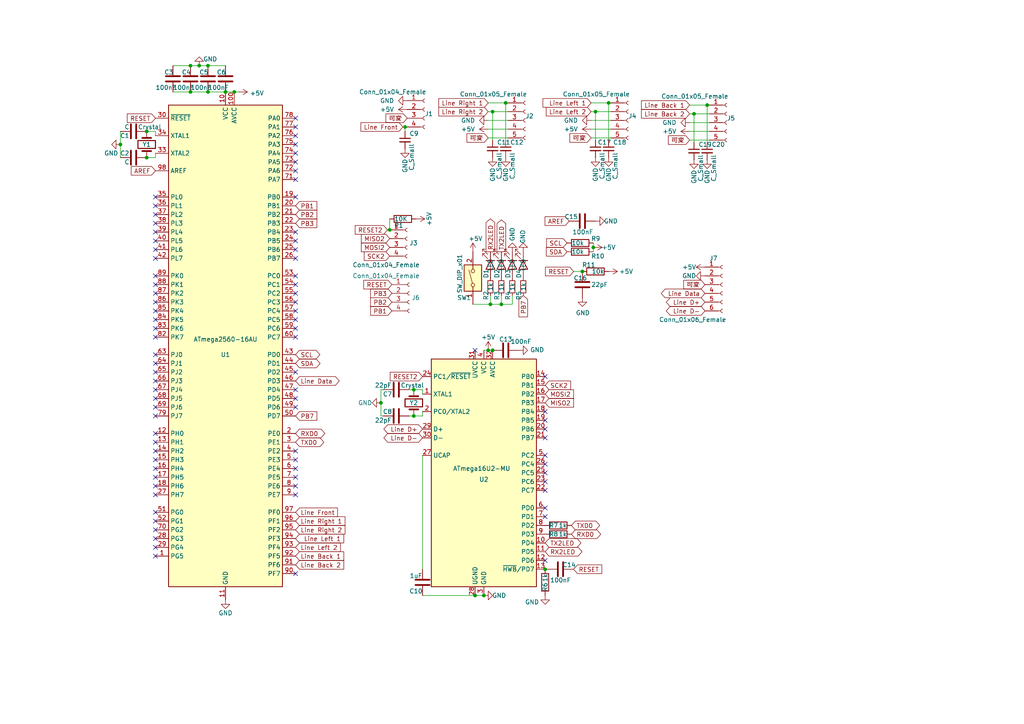
<source format=kicad_sch>
(kicad_sch (version 20211123) (generator eeschema)

  (uuid ba9fdb86-9327-4d70-b1f3-e8874de42d95)

  (paper "A4")

  (lib_symbols
    (symbol "Connector:Conn_01x04_Female" (pin_names (offset 1.016) hide) (in_bom yes) (on_board yes)
      (property "Reference" "J" (id 0) (at 0 5.08 0)
        (effects (font (size 1.27 1.27)))
      )
      (property "Value" "Conn_01x04_Female" (id 1) (at 0 -7.62 0)
        (effects (font (size 1.27 1.27)))
      )
      (property "Footprint" "" (id 2) (at 0 0 0)
        (effects (font (size 1.27 1.27)) hide)
      )
      (property "Datasheet" "~" (id 3) (at 0 0 0)
        (effects (font (size 1.27 1.27)) hide)
      )
      (property "ki_keywords" "connector" (id 4) (at 0 0 0)
        (effects (font (size 1.27 1.27)) hide)
      )
      (property "ki_description" "Generic connector, single row, 01x04, script generated (kicad-library-utils/schlib/autogen/connector/)" (id 5) (at 0 0 0)
        (effects (font (size 1.27 1.27)) hide)
      )
      (property "ki_fp_filters" "Connector*:*_1x??_*" (id 6) (at 0 0 0)
        (effects (font (size 1.27 1.27)) hide)
      )
      (symbol "Conn_01x04_Female_1_1"
        (arc (start 0 -4.572) (mid -0.508 -5.08) (end 0 -5.588)
          (stroke (width 0.1524) (type default) (color 0 0 0 0))
          (fill (type none))
        )
        (arc (start 0 -2.032) (mid -0.508 -2.54) (end 0 -3.048)
          (stroke (width 0.1524) (type default) (color 0 0 0 0))
          (fill (type none))
        )
        (polyline
          (pts
            (xy -1.27 -5.08)
            (xy -0.508 -5.08)
          )
          (stroke (width 0.1524) (type default) (color 0 0 0 0))
          (fill (type none))
        )
        (polyline
          (pts
            (xy -1.27 -2.54)
            (xy -0.508 -2.54)
          )
          (stroke (width 0.1524) (type default) (color 0 0 0 0))
          (fill (type none))
        )
        (polyline
          (pts
            (xy -1.27 0)
            (xy -0.508 0)
          )
          (stroke (width 0.1524) (type default) (color 0 0 0 0))
          (fill (type none))
        )
        (polyline
          (pts
            (xy -1.27 2.54)
            (xy -0.508 2.54)
          )
          (stroke (width 0.1524) (type default) (color 0 0 0 0))
          (fill (type none))
        )
        (arc (start 0 0.508) (mid -0.508 0) (end 0 -0.508)
          (stroke (width 0.1524) (type default) (color 0 0 0 0))
          (fill (type none))
        )
        (arc (start 0 3.048) (mid -0.508 2.54) (end 0 2.032)
          (stroke (width 0.1524) (type default) (color 0 0 0 0))
          (fill (type none))
        )
        (pin passive line (at -5.08 2.54 0) (length 3.81)
          (name "Pin_1" (effects (font (size 1.27 1.27))))
          (number "1" (effects (font (size 1.27 1.27))))
        )
        (pin passive line (at -5.08 0 0) (length 3.81)
          (name "Pin_2" (effects (font (size 1.27 1.27))))
          (number "2" (effects (font (size 1.27 1.27))))
        )
        (pin passive line (at -5.08 -2.54 0) (length 3.81)
          (name "Pin_3" (effects (font (size 1.27 1.27))))
          (number "3" (effects (font (size 1.27 1.27))))
        )
        (pin passive line (at -5.08 -5.08 0) (length 3.81)
          (name "Pin_4" (effects (font (size 1.27 1.27))))
          (number "4" (effects (font (size 1.27 1.27))))
        )
      )
    )
    (symbol "Connector:Conn_01x05_Female" (pin_names (offset 1.016) hide) (in_bom yes) (on_board yes)
      (property "Reference" "J" (id 0) (at 0 7.62 0)
        (effects (font (size 1.27 1.27)))
      )
      (property "Value" "Conn_01x05_Female" (id 1) (at 0 -7.62 0)
        (effects (font (size 1.27 1.27)))
      )
      (property "Footprint" "" (id 2) (at 0 0 0)
        (effects (font (size 1.27 1.27)) hide)
      )
      (property "Datasheet" "~" (id 3) (at 0 0 0)
        (effects (font (size 1.27 1.27)) hide)
      )
      (property "ki_keywords" "connector" (id 4) (at 0 0 0)
        (effects (font (size 1.27 1.27)) hide)
      )
      (property "ki_description" "Generic connector, single row, 01x05, script generated (kicad-library-utils/schlib/autogen/connector/)" (id 5) (at 0 0 0)
        (effects (font (size 1.27 1.27)) hide)
      )
      (property "ki_fp_filters" "Connector*:*_1x??_*" (id 6) (at 0 0 0)
        (effects (font (size 1.27 1.27)) hide)
      )
      (symbol "Conn_01x05_Female_1_1"
        (arc (start 0 -4.572) (mid -0.508 -5.08) (end 0 -5.588)
          (stroke (width 0.1524) (type default) (color 0 0 0 0))
          (fill (type none))
        )
        (arc (start 0 -2.032) (mid -0.508 -2.54) (end 0 -3.048)
          (stroke (width 0.1524) (type default) (color 0 0 0 0))
          (fill (type none))
        )
        (polyline
          (pts
            (xy -1.27 -5.08)
            (xy -0.508 -5.08)
          )
          (stroke (width 0.1524) (type default) (color 0 0 0 0))
          (fill (type none))
        )
        (polyline
          (pts
            (xy -1.27 -2.54)
            (xy -0.508 -2.54)
          )
          (stroke (width 0.1524) (type default) (color 0 0 0 0))
          (fill (type none))
        )
        (polyline
          (pts
            (xy -1.27 0)
            (xy -0.508 0)
          )
          (stroke (width 0.1524) (type default) (color 0 0 0 0))
          (fill (type none))
        )
        (polyline
          (pts
            (xy -1.27 2.54)
            (xy -0.508 2.54)
          )
          (stroke (width 0.1524) (type default) (color 0 0 0 0))
          (fill (type none))
        )
        (polyline
          (pts
            (xy -1.27 5.08)
            (xy -0.508 5.08)
          )
          (stroke (width 0.1524) (type default) (color 0 0 0 0))
          (fill (type none))
        )
        (arc (start 0 0.508) (mid -0.508 0) (end 0 -0.508)
          (stroke (width 0.1524) (type default) (color 0 0 0 0))
          (fill (type none))
        )
        (arc (start 0 3.048) (mid -0.508 2.54) (end 0 2.032)
          (stroke (width 0.1524) (type default) (color 0 0 0 0))
          (fill (type none))
        )
        (arc (start 0 5.588) (mid -0.508 5.08) (end 0 4.572)
          (stroke (width 0.1524) (type default) (color 0 0 0 0))
          (fill (type none))
        )
        (pin passive line (at -5.08 5.08 0) (length 3.81)
          (name "Pin_1" (effects (font (size 1.27 1.27))))
          (number "1" (effects (font (size 1.27 1.27))))
        )
        (pin passive line (at -5.08 2.54 0) (length 3.81)
          (name "Pin_2" (effects (font (size 1.27 1.27))))
          (number "2" (effects (font (size 1.27 1.27))))
        )
        (pin passive line (at -5.08 0 0) (length 3.81)
          (name "Pin_3" (effects (font (size 1.27 1.27))))
          (number "3" (effects (font (size 1.27 1.27))))
        )
        (pin passive line (at -5.08 -2.54 0) (length 3.81)
          (name "Pin_4" (effects (font (size 1.27 1.27))))
          (number "4" (effects (font (size 1.27 1.27))))
        )
        (pin passive line (at -5.08 -5.08 0) (length 3.81)
          (name "Pin_5" (effects (font (size 1.27 1.27))))
          (number "5" (effects (font (size 1.27 1.27))))
        )
      )
    )
    (symbol "Connector:Conn_01x06_Female" (pin_names (offset 1.016) hide) (in_bom yes) (on_board yes)
      (property "Reference" "J" (id 0) (at 0 7.62 0)
        (effects (font (size 1.27 1.27)))
      )
      (property "Value" "Conn_01x06_Female" (id 1) (at 0 -10.16 0)
        (effects (font (size 1.27 1.27)))
      )
      (property "Footprint" "" (id 2) (at 0 0 0)
        (effects (font (size 1.27 1.27)) hide)
      )
      (property "Datasheet" "~" (id 3) (at 0 0 0)
        (effects (font (size 1.27 1.27)) hide)
      )
      (property "ki_keywords" "connector" (id 4) (at 0 0 0)
        (effects (font (size 1.27 1.27)) hide)
      )
      (property "ki_description" "Generic connector, single row, 01x06, script generated (kicad-library-utils/schlib/autogen/connector/)" (id 5) (at 0 0 0)
        (effects (font (size 1.27 1.27)) hide)
      )
      (property "ki_fp_filters" "Connector*:*_1x??_*" (id 6) (at 0 0 0)
        (effects (font (size 1.27 1.27)) hide)
      )
      (symbol "Conn_01x06_Female_1_1"
        (arc (start 0 -7.112) (mid -0.508 -7.62) (end 0 -8.128)
          (stroke (width 0.1524) (type default) (color 0 0 0 0))
          (fill (type none))
        )
        (arc (start 0 -4.572) (mid -0.508 -5.08) (end 0 -5.588)
          (stroke (width 0.1524) (type default) (color 0 0 0 0))
          (fill (type none))
        )
        (arc (start 0 -2.032) (mid -0.508 -2.54) (end 0 -3.048)
          (stroke (width 0.1524) (type default) (color 0 0 0 0))
          (fill (type none))
        )
        (polyline
          (pts
            (xy -1.27 -7.62)
            (xy -0.508 -7.62)
          )
          (stroke (width 0.1524) (type default) (color 0 0 0 0))
          (fill (type none))
        )
        (polyline
          (pts
            (xy -1.27 -5.08)
            (xy -0.508 -5.08)
          )
          (stroke (width 0.1524) (type default) (color 0 0 0 0))
          (fill (type none))
        )
        (polyline
          (pts
            (xy -1.27 -2.54)
            (xy -0.508 -2.54)
          )
          (stroke (width 0.1524) (type default) (color 0 0 0 0))
          (fill (type none))
        )
        (polyline
          (pts
            (xy -1.27 0)
            (xy -0.508 0)
          )
          (stroke (width 0.1524) (type default) (color 0 0 0 0))
          (fill (type none))
        )
        (polyline
          (pts
            (xy -1.27 2.54)
            (xy -0.508 2.54)
          )
          (stroke (width 0.1524) (type default) (color 0 0 0 0))
          (fill (type none))
        )
        (polyline
          (pts
            (xy -1.27 5.08)
            (xy -0.508 5.08)
          )
          (stroke (width 0.1524) (type default) (color 0 0 0 0))
          (fill (type none))
        )
        (arc (start 0 0.508) (mid -0.508 0) (end 0 -0.508)
          (stroke (width 0.1524) (type default) (color 0 0 0 0))
          (fill (type none))
        )
        (arc (start 0 3.048) (mid -0.508 2.54) (end 0 2.032)
          (stroke (width 0.1524) (type default) (color 0 0 0 0))
          (fill (type none))
        )
        (arc (start 0 5.588) (mid -0.508 5.08) (end 0 4.572)
          (stroke (width 0.1524) (type default) (color 0 0 0 0))
          (fill (type none))
        )
        (pin passive line (at -5.08 5.08 0) (length 3.81)
          (name "Pin_1" (effects (font (size 1.27 1.27))))
          (number "1" (effects (font (size 1.27 1.27))))
        )
        (pin passive line (at -5.08 2.54 0) (length 3.81)
          (name "Pin_2" (effects (font (size 1.27 1.27))))
          (number "2" (effects (font (size 1.27 1.27))))
        )
        (pin passive line (at -5.08 0 0) (length 3.81)
          (name "Pin_3" (effects (font (size 1.27 1.27))))
          (number "3" (effects (font (size 1.27 1.27))))
        )
        (pin passive line (at -5.08 -2.54 0) (length 3.81)
          (name "Pin_4" (effects (font (size 1.27 1.27))))
          (number "4" (effects (font (size 1.27 1.27))))
        )
        (pin passive line (at -5.08 -5.08 0) (length 3.81)
          (name "Pin_5" (effects (font (size 1.27 1.27))))
          (number "5" (effects (font (size 1.27 1.27))))
        )
        (pin passive line (at -5.08 -7.62 0) (length 3.81)
          (name "Pin_6" (effects (font (size 1.27 1.27))))
          (number "6" (effects (font (size 1.27 1.27))))
        )
      )
    )
    (symbol "Device:C" (pin_numbers hide) (pin_names (offset 0.254)) (in_bom yes) (on_board yes)
      (property "Reference" "C" (id 0) (at 0.635 2.54 0)
        (effects (font (size 1.27 1.27)) (justify left))
      )
      (property "Value" "C" (id 1) (at 0.635 -2.54 0)
        (effects (font (size 1.27 1.27)) (justify left))
      )
      (property "Footprint" "" (id 2) (at 0.9652 -3.81 0)
        (effects (font (size 1.27 1.27)) hide)
      )
      (property "Datasheet" "~" (id 3) (at 0 0 0)
        (effects (font (size 1.27 1.27)) hide)
      )
      (property "ki_keywords" "cap capacitor" (id 4) (at 0 0 0)
        (effects (font (size 1.27 1.27)) hide)
      )
      (property "ki_description" "Unpolarized capacitor" (id 5) (at 0 0 0)
        (effects (font (size 1.27 1.27)) hide)
      )
      (property "ki_fp_filters" "C_*" (id 6) (at 0 0 0)
        (effects (font (size 1.27 1.27)) hide)
      )
      (symbol "C_0_1"
        (polyline
          (pts
            (xy -2.032 -0.762)
            (xy 2.032 -0.762)
          )
          (stroke (width 0.508) (type default) (color 0 0 0 0))
          (fill (type none))
        )
        (polyline
          (pts
            (xy -2.032 0.762)
            (xy 2.032 0.762)
          )
          (stroke (width 0.508) (type default) (color 0 0 0 0))
          (fill (type none))
        )
      )
      (symbol "C_1_1"
        (pin passive line (at 0 3.81 270) (length 2.794)
          (name "~" (effects (font (size 1.27 1.27))))
          (number "1" (effects (font (size 1.27 1.27))))
        )
        (pin passive line (at 0 -3.81 90) (length 2.794)
          (name "~" (effects (font (size 1.27 1.27))))
          (number "2" (effects (font (size 1.27 1.27))))
        )
      )
    )
    (symbol "Device:C_Small" (pin_numbers hide) (pin_names (offset 0.254) hide) (in_bom yes) (on_board yes)
      (property "Reference" "C" (id 0) (at 0.254 1.778 0)
        (effects (font (size 1.27 1.27)) (justify left))
      )
      (property "Value" "C_Small" (id 1) (at 0.254 -2.032 0)
        (effects (font (size 1.27 1.27)) (justify left))
      )
      (property "Footprint" "" (id 2) (at 0 0 0)
        (effects (font (size 1.27 1.27)) hide)
      )
      (property "Datasheet" "~" (id 3) (at 0 0 0)
        (effects (font (size 1.27 1.27)) hide)
      )
      (property "ki_keywords" "capacitor cap" (id 4) (at 0 0 0)
        (effects (font (size 1.27 1.27)) hide)
      )
      (property "ki_description" "Unpolarized capacitor, small symbol" (id 5) (at 0 0 0)
        (effects (font (size 1.27 1.27)) hide)
      )
      (property "ki_fp_filters" "C_*" (id 6) (at 0 0 0)
        (effects (font (size 1.27 1.27)) hide)
      )
      (symbol "C_Small_0_1"
        (polyline
          (pts
            (xy -1.524 -0.508)
            (xy 1.524 -0.508)
          )
          (stroke (width 0.3302) (type default) (color 0 0 0 0))
          (fill (type none))
        )
        (polyline
          (pts
            (xy -1.524 0.508)
            (xy 1.524 0.508)
          )
          (stroke (width 0.3048) (type default) (color 0 0 0 0))
          (fill (type none))
        )
      )
      (symbol "C_Small_1_1"
        (pin passive line (at 0 2.54 270) (length 2.032)
          (name "~" (effects (font (size 1.27 1.27))))
          (number "1" (effects (font (size 1.27 1.27))))
        )
        (pin passive line (at 0 -2.54 90) (length 2.032)
          (name "~" (effects (font (size 1.27 1.27))))
          (number "2" (effects (font (size 1.27 1.27))))
        )
      )
    )
    (symbol "Device:Crystal" (pin_numbers hide) (pin_names (offset 1.016) hide) (in_bom yes) (on_board yes)
      (property "Reference" "Y" (id 0) (at 0 3.81 0)
        (effects (font (size 1.27 1.27)))
      )
      (property "Value" "Crystal" (id 1) (at 0 -3.81 0)
        (effects (font (size 1.27 1.27)))
      )
      (property "Footprint" "" (id 2) (at 0 0 0)
        (effects (font (size 1.27 1.27)) hide)
      )
      (property "Datasheet" "~" (id 3) (at 0 0 0)
        (effects (font (size 1.27 1.27)) hide)
      )
      (property "ki_keywords" "quartz ceramic resonator oscillator" (id 4) (at 0 0 0)
        (effects (font (size 1.27 1.27)) hide)
      )
      (property "ki_description" "Two pin crystal" (id 5) (at 0 0 0)
        (effects (font (size 1.27 1.27)) hide)
      )
      (property "ki_fp_filters" "Crystal*" (id 6) (at 0 0 0)
        (effects (font (size 1.27 1.27)) hide)
      )
      (symbol "Crystal_0_1"
        (rectangle (start -1.143 2.54) (end 1.143 -2.54)
          (stroke (width 0.3048) (type default) (color 0 0 0 0))
          (fill (type none))
        )
        (polyline
          (pts
            (xy -2.54 0)
            (xy -1.905 0)
          )
          (stroke (width 0) (type default) (color 0 0 0 0))
          (fill (type none))
        )
        (polyline
          (pts
            (xy -1.905 -1.27)
            (xy -1.905 1.27)
          )
          (stroke (width 0.508) (type default) (color 0 0 0 0))
          (fill (type none))
        )
        (polyline
          (pts
            (xy 1.905 -1.27)
            (xy 1.905 1.27)
          )
          (stroke (width 0.508) (type default) (color 0 0 0 0))
          (fill (type none))
        )
        (polyline
          (pts
            (xy 2.54 0)
            (xy 1.905 0)
          )
          (stroke (width 0) (type default) (color 0 0 0 0))
          (fill (type none))
        )
      )
      (symbol "Crystal_1_1"
        (pin passive line (at -3.81 0 0) (length 1.27)
          (name "1" (effects (font (size 1.27 1.27))))
          (number "1" (effects (font (size 1.27 1.27))))
        )
        (pin passive line (at 3.81 0 180) (length 1.27)
          (name "2" (effects (font (size 1.27 1.27))))
          (number "2" (effects (font (size 1.27 1.27))))
        )
      )
    )
    (symbol "Device:LED" (pin_numbers hide) (pin_names (offset 1.016) hide) (in_bom yes) (on_board yes)
      (property "Reference" "D" (id 0) (at 0 2.54 0)
        (effects (font (size 1.27 1.27)))
      )
      (property "Value" "LED" (id 1) (at 0 -2.54 0)
        (effects (font (size 1.27 1.27)))
      )
      (property "Footprint" "" (id 2) (at 0 0 0)
        (effects (font (size 1.27 1.27)) hide)
      )
      (property "Datasheet" "~" (id 3) (at 0 0 0)
        (effects (font (size 1.27 1.27)) hide)
      )
      (property "ki_keywords" "LED diode" (id 4) (at 0 0 0)
        (effects (font (size 1.27 1.27)) hide)
      )
      (property "ki_description" "Light emitting diode" (id 5) (at 0 0 0)
        (effects (font (size 1.27 1.27)) hide)
      )
      (property "ki_fp_filters" "LED* LED_SMD:* LED_THT:*" (id 6) (at 0 0 0)
        (effects (font (size 1.27 1.27)) hide)
      )
      (symbol "LED_0_1"
        (polyline
          (pts
            (xy -1.27 -1.27)
            (xy -1.27 1.27)
          )
          (stroke (width 0.254) (type default) (color 0 0 0 0))
          (fill (type none))
        )
        (polyline
          (pts
            (xy -1.27 0)
            (xy 1.27 0)
          )
          (stroke (width 0) (type default) (color 0 0 0 0))
          (fill (type none))
        )
        (polyline
          (pts
            (xy 1.27 -1.27)
            (xy 1.27 1.27)
            (xy -1.27 0)
            (xy 1.27 -1.27)
          )
          (stroke (width 0.254) (type default) (color 0 0 0 0))
          (fill (type none))
        )
        (polyline
          (pts
            (xy -3.048 -0.762)
            (xy -4.572 -2.286)
            (xy -3.81 -2.286)
            (xy -4.572 -2.286)
            (xy -4.572 -1.524)
          )
          (stroke (width 0) (type default) (color 0 0 0 0))
          (fill (type none))
        )
        (polyline
          (pts
            (xy -1.778 -0.762)
            (xy -3.302 -2.286)
            (xy -2.54 -2.286)
            (xy -3.302 -2.286)
            (xy -3.302 -1.524)
          )
          (stroke (width 0) (type default) (color 0 0 0 0))
          (fill (type none))
        )
      )
      (symbol "LED_1_1"
        (pin passive line (at -3.81 0 0) (length 2.54)
          (name "K" (effects (font (size 1.27 1.27))))
          (number "1" (effects (font (size 1.27 1.27))))
        )
        (pin passive line (at 3.81 0 180) (length 2.54)
          (name "A" (effects (font (size 1.27 1.27))))
          (number "2" (effects (font (size 1.27 1.27))))
        )
      )
    )
    (symbol "Device:R" (pin_numbers hide) (pin_names (offset 0)) (in_bom yes) (on_board yes)
      (property "Reference" "R" (id 0) (at 2.032 0 90)
        (effects (font (size 1.27 1.27)))
      )
      (property "Value" "R" (id 1) (at 0 0 90)
        (effects (font (size 1.27 1.27)))
      )
      (property "Footprint" "" (id 2) (at -1.778 0 90)
        (effects (font (size 1.27 1.27)) hide)
      )
      (property "Datasheet" "~" (id 3) (at 0 0 0)
        (effects (font (size 1.27 1.27)) hide)
      )
      (property "ki_keywords" "R res resistor" (id 4) (at 0 0 0)
        (effects (font (size 1.27 1.27)) hide)
      )
      (property "ki_description" "Resistor" (id 5) (at 0 0 0)
        (effects (font (size 1.27 1.27)) hide)
      )
      (property "ki_fp_filters" "R_*" (id 6) (at 0 0 0)
        (effects (font (size 1.27 1.27)) hide)
      )
      (symbol "R_0_1"
        (rectangle (start -1.016 -2.54) (end 1.016 2.54)
          (stroke (width 0.254) (type default) (color 0 0 0 0))
          (fill (type none))
        )
      )
      (symbol "R_1_1"
        (pin passive line (at 0 3.81 270) (length 1.27)
          (name "~" (effects (font (size 1.27 1.27))))
          (number "1" (effects (font (size 1.27 1.27))))
        )
        (pin passive line (at 0 -3.81 90) (length 1.27)
          (name "~" (effects (font (size 1.27 1.27))))
          (number "2" (effects (font (size 1.27 1.27))))
        )
      )
    )
    (symbol "Device:R_Small" (pin_numbers hide) (pin_names (offset 0.254) hide) (in_bom yes) (on_board yes)
      (property "Reference" "R" (id 0) (at 0.762 0.508 0)
        (effects (font (size 1.27 1.27)) (justify left))
      )
      (property "Value" "R_Small" (id 1) (at 0.762 -1.016 0)
        (effects (font (size 1.27 1.27)) (justify left))
      )
      (property "Footprint" "" (id 2) (at 0 0 0)
        (effects (font (size 1.27 1.27)) hide)
      )
      (property "Datasheet" "~" (id 3) (at 0 0 0)
        (effects (font (size 1.27 1.27)) hide)
      )
      (property "ki_keywords" "R resistor" (id 4) (at 0 0 0)
        (effects (font (size 1.27 1.27)) hide)
      )
      (property "ki_description" "Resistor, small symbol" (id 5) (at 0 0 0)
        (effects (font (size 1.27 1.27)) hide)
      )
      (property "ki_fp_filters" "R_*" (id 6) (at 0 0 0)
        (effects (font (size 1.27 1.27)) hide)
      )
      (symbol "R_Small_0_1"
        (rectangle (start -0.762 1.778) (end 0.762 -1.778)
          (stroke (width 0.2032) (type default) (color 0 0 0 0))
          (fill (type none))
        )
      )
      (symbol "R_Small_1_1"
        (pin passive line (at 0 2.54 270) (length 0.762)
          (name "~" (effects (font (size 1.27 1.27))))
          (number "1" (effects (font (size 1.27 1.27))))
        )
        (pin passive line (at 0 -2.54 90) (length 0.762)
          (name "~" (effects (font (size 1.27 1.27))))
          (number "2" (effects (font (size 1.27 1.27))))
        )
      )
    )
    (symbol "Switch:SW_DIP_x01" (pin_names (offset 0) hide) (in_bom yes) (on_board yes)
      (property "Reference" "SW" (id 0) (at 0 3.81 0)
        (effects (font (size 1.27 1.27)))
      )
      (property "Value" "SW_DIP_x01" (id 1) (at 0 -3.81 0)
        (effects (font (size 1.27 1.27)))
      )
      (property "Footprint" "" (id 2) (at 0 0 0)
        (effects (font (size 1.27 1.27)) hide)
      )
      (property "Datasheet" "~" (id 3) (at 0 0 0)
        (effects (font (size 1.27 1.27)) hide)
      )
      (property "ki_keywords" "dip switch" (id 4) (at 0 0 0)
        (effects (font (size 1.27 1.27)) hide)
      )
      (property "ki_description" "1x DIP Switch, Single Pole Single Throw (SPST) switch, small symbol" (id 5) (at 0 0 0)
        (effects (font (size 1.27 1.27)) hide)
      )
      (property "ki_fp_filters" "SW?DIP?x1*" (id 6) (at 0 0 0)
        (effects (font (size 1.27 1.27)) hide)
      )
      (symbol "SW_DIP_x01_0_0"
        (circle (center -2.032 0) (radius 0.508)
          (stroke (width 0) (type default) (color 0 0 0 0))
          (fill (type none))
        )
        (polyline
          (pts
            (xy -1.524 0.127)
            (xy 2.3622 1.1684)
          )
          (stroke (width 0) (type default) (color 0 0 0 0))
          (fill (type none))
        )
        (circle (center 2.032 0) (radius 0.508)
          (stroke (width 0) (type default) (color 0 0 0 0))
          (fill (type none))
        )
      )
      (symbol "SW_DIP_x01_0_1"
        (rectangle (start -3.81 2.54) (end 3.81 -2.54)
          (stroke (width 0.254) (type default) (color 0 0 0 0))
          (fill (type background))
        )
      )
      (symbol "SW_DIP_x01_1_1"
        (pin passive line (at -7.62 0 0) (length 5.08)
          (name "~" (effects (font (size 1.27 1.27))))
          (number "1" (effects (font (size 1.27 1.27))))
        )
        (pin passive line (at 7.62 0 180) (length 5.08)
          (name "~" (effects (font (size 1.27 1.27))))
          (number "2" (effects (font (size 1.27 1.27))))
        )
      )
    )
    (symbol "arduino_mega2560_1-rescue:ATmega16U2-MU-MCU_Microchip_ATmega" (in_bom yes) (on_board yes)
      (property "Reference" "U" (id 0) (at -15.24 34.29 0)
        (effects (font (size 1.27 1.27)) (justify left bottom))
      )
      (property "Value" "ATmega16U2-MU-MCU_Microchip_ATmega" (id 1) (at 2.54 -34.29 0)
        (effects (font (size 1.27 1.27)) (justify left top))
      )
      (property "Footprint" "Package_DFN_QFN:QFN-32-1EP_5x5mm_P0.5mm_EP3.1x3.1mm" (id 2) (at 0 0 0)
        (effects (font (size 1.27 1.27) italic) hide)
      )
      (property "Datasheet" "" (id 3) (at 0 0 0)
        (effects (font (size 1.27 1.27)) hide)
      )
      (property "ki_fp_filters" "QFN*1EP*5x5mm*P0.5mm*" (id 4) (at 0 0 0)
        (effects (font (size 1.27 1.27)) hide)
      )
      (symbol "ATmega16U2-MU-MCU_Microchip_ATmega_0_1"
        (rectangle (start -15.24 -33.02) (end 15.24 33.02)
          (stroke (width 0.254) (type default) (color 0 0 0 0))
          (fill (type background))
        )
      )
      (symbol "ATmega16U2-MU-MCU_Microchip_ATmega_1_1"
        (pin input line (at -17.78 22.86 0) (length 2.54)
          (name "XTAL1" (effects (font (size 1.27 1.27))))
          (number "1" (effects (font (size 1.27 1.27))))
        )
        (pin bidirectional line (at 17.78 -20.32 180) (length 2.54)
          (name "PD4" (effects (font (size 1.27 1.27))))
          (number "10" (effects (font (size 1.27 1.27))))
        )
        (pin bidirectional line (at 17.78 -22.86 180) (length 2.54)
          (name "PD5" (effects (font (size 1.27 1.27))))
          (number "11" (effects (font (size 1.27 1.27))))
        )
        (pin bidirectional line (at 17.78 -25.4 180) (length 2.54)
          (name "PD6" (effects (font (size 1.27 1.27))))
          (number "12" (effects (font (size 1.27 1.27))))
        )
        (pin bidirectional line (at 17.78 -27.94 180) (length 2.54)
          (name "~{HWB}/PD7" (effects (font (size 1.27 1.27))))
          (number "13" (effects (font (size 1.27 1.27))))
        )
        (pin bidirectional line (at 17.78 27.94 180) (length 2.54)
          (name "PB0" (effects (font (size 1.27 1.27))))
          (number "14" (effects (font (size 1.27 1.27))))
        )
        (pin bidirectional line (at 17.78 25.4 180) (length 2.54)
          (name "PB1" (effects (font (size 1.27 1.27))))
          (number "15" (effects (font (size 1.27 1.27))))
        )
        (pin bidirectional line (at 17.78 22.86 180) (length 2.54)
          (name "PB2" (effects (font (size 1.27 1.27))))
          (number "16" (effects (font (size 1.27 1.27))))
        )
        (pin bidirectional line (at 17.78 20.32 180) (length 2.54)
          (name "PB3" (effects (font (size 1.27 1.27))))
          (number "17" (effects (font (size 1.27 1.27))))
        )
        (pin bidirectional line (at 17.78 17.78 180) (length 2.54)
          (name "PB4" (effects (font (size 1.27 1.27))))
          (number "18" (effects (font (size 1.27 1.27))))
        )
        (pin bidirectional line (at 17.78 15.24 180) (length 2.54)
          (name "PB5" (effects (font (size 1.27 1.27))))
          (number "19" (effects (font (size 1.27 1.27))))
        )
        (pin bidirectional line (at -17.78 17.78 0) (length 2.54)
          (name "PC0/XTAL2" (effects (font (size 1.27 1.27))))
          (number "2" (effects (font (size 1.27 1.27))))
        )
        (pin bidirectional line (at 17.78 12.7 180) (length 2.54)
          (name "PB6" (effects (font (size 1.27 1.27))))
          (number "20" (effects (font (size 1.27 1.27))))
        )
        (pin bidirectional line (at 17.78 10.16 180) (length 2.54)
          (name "PB7" (effects (font (size 1.27 1.27))))
          (number "21" (effects (font (size 1.27 1.27))))
        )
        (pin bidirectional line (at 17.78 -5.08 180) (length 2.54)
          (name "PC7" (effects (font (size 1.27 1.27))))
          (number "22" (effects (font (size 1.27 1.27))))
        )
        (pin bidirectional line (at 17.78 -2.54 180) (length 2.54)
          (name "PC6" (effects (font (size 1.27 1.27))))
          (number "23" (effects (font (size 1.27 1.27))))
        )
        (pin bidirectional line (at -17.78 27.94 0) (length 2.54)
          (name "PC1/~{RESET}" (effects (font (size 1.27 1.27))))
          (number "24" (effects (font (size 1.27 1.27))))
        )
        (pin bidirectional line (at 17.78 0 180) (length 2.54)
          (name "PC5" (effects (font (size 1.27 1.27))))
          (number "25" (effects (font (size 1.27 1.27))))
        )
        (pin bidirectional line (at 17.78 2.54 180) (length 2.54)
          (name "PC4" (effects (font (size 1.27 1.27))))
          (number "26" (effects (font (size 1.27 1.27))))
        )
        (pin passive line (at -17.78 5.08 0) (length 2.54)
          (name "UCAP" (effects (font (size 1.27 1.27))))
          (number "27" (effects (font (size 1.27 1.27))))
        )
        (pin power_in line (at -2.54 -35.56 90) (length 2.54)
          (name "UGND" (effects (font (size 1.27 1.27))))
          (number "28" (effects (font (size 1.27 1.27))))
        )
        (pin bidirectional line (at -17.78 12.7 0) (length 2.54)
          (name "D+" (effects (font (size 1.27 1.27))))
          (number "29" (effects (font (size 1.27 1.27))))
        )
        (pin power_in line (at 0 -35.56 90) (length 2.54)
          (name "GND" (effects (font (size 1.27 1.27))))
          (number "3" (effects (font (size 1.27 1.27))))
        )
        (pin bidirectional line (at -17.78 10.16 0) (length 2.54)
          (name "D-" (effects (font (size 1.27 1.27))))
          (number "30" (effects (font (size 1.27 1.27))))
        )
        (pin power_in line (at -2.54 35.56 270) (length 2.54)
          (name "UVCC" (effects (font (size 1.27 1.27))))
          (number "31" (effects (font (size 1.27 1.27))))
        )
        (pin power_in line (at 2.54 35.56 270) (length 2.54)
          (name "AVCC" (effects (font (size 1.27 1.27))))
          (number "32" (effects (font (size 1.27 1.27))))
        )
        (pin passive line (at 0 -35.56 90) (length 2.54) hide
          (name "GND" (effects (font (size 1.27 1.27))))
          (number "33" (effects (font (size 1.27 1.27))))
        )
        (pin power_in line (at 0 35.56 270) (length 2.54)
          (name "VCC" (effects (font (size 1.27 1.27))))
          (number "4" (effects (font (size 1.27 1.27))))
        )
        (pin bidirectional line (at 17.78 5.08 180) (length 2.54)
          (name "PC2" (effects (font (size 1.27 1.27))))
          (number "5" (effects (font (size 1.27 1.27))))
        )
        (pin bidirectional line (at 17.78 -10.16 180) (length 2.54)
          (name "PD0" (effects (font (size 1.27 1.27))))
          (number "6" (effects (font (size 1.27 1.27))))
        )
        (pin bidirectional line (at 17.78 -12.7 180) (length 2.54)
          (name "PD1" (effects (font (size 1.27 1.27))))
          (number "7" (effects (font (size 1.27 1.27))))
        )
        (pin bidirectional line (at 17.78 -15.24 180) (length 2.54)
          (name "PD2" (effects (font (size 1.27 1.27))))
          (number "8" (effects (font (size 1.27 1.27))))
        )
        (pin bidirectional line (at 17.78 -17.78 180) (length 2.54)
          (name "PD3" (effects (font (size 1.27 1.27))))
          (number "9" (effects (font (size 1.27 1.27))))
        )
      )
    )
    (symbol "arduino_mega2560_1-rescue:ATmega2560-16AU-MCU_Microchip_ATmega" (in_bom yes) (on_board yes)
      (property "Reference" "U" (id 0) (at 0 1.27 0)
        (effects (font (size 1.27 1.27)) (justify bottom))
      )
      (property "Value" "ATmega2560-16AU-MCU_Microchip_ATmega" (id 1) (at 0 -1.27 0)
        (effects (font (size 1.27 1.27)) (justify top))
      )
      (property "Footprint" "Package_QFP:TQFP-100_14x14mm_P0.5mm" (id 2) (at 0 0 0)
        (effects (font (size 1.27 1.27) italic) hide)
      )
      (property "Datasheet" "" (id 3) (at 0 0 0)
        (effects (font (size 1.27 1.27)) hide)
      )
      (property "ki_fp_filters" "TQFP*14x14mm*P0.5mm*" (id 4) (at 0 0 0)
        (effects (font (size 1.27 1.27)) hide)
      )
      (symbol "ATmega2560-16AU-MCU_Microchip_ATmega_0_1"
        (rectangle (start -16.51 -69.85) (end 16.51 69.85)
          (stroke (width 0.254) (type default) (color 0 0 0 0))
          (fill (type background))
        )
      )
      (symbol "ATmega2560-16AU-MCU_Microchip_ATmega_1_1"
        (pin bidirectional line (at -20.32 -60.96 0) (length 3.81)
          (name "PG5" (effects (font (size 1.27 1.27))))
          (number "1" (effects (font (size 1.27 1.27))))
        )
        (pin power_in line (at 0 73.66 270) (length 3.81)
          (name "VCC" (effects (font (size 1.27 1.27))))
          (number "10" (effects (font (size 1.27 1.27))))
        )
        (pin power_in line (at 2.54 73.66 270) (length 3.81)
          (name "AVCC" (effects (font (size 1.27 1.27))))
          (number "100" (effects (font (size 1.27 1.27))))
        )
        (pin power_in line (at 0 -73.66 90) (length 3.81)
          (name "GND" (effects (font (size 1.27 1.27))))
          (number "11" (effects (font (size 1.27 1.27))))
        )
        (pin bidirectional line (at -20.32 -25.4 0) (length 3.81)
          (name "PH0" (effects (font (size 1.27 1.27))))
          (number "12" (effects (font (size 1.27 1.27))))
        )
        (pin bidirectional line (at -20.32 -27.94 0) (length 3.81)
          (name "PH1" (effects (font (size 1.27 1.27))))
          (number "13" (effects (font (size 1.27 1.27))))
        )
        (pin bidirectional line (at -20.32 -30.48 0) (length 3.81)
          (name "PH2" (effects (font (size 1.27 1.27))))
          (number "14" (effects (font (size 1.27 1.27))))
        )
        (pin bidirectional line (at -20.32 -33.02 0) (length 3.81)
          (name "PH3" (effects (font (size 1.27 1.27))))
          (number "15" (effects (font (size 1.27 1.27))))
        )
        (pin bidirectional line (at -20.32 -35.56 0) (length 3.81)
          (name "PH4" (effects (font (size 1.27 1.27))))
          (number "16" (effects (font (size 1.27 1.27))))
        )
        (pin bidirectional line (at -20.32 -38.1 0) (length 3.81)
          (name "PH5" (effects (font (size 1.27 1.27))))
          (number "17" (effects (font (size 1.27 1.27))))
        )
        (pin bidirectional line (at -20.32 -40.64 0) (length 3.81)
          (name "PH6" (effects (font (size 1.27 1.27))))
          (number "18" (effects (font (size 1.27 1.27))))
        )
        (pin bidirectional line (at 20.32 43.18 180) (length 3.81)
          (name "PB0" (effects (font (size 1.27 1.27))))
          (number "19" (effects (font (size 1.27 1.27))))
        )
        (pin bidirectional line (at 20.32 -25.4 180) (length 3.81)
          (name "PE0" (effects (font (size 1.27 1.27))))
          (number "2" (effects (font (size 1.27 1.27))))
        )
        (pin bidirectional line (at 20.32 40.64 180) (length 3.81)
          (name "PB1" (effects (font (size 1.27 1.27))))
          (number "20" (effects (font (size 1.27 1.27))))
        )
        (pin bidirectional line (at 20.32 38.1 180) (length 3.81)
          (name "PB2" (effects (font (size 1.27 1.27))))
          (number "21" (effects (font (size 1.27 1.27))))
        )
        (pin bidirectional line (at 20.32 35.56 180) (length 3.81)
          (name "PB3" (effects (font (size 1.27 1.27))))
          (number "22" (effects (font (size 1.27 1.27))))
        )
        (pin bidirectional line (at 20.32 33.02 180) (length 3.81)
          (name "PB4" (effects (font (size 1.27 1.27))))
          (number "23" (effects (font (size 1.27 1.27))))
        )
        (pin bidirectional line (at 20.32 30.48 180) (length 3.81)
          (name "PB5" (effects (font (size 1.27 1.27))))
          (number "24" (effects (font (size 1.27 1.27))))
        )
        (pin bidirectional line (at 20.32 27.94 180) (length 3.81)
          (name "PB6" (effects (font (size 1.27 1.27))))
          (number "25" (effects (font (size 1.27 1.27))))
        )
        (pin bidirectional line (at 20.32 25.4 180) (length 3.81)
          (name "PB7" (effects (font (size 1.27 1.27))))
          (number "26" (effects (font (size 1.27 1.27))))
        )
        (pin bidirectional line (at -20.32 -43.18 0) (length 3.81)
          (name "PH7" (effects (font (size 1.27 1.27))))
          (number "27" (effects (font (size 1.27 1.27))))
        )
        (pin bidirectional line (at -20.32 -55.88 0) (length 3.81)
          (name "PG3" (effects (font (size 1.27 1.27))))
          (number "28" (effects (font (size 1.27 1.27))))
        )
        (pin bidirectional line (at -20.32 -58.42 0) (length 3.81)
          (name "PG4" (effects (font (size 1.27 1.27))))
          (number "29" (effects (font (size 1.27 1.27))))
        )
        (pin bidirectional line (at 20.32 -27.94 180) (length 3.81)
          (name "PE1" (effects (font (size 1.27 1.27))))
          (number "3" (effects (font (size 1.27 1.27))))
        )
        (pin input line (at -20.32 66.04 0) (length 3.81)
          (name "~{RESET}" (effects (font (size 1.27 1.27))))
          (number "30" (effects (font (size 1.27 1.27))))
        )
        (pin passive line (at 0 73.66 270) (length 3.81) hide
          (name "VCC" (effects (font (size 1.27 1.27))))
          (number "31" (effects (font (size 1.27 1.27))))
        )
        (pin passive line (at 0 -73.66 90) (length 3.81) hide
          (name "GND" (effects (font (size 1.27 1.27))))
          (number "32" (effects (font (size 1.27 1.27))))
        )
        (pin output line (at -20.32 55.88 0) (length 3.81)
          (name "XTAL2" (effects (font (size 1.27 1.27))))
          (number "33" (effects (font (size 1.27 1.27))))
        )
        (pin input line (at -20.32 60.96 0) (length 3.81)
          (name "XTAL1" (effects (font (size 1.27 1.27))))
          (number "34" (effects (font (size 1.27 1.27))))
        )
        (pin bidirectional line (at -20.32 43.18 0) (length 3.81)
          (name "PL0" (effects (font (size 1.27 1.27))))
          (number "35" (effects (font (size 1.27 1.27))))
        )
        (pin bidirectional line (at -20.32 40.64 0) (length 3.81)
          (name "PL1" (effects (font (size 1.27 1.27))))
          (number "36" (effects (font (size 1.27 1.27))))
        )
        (pin bidirectional line (at -20.32 38.1 0) (length 3.81)
          (name "PL2" (effects (font (size 1.27 1.27))))
          (number "37" (effects (font (size 1.27 1.27))))
        )
        (pin bidirectional line (at -20.32 35.56 0) (length 3.81)
          (name "PL3" (effects (font (size 1.27 1.27))))
          (number "38" (effects (font (size 1.27 1.27))))
        )
        (pin bidirectional line (at -20.32 33.02 0) (length 3.81)
          (name "PL4" (effects (font (size 1.27 1.27))))
          (number "39" (effects (font (size 1.27 1.27))))
        )
        (pin bidirectional line (at 20.32 -30.48 180) (length 3.81)
          (name "PE2" (effects (font (size 1.27 1.27))))
          (number "4" (effects (font (size 1.27 1.27))))
        )
        (pin bidirectional line (at -20.32 30.48 0) (length 3.81)
          (name "PL5" (effects (font (size 1.27 1.27))))
          (number "40" (effects (font (size 1.27 1.27))))
        )
        (pin bidirectional line (at -20.32 27.94 0) (length 3.81)
          (name "PL6" (effects (font (size 1.27 1.27))))
          (number "41" (effects (font (size 1.27 1.27))))
        )
        (pin bidirectional line (at -20.32 25.4 0) (length 3.81)
          (name "PL7" (effects (font (size 1.27 1.27))))
          (number "42" (effects (font (size 1.27 1.27))))
        )
        (pin bidirectional line (at 20.32 -2.54 180) (length 3.81)
          (name "PD0" (effects (font (size 1.27 1.27))))
          (number "43" (effects (font (size 1.27 1.27))))
        )
        (pin bidirectional line (at 20.32 -5.08 180) (length 3.81)
          (name "PD1" (effects (font (size 1.27 1.27))))
          (number "44" (effects (font (size 1.27 1.27))))
        )
        (pin bidirectional line (at 20.32 -7.62 180) (length 3.81)
          (name "PD2" (effects (font (size 1.27 1.27))))
          (number "45" (effects (font (size 1.27 1.27))))
        )
        (pin bidirectional line (at 20.32 -10.16 180) (length 3.81)
          (name "PD3" (effects (font (size 1.27 1.27))))
          (number "46" (effects (font (size 1.27 1.27))))
        )
        (pin bidirectional line (at 20.32 -12.7 180) (length 3.81)
          (name "PD4" (effects (font (size 1.27 1.27))))
          (number "47" (effects (font (size 1.27 1.27))))
        )
        (pin bidirectional line (at 20.32 -15.24 180) (length 3.81)
          (name "PD5" (effects (font (size 1.27 1.27))))
          (number "48" (effects (font (size 1.27 1.27))))
        )
        (pin bidirectional line (at 20.32 -17.78 180) (length 3.81)
          (name "PD6" (effects (font (size 1.27 1.27))))
          (number "49" (effects (font (size 1.27 1.27))))
        )
        (pin bidirectional line (at 20.32 -33.02 180) (length 3.81)
          (name "PE3" (effects (font (size 1.27 1.27))))
          (number "5" (effects (font (size 1.27 1.27))))
        )
        (pin bidirectional line (at 20.32 -20.32 180) (length 3.81)
          (name "PD7" (effects (font (size 1.27 1.27))))
          (number "50" (effects (font (size 1.27 1.27))))
        )
        (pin bidirectional line (at -20.32 -48.26 0) (length 3.81)
          (name "PG0" (effects (font (size 1.27 1.27))))
          (number "51" (effects (font (size 1.27 1.27))))
        )
        (pin bidirectional line (at -20.32 -50.8 0) (length 3.81)
          (name "PG1" (effects (font (size 1.27 1.27))))
          (number "52" (effects (font (size 1.27 1.27))))
        )
        (pin bidirectional line (at 20.32 20.32 180) (length 3.81)
          (name "PC0" (effects (font (size 1.27 1.27))))
          (number "53" (effects (font (size 1.27 1.27))))
        )
        (pin bidirectional line (at 20.32 17.78 180) (length 3.81)
          (name "PC1" (effects (font (size 1.27 1.27))))
          (number "54" (effects (font (size 1.27 1.27))))
        )
        (pin bidirectional line (at 20.32 15.24 180) (length 3.81)
          (name "PC2" (effects (font (size 1.27 1.27))))
          (number "55" (effects (font (size 1.27 1.27))))
        )
        (pin bidirectional line (at 20.32 12.7 180) (length 3.81)
          (name "PC3" (effects (font (size 1.27 1.27))))
          (number "56" (effects (font (size 1.27 1.27))))
        )
        (pin bidirectional line (at 20.32 10.16 180) (length 3.81)
          (name "PC4" (effects (font (size 1.27 1.27))))
          (number "57" (effects (font (size 1.27 1.27))))
        )
        (pin bidirectional line (at 20.32 7.62 180) (length 3.81)
          (name "PC5" (effects (font (size 1.27 1.27))))
          (number "58" (effects (font (size 1.27 1.27))))
        )
        (pin bidirectional line (at 20.32 5.08 180) (length 3.81)
          (name "PC6" (effects (font (size 1.27 1.27))))
          (number "59" (effects (font (size 1.27 1.27))))
        )
        (pin bidirectional line (at 20.32 -35.56 180) (length 3.81)
          (name "PE4" (effects (font (size 1.27 1.27))))
          (number "6" (effects (font (size 1.27 1.27))))
        )
        (pin bidirectional line (at 20.32 2.54 180) (length 3.81)
          (name "PC7" (effects (font (size 1.27 1.27))))
          (number "60" (effects (font (size 1.27 1.27))))
        )
        (pin passive line (at 0 73.66 270) (length 3.81) hide
          (name "VCC" (effects (font (size 1.27 1.27))))
          (number "61" (effects (font (size 1.27 1.27))))
        )
        (pin passive line (at 0 -73.66 90) (length 3.81) hide
          (name "GND" (effects (font (size 1.27 1.27))))
          (number "62" (effects (font (size 1.27 1.27))))
        )
        (pin bidirectional line (at -20.32 -2.54 0) (length 3.81)
          (name "PJ0" (effects (font (size 1.27 1.27))))
          (number "63" (effects (font (size 1.27 1.27))))
        )
        (pin bidirectional line (at -20.32 -5.08 0) (length 3.81)
          (name "PJ1" (effects (font (size 1.27 1.27))))
          (number "64" (effects (font (size 1.27 1.27))))
        )
        (pin bidirectional line (at -20.32 -7.62 0) (length 3.81)
          (name "PJ2" (effects (font (size 1.27 1.27))))
          (number "65" (effects (font (size 1.27 1.27))))
        )
        (pin bidirectional line (at -20.32 -10.16 0) (length 3.81)
          (name "PJ3" (effects (font (size 1.27 1.27))))
          (number "66" (effects (font (size 1.27 1.27))))
        )
        (pin bidirectional line (at -20.32 -12.7 0) (length 3.81)
          (name "PJ4" (effects (font (size 1.27 1.27))))
          (number "67" (effects (font (size 1.27 1.27))))
        )
        (pin bidirectional line (at -20.32 -15.24 0) (length 3.81)
          (name "PJ5" (effects (font (size 1.27 1.27))))
          (number "68" (effects (font (size 1.27 1.27))))
        )
        (pin bidirectional line (at -20.32 -17.78 0) (length 3.81)
          (name "PJ6" (effects (font (size 1.27 1.27))))
          (number "69" (effects (font (size 1.27 1.27))))
        )
        (pin bidirectional line (at 20.32 -38.1 180) (length 3.81)
          (name "PE5" (effects (font (size 1.27 1.27))))
          (number "7" (effects (font (size 1.27 1.27))))
        )
        (pin bidirectional line (at -20.32 -53.34 0) (length 3.81)
          (name "PG2" (effects (font (size 1.27 1.27))))
          (number "70" (effects (font (size 1.27 1.27))))
        )
        (pin bidirectional line (at 20.32 48.26 180) (length 3.81)
          (name "PA7" (effects (font (size 1.27 1.27))))
          (number "71" (effects (font (size 1.27 1.27))))
        )
        (pin bidirectional line (at 20.32 50.8 180) (length 3.81)
          (name "PA6" (effects (font (size 1.27 1.27))))
          (number "72" (effects (font (size 1.27 1.27))))
        )
        (pin bidirectional line (at 20.32 53.34 180) (length 3.81)
          (name "PA5" (effects (font (size 1.27 1.27))))
          (number "73" (effects (font (size 1.27 1.27))))
        )
        (pin bidirectional line (at 20.32 55.88 180) (length 3.81)
          (name "PA4" (effects (font (size 1.27 1.27))))
          (number "74" (effects (font (size 1.27 1.27))))
        )
        (pin bidirectional line (at 20.32 58.42 180) (length 3.81)
          (name "PA3" (effects (font (size 1.27 1.27))))
          (number "75" (effects (font (size 1.27 1.27))))
        )
        (pin bidirectional line (at 20.32 60.96 180) (length 3.81)
          (name "PA2" (effects (font (size 1.27 1.27))))
          (number "76" (effects (font (size 1.27 1.27))))
        )
        (pin bidirectional line (at 20.32 63.5 180) (length 3.81)
          (name "PA1" (effects (font (size 1.27 1.27))))
          (number "77" (effects (font (size 1.27 1.27))))
        )
        (pin bidirectional line (at 20.32 66.04 180) (length 3.81)
          (name "PA0" (effects (font (size 1.27 1.27))))
          (number "78" (effects (font (size 1.27 1.27))))
        )
        (pin bidirectional line (at -20.32 -20.32 0) (length 3.81)
          (name "PJ7" (effects (font (size 1.27 1.27))))
          (number "79" (effects (font (size 1.27 1.27))))
        )
        (pin bidirectional line (at 20.32 -40.64 180) (length 3.81)
          (name "PE6" (effects (font (size 1.27 1.27))))
          (number "8" (effects (font (size 1.27 1.27))))
        )
        (pin passive line (at 0 73.66 270) (length 3.81) hide
          (name "VCC" (effects (font (size 1.27 1.27))))
          (number "80" (effects (font (size 1.27 1.27))))
        )
        (pin passive line (at 0 -73.66 90) (length 3.81) hide
          (name "GND" (effects (font (size 1.27 1.27))))
          (number "81" (effects (font (size 1.27 1.27))))
        )
        (pin bidirectional line (at -20.32 2.54 0) (length 3.81)
          (name "PK7" (effects (font (size 1.27 1.27))))
          (number "82" (effects (font (size 1.27 1.27))))
        )
        (pin bidirectional line (at -20.32 5.08 0) (length 3.81)
          (name "PK6" (effects (font (size 1.27 1.27))))
          (number "83" (effects (font (size 1.27 1.27))))
        )
        (pin bidirectional line (at -20.32 7.62 0) (length 3.81)
          (name "PK5" (effects (font (size 1.27 1.27))))
          (number "84" (effects (font (size 1.27 1.27))))
        )
        (pin bidirectional line (at -20.32 10.16 0) (length 3.81)
          (name "PK4" (effects (font (size 1.27 1.27))))
          (number "85" (effects (font (size 1.27 1.27))))
        )
        (pin bidirectional line (at -20.32 12.7 0) (length 3.81)
          (name "PK3" (effects (font (size 1.27 1.27))))
          (number "86" (effects (font (size 1.27 1.27))))
        )
        (pin bidirectional line (at -20.32 15.24 0) (length 3.81)
          (name "PK2" (effects (font (size 1.27 1.27))))
          (number "87" (effects (font (size 1.27 1.27))))
        )
        (pin bidirectional line (at -20.32 17.78 0) (length 3.81)
          (name "PK1" (effects (font (size 1.27 1.27))))
          (number "88" (effects (font (size 1.27 1.27))))
        )
        (pin bidirectional line (at -20.32 20.32 0) (length 3.81)
          (name "PK0" (effects (font (size 1.27 1.27))))
          (number "89" (effects (font (size 1.27 1.27))))
        )
        (pin bidirectional line (at 20.32 -43.18 180) (length 3.81)
          (name "PE7" (effects (font (size 1.27 1.27))))
          (number "9" (effects (font (size 1.27 1.27))))
        )
        (pin bidirectional line (at 20.32 -66.04 180) (length 3.81)
          (name "PF7" (effects (font (size 1.27 1.27))))
          (number "90" (effects (font (size 1.27 1.27))))
        )
        (pin bidirectional line (at 20.32 -63.5 180) (length 3.81)
          (name "PF6" (effects (font (size 1.27 1.27))))
          (number "91" (effects (font (size 1.27 1.27))))
        )
        (pin bidirectional line (at 20.32 -60.96 180) (length 3.81)
          (name "PF5" (effects (font (size 1.27 1.27))))
          (number "92" (effects (font (size 1.27 1.27))))
        )
        (pin bidirectional line (at 20.32 -58.42 180) (length 3.81)
          (name "PF4" (effects (font (size 1.27 1.27))))
          (number "93" (effects (font (size 1.27 1.27))))
        )
        (pin bidirectional line (at 20.32 -55.88 180) (length 3.81)
          (name "PF3" (effects (font (size 1.27 1.27))))
          (number "94" (effects (font (size 1.27 1.27))))
        )
        (pin bidirectional line (at 20.32 -53.34 180) (length 3.81)
          (name "PF2" (effects (font (size 1.27 1.27))))
          (number "95" (effects (font (size 1.27 1.27))))
        )
        (pin bidirectional line (at 20.32 -50.8 180) (length 3.81)
          (name "PF1" (effects (font (size 1.27 1.27))))
          (number "96" (effects (font (size 1.27 1.27))))
        )
        (pin bidirectional line (at 20.32 -48.26 180) (length 3.81)
          (name "PF0" (effects (font (size 1.27 1.27))))
          (number "97" (effects (font (size 1.27 1.27))))
        )
        (pin passive line (at -20.32 50.8 0) (length 3.81)
          (name "AREF" (effects (font (size 1.27 1.27))))
          (number "98" (effects (font (size 1.27 1.27))))
        )
        (pin passive line (at 0 -73.66 90) (length 3.81) hide
          (name "GND" (effects (font (size 1.27 1.27))))
          (number "99" (effects (font (size 1.27 1.27))))
        )
      )
    )
    (symbol "power:+5V" (power) (pin_names (offset 0)) (in_bom yes) (on_board yes)
      (property "Reference" "#PWR" (id 0) (at 0 -3.81 0)
        (effects (font (size 1.27 1.27)) hide)
      )
      (property "Value" "+5V" (id 1) (at 0 3.556 0)
        (effects (font (size 1.27 1.27)))
      )
      (property "Footprint" "" (id 2) (at 0 0 0)
        (effects (font (size 1.27 1.27)) hide)
      )
      (property "Datasheet" "" (id 3) (at 0 0 0)
        (effects (font (size 1.27 1.27)) hide)
      )
      (property "ki_keywords" "power-flag" (id 4) (at 0 0 0)
        (effects (font (size 1.27 1.27)) hide)
      )
      (property "ki_description" "Power symbol creates a global label with name \"+5V\"" (id 5) (at 0 0 0)
        (effects (font (size 1.27 1.27)) hide)
      )
      (symbol "+5V_0_1"
        (polyline
          (pts
            (xy -0.762 1.27)
            (xy 0 2.54)
          )
          (stroke (width 0) (type default) (color 0 0 0 0))
          (fill (type none))
        )
        (polyline
          (pts
            (xy 0 0)
            (xy 0 2.54)
          )
          (stroke (width 0) (type default) (color 0 0 0 0))
          (fill (type none))
        )
        (polyline
          (pts
            (xy 0 2.54)
            (xy 0.762 1.27)
          )
          (stroke (width 0) (type default) (color 0 0 0 0))
          (fill (type none))
        )
      )
      (symbol "+5V_1_1"
        (pin power_in line (at 0 0 90) (length 0) hide
          (name "+5V" (effects (font (size 1.27 1.27))))
          (number "1" (effects (font (size 1.27 1.27))))
        )
      )
    )
    (symbol "power:GND" (power) (pin_names (offset 0)) (in_bom yes) (on_board yes)
      (property "Reference" "#PWR" (id 0) (at 0 -6.35 0)
        (effects (font (size 1.27 1.27)) hide)
      )
      (property "Value" "GND" (id 1) (at 0 -3.81 0)
        (effects (font (size 1.27 1.27)))
      )
      (property "Footprint" "" (id 2) (at 0 0 0)
        (effects (font (size 1.27 1.27)) hide)
      )
      (property "Datasheet" "" (id 3) (at 0 0 0)
        (effects (font (size 1.27 1.27)) hide)
      )
      (property "ki_keywords" "power-flag" (id 4) (at 0 0 0)
        (effects (font (size 1.27 1.27)) hide)
      )
      (property "ki_description" "Power symbol creates a global label with name \"GND\" , ground" (id 5) (at 0 0 0)
        (effects (font (size 1.27 1.27)) hide)
      )
      (symbol "GND_0_1"
        (polyline
          (pts
            (xy 0 0)
            (xy 0 -1.27)
            (xy 1.27 -1.27)
            (xy 0 -2.54)
            (xy -1.27 -1.27)
            (xy 0 -1.27)
          )
          (stroke (width 0) (type default) (color 0 0 0 0))
          (fill (type none))
        )
      )
      (symbol "GND_1_1"
        (pin power_in line (at 0 0 270) (length 0) hide
          (name "GND" (effects (font (size 1.27 1.27))))
          (number "1" (effects (font (size 1.27 1.27))))
        )
      )
    )
  )

  (junction (at 110.49 116.84) (diameter 0) (color 0 0 0 0)
    (uuid 077c58d5-ce64-442f-bf38-68238042064e)
  )
  (junction (at 142.24 88.265) (diameter 0) (color 0 0 0 0)
    (uuid 20ddedc5-093e-41d3-a7fc-2c84840a05ba)
  )
  (junction (at 158.115 165.1) (diameter 0) (color 0 0 0 0)
    (uuid 21218aab-d75e-482e-a72e-1ed2f3857b10)
  )
  (junction (at 120.015 120.65) (diameter 0) (color 0 0 0 0)
    (uuid 23872cc8-78d4-4af3-9629-de5c911f080f)
  )
  (junction (at 172.72 32.385) (diameter 0) (color 0 0 0 0)
    (uuid 27d4f9da-1cf9-47ac-a556-05164776b8a1)
  )
  (junction (at 142.875 32.385) (diameter 0) (color 0 0 0 0)
    (uuid 29729dc9-b208-4842-ae4e-cc855784fb74)
  )
  (junction (at 120.015 113.03) (diameter 0) (color 0 0 0 0)
    (uuid 3a35dc90-9b31-4cf7-b334-7de1bc58a52d)
  )
  (junction (at 67.945 26.67) (diameter 0) (color 0 0 0 0)
    (uuid 3d415686-c126-4a73-ab9d-c620d045fa40)
  )
  (junction (at 140.335 172.72) (diameter 0) (color 0 0 0 0)
    (uuid 405a89cc-178b-479f-8ac7-147a8c898d95)
  )
  (junction (at 142.875 101.6) (diameter 0) (color 0 0 0 0)
    (uuid 43d29cdb-4f0b-4c4a-b9cf-ac26017247c3)
  )
  (junction (at 117.475 36.83) (diameter 0) (color 0 0 0 0)
    (uuid 43f9fc49-a0b2-4e35-b80f-b1f91cc8498f)
  )
  (junction (at 205.105 30.48) (diameter 0) (color 0 0 0 0)
    (uuid 494ea9d6-b585-4e6c-be3f-39e896ed73fc)
  )
  (junction (at 172.085 71.755) (diameter 0) (color 0 0 0 0)
    (uuid 56e629f8-2566-4d8f-98f8-070cbb58d57f)
  )
  (junction (at 168.91 78.74) (diameter 0) (color 0 0 0 0)
    (uuid 62842b4e-7a66-4993-927b-b493183cad43)
  )
  (junction (at 146.685 29.845) (diameter 0) (color 0 0 0 0)
    (uuid 69618c51-4e17-495d-bda4-64cf1af48147)
  )
  (junction (at 34.925 41.91) (diameter 0) (color 0 0 0 0)
    (uuid 74f5fef1-229e-49b0-9863-b07b80b9a7ca)
  )
  (junction (at 55.245 26.67) (diameter 0) (color 0 0 0 0)
    (uuid 97e03dd1-4ba7-4606-9183-7ca58f06e236)
  )
  (junction (at 137.795 172.72) (diameter 0) (color 0 0 0 0)
    (uuid 98d4d196-364f-4c5a-9f19-c487b376b298)
  )
  (junction (at 55.245 19.05) (diameter 0) (color 0 0 0 0)
    (uuid 9b88d1fa-f9aa-4749-8cb3-d0074b92cf48)
  )
  (junction (at 42.545 38.1) (diameter 0) (color 0 0 0 0)
    (uuid c4d678f7-c07d-4ba0-a5c0-03cc895af863)
  )
  (junction (at 60.325 26.67) (diameter 0) (color 0 0 0 0)
    (uuid c5878a72-d453-4d24-8bac-b687d6eca54f)
  )
  (junction (at 57.785 19.05) (diameter 0) (color 0 0 0 0)
    (uuid c80e24ce-88fb-45da-86f5-aad2dff00c55)
  )
  (junction (at 201.295 33.02) (diameter 0) (color 0 0 0 0)
    (uuid e288b971-82d3-4619-b2ab-4da5d2d840e5)
  )
  (junction (at 65.405 26.67) (diameter 0) (color 0 0 0 0)
    (uuid e9570d33-929a-4771-9876-bb020506a707)
  )
  (junction (at 141.605 101.6) (diameter 0) (color 0 0 0 0)
    (uuid ecbfc813-9f2b-4c3b-8915-0890e19631ef)
  )
  (junction (at 42.545 45.72) (diameter 0) (color 0 0 0 0)
    (uuid f3c54be5-bb02-4189-b094-e8c0cfd585a1)
  )
  (junction (at 176.53 29.845) (diameter 0) (color 0 0 0 0)
    (uuid f935606a-cf0a-459c-8015-422f5967532f)
  )
  (junction (at 60.325 19.05) (diameter 0) (color 0 0 0 0)
    (uuid f9cf3423-b2b2-4e7d-9250-80133a883372)
  )
  (junction (at 145.415 88.265) (diameter 0) (color 0 0 0 0)
    (uuid ff504542-ba66-4740-a91e-cbcf4d3c4cf5)
  )
  (junction (at 113.03 66.675) (diameter 0) (color 0 0 0 0)
    (uuid ffa52abf-8089-40c4-9848-009c71c5db7c)
  )

  (no_connect (at 45.085 118.11) (uuid 019b1b67-f953-43d8-ab64-632b03795575))
  (no_connect (at 158.115 149.86) (uuid 104f897c-ee35-482c-b83f-3412977e4db0))
  (no_connect (at 158.115 147.32) (uuid 104f897c-ee35-482c-b83f-3412977e4db1))
  (no_connect (at 158.115 132.08) (uuid 104f897c-ee35-482c-b83f-3412977e4db2))
  (no_connect (at 158.115 142.24) (uuid 104f897c-ee35-482c-b83f-3412977e4db3))
  (no_connect (at 158.115 139.7) (uuid 104f897c-ee35-482c-b83f-3412977e4db4))
  (no_connect (at 158.115 134.62) (uuid 104f897c-ee35-482c-b83f-3412977e4db5))
  (no_connect (at 158.115 137.16) (uuid 104f897c-ee35-482c-b83f-3412977e4db6))
  (no_connect (at 158.115 119.38) (uuid 104f897c-ee35-482c-b83f-3412977e4db7))
  (no_connect (at 158.115 124.46) (uuid 104f897c-ee35-482c-b83f-3412977e4db8))
  (no_connect (at 158.115 127) (uuid 104f897c-ee35-482c-b83f-3412977e4db9))
  (no_connect (at 158.115 121.92) (uuid 104f897c-ee35-482c-b83f-3412977e4dba))
  (no_connect (at 158.115 109.22) (uuid 104f897c-ee35-482c-b83f-3412977e4dbb))
  (no_connect (at 45.085 161.29) (uuid 1279f185-2fe1-474f-9c72-affa6bc9dfee))
  (no_connect (at 45.085 158.75) (uuid 17a390a8-9f99-4906-9382-0049b483300b))
  (no_connect (at 85.725 44.45) (uuid 1d3fb04b-9c0c-4385-b227-db401f493818))
  (no_connect (at 45.085 115.57) (uuid 1fb45656-5482-4e1b-a67a-8a2696d9a671))
  (no_connect (at 45.085 148.59) (uuid 24442c4e-6212-4b35-8139-dd41d53c47bc))
  (no_connect (at 85.725 52.07) (uuid 2caea268-e314-464e-aaa5-f72eb983bd15))
  (no_connect (at 85.725 72.39) (uuid 2fc62415-a715-45c1-8519-961d2693a672))
  (no_connect (at 45.085 156.21) (uuid 3195e9fb-e236-4a4a-822a-dfc4480216a4))
  (no_connect (at 85.725 41.91) (uuid 349f1a72-76f0-4e84-9d98-31e9a27eaced))
  (no_connect (at 45.085 153.67) (uuid 3a1a6ebc-cc24-410d-93cc-e296ba1eeb2b))
  (no_connect (at 85.725 107.95) (uuid 3b8114ee-4699-4fcb-841a-f4c8851bd2b2))
  (no_connect (at 45.085 57.15) (uuid 407ff623-00fe-4d3b-80ff-9ca6357d1d27))
  (no_connect (at 45.085 125.73) (uuid 41bebd7a-5de5-4438-bcdf-1f272d0c8d0a))
  (no_connect (at 45.085 128.27) (uuid 41bebd7a-5de5-4438-bcdf-1f272d0c8d0b))
  (no_connect (at 45.085 140.97) (uuid 41bebd7a-5de5-4438-bcdf-1f272d0c8d0c))
  (no_connect (at 45.085 138.43) (uuid 41bebd7a-5de5-4438-bcdf-1f272d0c8d0d))
  (no_connect (at 45.085 135.89) (uuid 41bebd7a-5de5-4438-bcdf-1f272d0c8d0e))
  (no_connect (at 45.085 133.35) (uuid 41bebd7a-5de5-4438-bcdf-1f272d0c8d0f))
  (no_connect (at 45.085 143.51) (uuid 4bf08d58-6a31-44f7-9904-ed857dd3c066))
  (no_connect (at 85.725 118.11) (uuid 52e50f05-91e2-4220-b683-4da983fcb290))
  (no_connect (at 85.725 80.01) (uuid 54ce1aed-2be9-4bcd-960f-824ef5e6d620))
  (no_connect (at 45.085 80.01) (uuid 58fd29c9-c49d-4e89-9b1f-2a3e8a343473))
  (no_connect (at 45.085 82.55) (uuid 58fd29c9-c49d-4e89-9b1f-2a3e8a343474))
  (no_connect (at 45.085 85.09) (uuid 58fd29c9-c49d-4e89-9b1f-2a3e8a343475))
  (no_connect (at 45.085 87.63) (uuid 58fd29c9-c49d-4e89-9b1f-2a3e8a343476))
  (no_connect (at 45.085 90.17) (uuid 58fd29c9-c49d-4e89-9b1f-2a3e8a343477))
  (no_connect (at 45.085 92.71) (uuid 58fd29c9-c49d-4e89-9b1f-2a3e8a343478))
  (no_connect (at 45.085 95.25) (uuid 58fd29c9-c49d-4e89-9b1f-2a3e8a343479))
  (no_connect (at 45.085 97.79) (uuid 58fd29c9-c49d-4e89-9b1f-2a3e8a34347a))
  (no_connect (at 85.725 95.25) (uuid 6099bfcf-2151-464b-9802-a988fbeb3ddf))
  (no_connect (at 45.085 151.13) (uuid 7110ed70-1322-4911-8be9-adfcb26a70e4))
  (no_connect (at 45.085 59.69) (uuid 785187a5-62d1-44a2-b0ab-a1274b330114))
  (no_connect (at 85.725 113.03) (uuid 7c207897-70c9-49bb-a670-459fba2a49d6))
  (no_connect (at 45.085 67.31) (uuid 7e453390-53a9-4e7e-919d-7d2ebcbe86c2))
  (no_connect (at 85.725 34.29) (uuid 7f90dc1d-a8bf-4fd9-97aa-abeb039d1906))
  (no_connect (at 137.795 101.6) (uuid 7f90dc1d-a8bf-4fd9-97aa-abeb039d1907))
  (no_connect (at 45.085 62.23) (uuid 89227587-70c1-4b49-9124-8cf7334f7fe2))
  (no_connect (at 158.115 162.56) (uuid 89fdd0c0-88ee-45e9-a6ff-d706b70ec7f4))
  (no_connect (at 85.725 74.93) (uuid 8b9113c2-b947-4c53-a80d-80d03f8376eb))
  (no_connect (at 85.725 69.85) (uuid 8cfabe05-f3fc-4f3e-98c1-2d3771926c5b))
  (no_connect (at 85.725 130.81) (uuid 8df2943a-046a-43fd-8447-25969557cc89))
  (no_connect (at 45.085 72.39) (uuid 9033a357-6b57-4d35-9494-33e8ab6651bb))
  (no_connect (at 45.085 107.95) (uuid 9796eda1-ad6f-4aec-a192-9d85d727d013))
  (no_connect (at 85.725 115.57) (uuid 9b49502c-2dbb-414d-860c-bba6f15eee13))
  (no_connect (at 85.725 135.89) (uuid 9d941cf4-c38b-49c5-a93b-12eefcfef1c6))
  (no_connect (at 45.085 74.93) (uuid a058ff50-f587-4865-b79f-bd172d4ec493))
  (no_connect (at 85.725 97.79) (uuid a7af5eb2-3077-40d1-97d4-f933d24621c7))
  (no_connect (at 85.725 166.37) (uuid a800d540-bdfb-4fcf-9a19-e99a2369ba77))
  (no_connect (at 45.085 105.41) (uuid aac4d6f8-8746-464e-b701-9ea9ab6b1f85))
  (no_connect (at 85.725 140.97) (uuid b05b99ee-cc33-4e77-8ba7-f3973ecc4228))
  (no_connect (at 85.725 49.53) (uuid b5f06628-e7a1-4bab-9c93-9886423badd2))
  (no_connect (at 85.725 57.15) (uuid b6599516-ea89-4f0d-b82c-2222058f4c12))
  (no_connect (at 85.725 36.83) (uuid bfab8eb7-72fb-46c4-8d47-ec117e4c7d97))
  (no_connect (at 45.085 113.03) (uuid c7f69201-fe08-4cda-a6e4-ba93b923e040))
  (no_connect (at 85.725 138.43) (uuid ccc02517-9728-4221-a2bc-fa2e8f46ad25))
  (no_connect (at 45.085 120.65) (uuid cd2fe52b-4d5c-417b-8dcd-495f09a20411))
  (no_connect (at 45.085 102.87) (uuid cf78026e-c038-40ba-8e88-7a7e3753e138))
  (no_connect (at 85.725 85.09) (uuid d3fb75e9-c9e7-4558-8a94-920d9ff2b2b6))
  (no_connect (at 85.725 133.35) (uuid d4d8e5b9-ec47-4ded-acdd-e9a257e90ee2))
  (no_connect (at 85.725 87.63) (uuid d77ce294-7dca-4a2b-add7-e95a9627c62f))
  (no_connect (at 85.725 39.37) (uuid da21c525-439a-41b9-9bd3-24ced3899c5e))
  (no_connect (at 85.725 143.51) (uuid de45c6e6-1c23-47b9-8f8a-c8c0b5c23005))
  (no_connect (at 45.085 130.81) (uuid e36b2a72-da43-4270-9242-7f7602e3df6e))
  (no_connect (at 85.725 92.71) (uuid ea064ad9-40fe-46b5-ae3f-7a4bfcbe7bb6))
  (no_connect (at 85.725 82.55) (uuid ea39176b-5e14-4834-91d7-b2a1637e7b41))
  (no_connect (at 45.085 69.85) (uuid ec8a22c1-125e-4389-b9ab-e7cd9f37a658))
  (no_connect (at 85.725 46.99) (uuid f3e34054-3a2c-4c92-8928-41db5d41bcdc))
  (no_connect (at 85.725 90.17) (uuid f6ed8cd8-5ebe-4d51-b612-958f1b64d4f0))
  (no_connect (at 45.085 64.77) (uuid f7951cac-dc35-4850-bc66-839bfe42fbed))
  (no_connect (at 45.085 110.49) (uuid fae40f9d-d11d-43a8-bca7-8c2cfe90f6e1))
  (no_connect (at 85.725 67.31) (uuid ff11431b-4695-44f6-a087-db62650e44a3))

  (wire (pts (xy 141.605 34.925) (xy 147.32 34.925))
    (stroke (width 0) (type default) (color 0 0 0 0))
    (uuid 00855097-9935-44fb-8936-7add3f46148f)
  )
  (wire (pts (xy 116.84 36.83) (xy 117.475 36.83))
    (stroke (width 0) (type default) (color 0 0 0 0))
    (uuid 03f82819-47c1-4c24-a6e6-a82b429b2c60)
  )
  (wire (pts (xy 171.45 34.925) (xy 177.165 34.925))
    (stroke (width 0) (type default) (color 0 0 0 0))
    (uuid 0988797c-a63f-450a-a64f-b80d88b395a5)
  )
  (wire (pts (xy 158.115 165.1) (xy 158.75 165.1))
    (stroke (width 0) (type default) (color 0 0 0 0))
    (uuid 0b5ca67a-3a98-4417-a98e-7e99c71032dd)
  )
  (wire (pts (xy 172.72 32.385) (xy 172.72 40.64))
    (stroke (width 0) (type default) (color 0 0 0 0))
    (uuid 0cc3eeff-4a12-4fa4-a777-8665825346b8)
  )
  (wire (pts (xy 142.875 32.385) (xy 147.32 32.385))
    (stroke (width 0) (type default) (color 0 0 0 0))
    (uuid 1d429f11-7419-4356-83bc-ac2f3873c309)
  )
  (wire (pts (xy 141.605 37.465) (xy 147.32 37.465))
    (stroke (width 0) (type default) (color 0 0 0 0))
    (uuid 1dc4b30b-7434-44e8-b455-4b54e3cddb08)
  )
  (wire (pts (xy 45.085 38.1) (xy 45.085 39.37))
    (stroke (width 0) (type default) (color 0 0 0 0))
    (uuid 1f59c721-8032-4a19-ac1d-2eed35644e2f)
  )
  (wire (pts (xy 205.105 30.48) (xy 205.105 41.275))
    (stroke (width 0) (type default) (color 0 0 0 0))
    (uuid 21326033-5db8-4183-9ec9-d3cc154f5c6e)
  )
  (wire (pts (xy 42.545 45.72) (xy 45.085 45.72))
    (stroke (width 0) (type default) (color 0 0 0 0))
    (uuid 26650639-7c7b-4844-864b-39964c064106)
  )
  (wire (pts (xy 171.45 29.845) (xy 176.53 29.845))
    (stroke (width 0) (type default) (color 0 0 0 0))
    (uuid 284f30b3-ca96-4d1d-ae21-0fa091fb548b)
  )
  (wire (pts (xy 60.325 19.05) (xy 57.785 19.05))
    (stroke (width 0) (type default) (color 0 0 0 0))
    (uuid 2d13cafc-432f-49e7-bb01-be17c6ca0de7)
  )
  (wire (pts (xy 148.59 88.265) (xy 145.415 88.265))
    (stroke (width 0) (type default) (color 0 0 0 0))
    (uuid 39112b03-1241-4b82-a943-90ad8aec2d29)
  )
  (wire (pts (xy 141.605 101.6) (xy 142.875 101.6))
    (stroke (width 0) (type default) (color 0 0 0 0))
    (uuid 3d4f376c-5291-47f7-9485-c2531d27285d)
  )
  (wire (pts (xy 42.545 38.1) (xy 45.085 38.1))
    (stroke (width 0) (type default) (color 0 0 0 0))
    (uuid 479e3c55-37e2-4cb9-a2f4-5d6b38d31d9e)
  )
  (wire (pts (xy 146.685 29.845) (xy 147.32 29.845))
    (stroke (width 0) (type default) (color 0 0 0 0))
    (uuid 48fdec45-b44f-432f-8842-2acd85c1d462)
  )
  (wire (pts (xy 137.795 172.72) (xy 122.555 172.72))
    (stroke (width 0) (type default) (color 0 0 0 0))
    (uuid 4bd29d26-8785-4e81-a911-5bbd8109c9d5)
  )
  (wire (pts (xy 110.49 116.84) (xy 110.49 113.03))
    (stroke (width 0) (type default) (color 0 0 0 0))
    (uuid 4e9bc693-76ad-48e9-bdba-5566a4155560)
  )
  (wire (pts (xy 145.415 88.265) (xy 145.415 85.725))
    (stroke (width 0) (type default) (color 0 0 0 0))
    (uuid 5b59be09-1ed1-4eed-b8f5-8a1e03fed9ea)
  )
  (wire (pts (xy 110.49 120.65) (xy 111.125 120.65))
    (stroke (width 0) (type default) (color 0 0 0 0))
    (uuid 5b82ece4-0891-4064-8d11-dd401e9f3761)
  )
  (wire (pts (xy 148.59 85.725) (xy 148.59 88.265))
    (stroke (width 0) (type default) (color 0 0 0 0))
    (uuid 5c905330-375d-477b-8b6d-b3cfc4f2bc5b)
  )
  (wire (pts (xy 200.025 35.56) (xy 205.74 35.56))
    (stroke (width 0) (type default) (color 0 0 0 0))
    (uuid 613d9922-8b40-43f7-8420-aab3feb9f992)
  )
  (wire (pts (xy 141.605 32.385) (xy 142.875 32.385))
    (stroke (width 0) (type default) (color 0 0 0 0))
    (uuid 6a27d828-c60a-4300-8b3e-c50e7c18368e)
  )
  (wire (pts (xy 171.45 40.005) (xy 177.165 40.005))
    (stroke (width 0) (type default) (color 0 0 0 0))
    (uuid 6c9382e5-3989-45ca-aab0-980dcab797b0)
  )
  (wire (pts (xy 112.395 66.675) (xy 113.03 66.675))
    (stroke (width 0) (type default) (color 0 0 0 0))
    (uuid 73a27daa-a1d1-4b7f-91b7-2df53009873e)
  )
  (wire (pts (xy 118.745 120.65) (xy 120.015 120.65))
    (stroke (width 0) (type default) (color 0 0 0 0))
    (uuid 76ef6c6e-ed3b-48a9-b461-70d69dfd9c5a)
  )
  (wire (pts (xy 146.685 29.845) (xy 146.685 40.64))
    (stroke (width 0) (type default) (color 0 0 0 0))
    (uuid 779bf0ce-c963-426c-a28b-cf035ff024d8)
  )
  (wire (pts (xy 117.475 36.83) (xy 117.475 38.1))
    (stroke (width 0) (type default) (color 0 0 0 0))
    (uuid 7c385bce-1c22-4ec7-95db-f208f091dc2d)
  )
  (wire (pts (xy 55.245 19.05) (xy 50.165 19.05))
    (stroke (width 0) (type default) (color 0 0 0 0))
    (uuid 7cb2335e-39cd-4767-b440-f99ae6be0b73)
  )
  (wire (pts (xy 142.24 88.265) (xy 145.415 88.265))
    (stroke (width 0) (type default) (color 0 0 0 0))
    (uuid 7f7fd5b1-f7a2-4742-8a09-8f123409b815)
  )
  (wire (pts (xy 142.875 32.385) (xy 142.875 40.64))
    (stroke (width 0) (type default) (color 0 0 0 0))
    (uuid 80259333-518d-40ac-bebb-3bcfd5f6c87d)
  )
  (wire (pts (xy 34.925 38.1) (xy 34.925 41.91))
    (stroke (width 0) (type default) (color 0 0 0 0))
    (uuid 8253ce80-c849-4663-8522-a0e4f35d2913)
  )
  (wire (pts (xy 117.475 36.83) (xy 118.11 36.83))
    (stroke (width 0) (type default) (color 0 0 0 0))
    (uuid 878cd6ac-096c-40fd-8e1f-b9526851de74)
  )
  (wire (pts (xy 65.405 19.05) (xy 60.325 19.05))
    (stroke (width 0) (type default) (color 0 0 0 0))
    (uuid 89af80ef-2110-4bef-a324-1720983aaaef)
  )
  (wire (pts (xy 120.015 120.65) (xy 122.555 120.65))
    (stroke (width 0) (type default) (color 0 0 0 0))
    (uuid 8b5274e0-3548-4785-b672-6c19780d5bde)
  )
  (wire (pts (xy 141.605 40.005) (xy 147.32 40.005))
    (stroke (width 0) (type default) (color 0 0 0 0))
    (uuid 8c44edac-7033-4d9a-8e56-060b889cc871)
  )
  (wire (pts (xy 67.945 26.67) (xy 65.405 26.67))
    (stroke (width 0) (type default) (color 0 0 0 0))
    (uuid 9323cf7e-0e3b-421b-8d01-33dfd18c9460)
  )
  (wire (pts (xy 201.295 33.02) (xy 205.74 33.02))
    (stroke (width 0) (type default) (color 0 0 0 0))
    (uuid 93e646bb-75db-4bbd-bc2f-1dbf222548a9)
  )
  (wire (pts (xy 176.53 29.845) (xy 176.53 40.64))
    (stroke (width 0) (type default) (color 0 0 0 0))
    (uuid 99e3d631-84aa-4b8f-8e82-6aa47679765b)
  )
  (wire (pts (xy 60.325 26.67) (xy 65.405 26.67))
    (stroke (width 0) (type default) (color 0 0 0 0))
    (uuid 9dd62c43-1202-4c4c-a51c-3231b3ee0804)
  )
  (wire (pts (xy 166.37 78.74) (xy 168.91 78.74))
    (stroke (width 0) (type default) (color 0 0 0 0))
    (uuid 9ff1b10e-ad00-4271-bf3f-4868536967c1)
  )
  (wire (pts (xy 205.105 30.48) (xy 205.74 30.48))
    (stroke (width 0) (type default) (color 0 0 0 0))
    (uuid a028547a-472d-4b95-aa84-36175379a94b)
  )
  (wire (pts (xy 141.605 101.6) (xy 140.335 101.6))
    (stroke (width 0) (type default) (color 0 0 0 0))
    (uuid a0f8db04-5918-47db-a43a-5e35976fe927)
  )
  (wire (pts (xy 55.245 26.67) (xy 60.325 26.67))
    (stroke (width 0) (type default) (color 0 0 0 0))
    (uuid a79e2643-ae64-4c87-b4d1-7cbd89d60ffb)
  )
  (wire (pts (xy 69.215 26.67) (xy 67.945 26.67))
    (stroke (width 0) (type default) (color 0 0 0 0))
    (uuid abbb2487-b687-448b-91d8-cc3b4b4f4ca1)
  )
  (wire (pts (xy 171.45 32.385) (xy 172.72 32.385))
    (stroke (width 0) (type default) (color 0 0 0 0))
    (uuid ad6e0f24-b5c5-440d-94e1-386d1c034dab)
  )
  (wire (pts (xy 172.085 70.485) (xy 172.085 71.755))
    (stroke (width 0) (type default) (color 0 0 0 0))
    (uuid b5a84a6b-0f92-467a-b2de-44fbbd0a1819)
  )
  (wire (pts (xy 172.085 71.755) (xy 172.085 73.025))
    (stroke (width 0) (type default) (color 0 0 0 0))
    (uuid bffd2c1a-53cd-473a-b969-7c17d6b10ba6)
  )
  (wire (pts (xy 176.53 29.845) (xy 177.165 29.845))
    (stroke (width 0) (type default) (color 0 0 0 0))
    (uuid c0f1b5dd-aaf0-48a2-a81c-e5c427a7da0c)
  )
  (wire (pts (xy 172.72 32.385) (xy 177.165 32.385))
    (stroke (width 0) (type default) (color 0 0 0 0))
    (uuid c14c5ce0-7bb4-45d9-bd2d-478d23244110)
  )
  (wire (pts (xy 113.03 63.5) (xy 113.03 66.675))
    (stroke (width 0) (type default) (color 0 0 0 0))
    (uuid c19ad96b-4510-47b7-99ff-cc8f47f897e3)
  )
  (wire (pts (xy 57.785 19.05) (xy 55.245 19.05))
    (stroke (width 0) (type default) (color 0 0 0 0))
    (uuid c760f351-9c3e-4639-afcb-150983ae0426)
  )
  (wire (pts (xy 122.555 119.38) (xy 122.555 120.65))
    (stroke (width 0) (type default) (color 0 0 0 0))
    (uuid c97984b4-c9c9-4113-9c8b-af0be217b45e)
  )
  (wire (pts (xy 200.025 38.1) (xy 205.74 38.1))
    (stroke (width 0) (type default) (color 0 0 0 0))
    (uuid cf5d506e-cc15-4ac4-87fd-0767c8755295)
  )
  (wire (pts (xy 141.605 29.845) (xy 146.685 29.845))
    (stroke (width 0) (type default) (color 0 0 0 0))
    (uuid cfba7c41-ce09-4c8f-9180-1f27cc4cebf8)
  )
  (wire (pts (xy 110.49 113.03) (xy 111.125 113.03))
    (stroke (width 0) (type default) (color 0 0 0 0))
    (uuid d4947cce-7541-4527-a7fa-5f4efe3824aa)
  )
  (wire (pts (xy 50.165 26.67) (xy 55.245 26.67))
    (stroke (width 0) (type default) (color 0 0 0 0))
    (uuid d59eaa61-4842-4910-b84a-2358dc672c0b)
  )
  (wire (pts (xy 201.295 33.02) (xy 201.295 41.275))
    (stroke (width 0) (type default) (color 0 0 0 0))
    (uuid dab9e113-c243-46f9-ad02-a7bb6bdfb125)
  )
  (wire (pts (xy 118.745 113.03) (xy 120.015 113.03))
    (stroke (width 0) (type default) (color 0 0 0 0))
    (uuid dd6620fb-8b81-4a16-83f2-99a727a50b9b)
  )
  (wire (pts (xy 200.025 30.48) (xy 205.105 30.48))
    (stroke (width 0) (type default) (color 0 0 0 0))
    (uuid df1a1cb7-99cb-4982-904f-654b66ae574b)
  )
  (wire (pts (xy 200.025 40.64) (xy 205.74 40.64))
    (stroke (width 0) (type default) (color 0 0 0 0))
    (uuid df6033f3-9578-431e-b21b-eb14f41489c5)
  )
  (wire (pts (xy 140.335 172.72) (xy 137.795 172.72))
    (stroke (width 0) (type default) (color 0 0 0 0))
    (uuid e27cad1a-986c-4b2e-8379-4a327c8d71b8)
  )
  (wire (pts (xy 110.49 116.84) (xy 110.49 120.65))
    (stroke (width 0) (type default) (color 0 0 0 0))
    (uuid e3ea4754-df68-4c52-867b-27a9513ab381)
  )
  (wire (pts (xy 45.085 45.72) (xy 45.085 44.45))
    (stroke (width 0) (type default) (color 0 0 0 0))
    (uuid ea14e818-bbfa-47eb-9d07-e79a84e1f5b5)
  )
  (wire (pts (xy 34.925 41.91) (xy 34.925 45.72))
    (stroke (width 0) (type default) (color 0 0 0 0))
    (uuid ebfdcc1e-e53e-4459-a9b8-5792880aced0)
  )
  (wire (pts (xy 137.16 88.265) (xy 142.24 88.265))
    (stroke (width 0) (type default) (color 0 0 0 0))
    (uuid ece18fbb-bc24-49ad-ad6c-7d5ed630673f)
  )
  (wire (pts (xy 120.015 113.03) (xy 122.555 113.03))
    (stroke (width 0) (type default) (color 0 0 0 0))
    (uuid ed28328c-cb5c-4fc9-8918-010e58d368e1)
  )
  (wire (pts (xy 122.555 113.03) (xy 122.555 114.3))
    (stroke (width 0) (type default) (color 0 0 0 0))
    (uuid ed7b1c9f-0dbf-4aa1-8aaf-98667c4e58d0)
  )
  (wire (pts (xy 122.555 132.08) (xy 122.555 165.1))
    (stroke (width 0) (type default) (color 0 0 0 0))
    (uuid efa92281-a881-455b-a036-1dd63e28e3b4)
  )
  (wire (pts (xy 200.025 33.02) (xy 201.295 33.02))
    (stroke (width 0) (type default) (color 0 0 0 0))
    (uuid f6f07fea-8dc3-4cb4-8a09-84fa2eaa3deb)
  )
  (wire (pts (xy 142.24 88.265) (xy 142.24 85.725))
    (stroke (width 0) (type default) (color 0 0 0 0))
    (uuid f778239e-0a16-4c1a-b2b0-94d43534dfee)
  )
  (wire (pts (xy 171.45 37.465) (xy 177.165 37.465))
    (stroke (width 0) (type default) (color 0 0 0 0))
    (uuid ffcb810d-f029-4691-a276-8922a710e1c5)
  )

  (global_label "Line Right 1" (shape input) (at 141.605 29.845 180) (fields_autoplaced)
    (effects (font (size 1.27 1.27)) (justify right))
    (uuid 005ef174-e3d3-491b-8f99-336c0100e979)
    (property "Intersheet References" "${INTERSHEET_REFS}" (id 0) (at 127.2781 29.7656 0)
      (effects (font (size 1.27 1.27)) (justify right) hide)
    )
  )
  (global_label "Line D-" (shape bidirectional) (at 204.47 90.17 180) (fields_autoplaced)
    (effects (font (size 1.27 1.27)) (justify right))
    (uuid 05e0ddfe-8dfb-4cd2-8970-4f8e127ca777)
    (property "Intersheet References" "${INTERSHEET_REFS}" (id 0) (at 194.3764 90.0906 0)
      (effects (font (size 1.27 1.27)) (justify right) hide)
    )
  )
  (global_label "Line Right 2" (shape input) (at 85.725 153.67 0) (fields_autoplaced)
    (effects (font (size 1.27 1.27)) (justify left))
    (uuid 142b0717-97aa-4d41-a8d2-e630289a7608)
    (property "Intersheet References" "${INTERSHEET_REFS}" (id 0) (at 100.0519 153.7494 0)
      (effects (font (size 1.27 1.27)) (justify left) hide)
    )
  )
  (global_label "SDA" (shape input) (at 164.465 73.025 180) (fields_autoplaced)
    (effects (font (size 1.27 1.27)) (justify right))
    (uuid 265e557b-b1f0-43f0-8492-ca7f4384ebb3)
    (property "Intersheet References" "${INTERSHEET_REFS}" (id 0) (at -99.695 -76.835 0)
      (effects (font (size 1.27 1.27)) hide)
    )
  )
  (global_label "Line Data" (shape bidirectional) (at 85.725 110.49 0) (fields_autoplaced)
    (effects (font (size 1.27 1.27)) (justify left))
    (uuid 2bb3e6e4-e616-4f26-93b9-08698c59cdf4)
    (property "Intersheet References" "${INTERSHEET_REFS}" (id 0) (at 97.27 110.4106 0)
      (effects (font (size 1.27 1.27)) (justify left) hide)
    )
  )
  (global_label " Line Left 1" (shape input) (at 85.725 156.21 0) (fields_autoplaced)
    (effects (font (size 1.27 1.27)) (justify left))
    (uuid 37c18c48-5684-432e-9973-b9c70ef90517)
    (property "Intersheet References" "${INTERSHEET_REFS}" (id 0) (at 99.6891 156.2894 0)
      (effects (font (size 1.27 1.27)) (justify left) hide)
    )
  )
  (global_label "Line Back 1" (shape input) (at 200.025 30.48 180) (fields_autoplaced)
    (effects (font (size 1.27 1.27)) (justify right))
    (uuid 3dd40a92-1378-4c1b-9f2a-5a565c254cb1)
    (property "Intersheet References" "${INTERSHEET_REFS}" (id 0) (at 186.0609 30.4006 0)
      (effects (font (size 1.27 1.27)) (justify right) hide)
    )
  )
  (global_label "SCK2" (shape input) (at 158.115 111.76 0) (fields_autoplaced)
    (effects (font (size 1.27 1.27)) (justify left))
    (uuid 479fdac6-6a9d-4817-b9cf-fb2cc88eb2eb)
    (property "Intersheet References" "${INTERSHEET_REFS}" (id 0) (at 6.985 76.2 0)
      (effects (font (size 1.27 1.27)) hide)
    )
  )
  (global_label "可変" (shape input) (at 141.605 40.005 180) (fields_autoplaced)
    (effects (font (size 1.27 1.27)) (justify right))
    (uuid 48df94a9-f2f8-4f2d-9fe2-881b489ebc32)
    (property "Intersheet References" "${INTERSHEET_REFS}" (id 0) (at 135.4424 39.9256 0)
      (effects (font (size 1.27 1.27)) (justify right) hide)
    )
  )
  (global_label "MISO2" (shape input) (at 158.115 116.84 0) (fields_autoplaced)
    (effects (font (size 1.27 1.27)) (justify left))
    (uuid 50d60c3c-59da-4043-8c2f-8f09d2dec5d8)
    (property "Intersheet References" "${INTERSHEET_REFS}" (id 0) (at 6.985 76.2 0)
      (effects (font (size 1.27 1.27)) hide)
    )
  )
  (global_label "TXD0" (shape bidirectional) (at 165.735 152.4 0) (fields_autoplaced)
    (effects (font (size 1.27 1.27)) (justify left))
    (uuid 5a824e0a-a786-4830-b2a4-6aaa55853d2f)
    (property "Intersheet References" "${INTERSHEET_REFS}" (id 0) (at 172.8048 152.3206 0)
      (effects (font (size 1.27 1.27)) (justify left) hide)
    )
  )
  (global_label "PB1" (shape input) (at 85.725 59.69 0) (fields_autoplaced)
    (effects (font (size 1.27 1.27)) (justify left))
    (uuid 5d9735c9-309b-4e06-b341-6e5b081d1440)
    (property "Intersheet References" "${INTERSHEET_REFS}" (id 0) (at -133.985 -99.06 0)
      (effects (font (size 1.27 1.27)) hide)
    )
  )
  (global_label "RESET2" (shape input) (at 112.395 66.675 180) (fields_autoplaced)
    (effects (font (size 1.27 1.27)) (justify right))
    (uuid 5db3cea7-9f11-4363-a4f6-e5af14f8c41e)
    (property "Intersheet References" "${INTERSHEET_REFS}" (id 0) (at -53.975 20.955 0)
      (effects (font (size 1.27 1.27)) hide)
    )
  )
  (global_label "MOSI2" (shape input) (at 113.03 71.755 180) (fields_autoplaced)
    (effects (font (size 1.27 1.27)) (justify right))
    (uuid 5f4bee01-163b-4eaf-80e4-fe14777dcacd)
    (property "Intersheet References" "${INTERSHEET_REFS}" (id 0) (at -63.5 20.955 0)
      (effects (font (size 1.27 1.27)) hide)
    )
  )
  (global_label "PB3" (shape input) (at 85.725 64.77 0) (fields_autoplaced)
    (effects (font (size 1.27 1.27)) (justify left))
    (uuid 602aaa58-7397-4fa8-9210-7c8d43a62dae)
    (property "Intersheet References" "${INTERSHEET_REFS}" (id 0) (at -133.985 -99.06 0)
      (effects (font (size 1.27 1.27)) hide)
    )
  )
  (global_label "Line Data" (shape bidirectional) (at 204.47 85.09 180) (fields_autoplaced)
    (effects (font (size 1.27 1.27)) (justify right))
    (uuid 676ffd08-ba3c-40c9-a712-385954ce558f)
    (property "Intersheet References" "${INTERSHEET_REFS}" (id 0) (at 192.925 85.1694 0)
      (effects (font (size 1.27 1.27)) (justify right) hide)
    )
  )
  (global_label "RESET" (shape input) (at 166.37 78.74 180) (fields_autoplaced)
    (effects (font (size 1.27 1.27)) (justify right))
    (uuid 685701c8-0416-4c66-9059-3c93b035500e)
    (property "Intersheet References" "${INTERSHEET_REFS}" (id 0) (at -73.66 -53.34 0)
      (effects (font (size 1.27 1.27)) hide)
    )
  )
  (global_label "RESET2" (shape input) (at 122.555 109.22 180) (fields_autoplaced)
    (effects (font (size 1.27 1.27)) (justify right))
    (uuid 6a28f99f-2983-437e-acaa-ca719bf64c65)
    (property "Intersheet References" "${INTERSHEET_REFS}" (id 0) (at 6.985 76.2 0)
      (effects (font (size 1.27 1.27)) hide)
    )
  )
  (global_label "Line Back 1" (shape input) (at 85.725 161.29 0) (fields_autoplaced)
    (effects (font (size 1.27 1.27)) (justify left))
    (uuid 6b2ccbc9-ae23-4f3f-8cd0-b20eedc5f3fd)
    (property "Intersheet References" "${INTERSHEET_REFS}" (id 0) (at 99.6891 161.3694 0)
      (effects (font (size 1.27 1.27)) (justify left) hide)
    )
  )
  (global_label "TXD0" (shape bidirectional) (at 85.725 128.27 0) (fields_autoplaced)
    (effects (font (size 1.27 1.27)) (justify left))
    (uuid 6b57f648-328b-4b53-80f1-0dd8414a8b8e)
    (property "Intersheet References" "${INTERSHEET_REFS}" (id 0) (at 92.7948 128.1906 0)
      (effects (font (size 1.27 1.27)) (justify left) hide)
    )
  )
  (global_label "Line Back 2" (shape input) (at 85.725 163.83 0) (fields_autoplaced)
    (effects (font (size 1.27 1.27)) (justify left))
    (uuid 6e93cf6f-0556-46fb-a7f4-2eb755c528ee)
    (property "Intersheet References" "${INTERSHEET_REFS}" (id 0) (at 99.6891 163.9094 0)
      (effects (font (size 1.27 1.27)) (justify left) hide)
    )
  )
  (global_label "RESET" (shape input) (at 45.085 34.29 180) (fields_autoplaced)
    (effects (font (size 1.27 1.27)) (justify right))
    (uuid 79689d93-d1d0-4cf4-86f1-09d4a06c59a8)
    (property "Intersheet References" "${INTERSHEET_REFS}" (id 0) (at -133.985 -99.06 0)
      (effects (font (size 1.27 1.27)) hide)
    )
  )
  (global_label "RESET" (shape input) (at 113.665 82.55 180) (fields_autoplaced)
    (effects (font (size 1.27 1.27)) (justify right))
    (uuid 7c673078-db73-4add-8f20-b7fc760ea61e)
    (property "Intersheet References" "${INTERSHEET_REFS}" (id 0) (at -126.365 -71.12 0)
      (effects (font (size 1.27 1.27)) hide)
    )
  )
  (global_label "RESET" (shape input) (at 166.37 165.1 0) (fields_autoplaced)
    (effects (font (size 1.27 1.27)) (justify left))
    (uuid 7e960883-bd9a-4af9-8fe3-535feaacea99)
    (property "Intersheet References" "${INTERSHEET_REFS}" (id 0) (at -7.62 76.2 0)
      (effects (font (size 1.27 1.27)) hide)
    )
  )
  (global_label "SDA" (shape bidirectional) (at 85.725 105.41 0) (fields_autoplaced)
    (effects (font (size 1.27 1.27)) (justify left))
    (uuid 7ea5012f-88d3-44fe-bdf0-cb14e0a958f1)
    (property "Intersheet References" "${INTERSHEET_REFS}" (id 0) (at 91.7062 105.3306 0)
      (effects (font (size 1.27 1.27)) (justify left) hide)
    )
  )
  (global_label "MISO2" (shape input) (at 113.03 69.215 180) (fields_autoplaced)
    (effects (font (size 1.27 1.27)) (justify right))
    (uuid 830a5ffc-e064-446b-a79b-f82235d908e4)
    (property "Intersheet References" "${INTERSHEET_REFS}" (id 0) (at -63.5 20.955 0)
      (effects (font (size 1.27 1.27)) hide)
    )
  )
  (global_label "Line Right 1" (shape input) (at 85.725 151.13 0) (fields_autoplaced)
    (effects (font (size 1.27 1.27)) (justify left))
    (uuid 8e1f7fad-c497-4c7b-8d8d-64db4318bf90)
    (property "Intersheet References" "${INTERSHEET_REFS}" (id 0) (at 100.0519 151.2094 0)
      (effects (font (size 1.27 1.27)) (justify left) hide)
    )
  )
  (global_label "可変" (shape input) (at 118.11 34.29 180) (fields_autoplaced)
    (effects (font (size 1.27 1.27)) (justify right))
    (uuid 92712355-08bf-4b43-89de-976ed85dfb3f)
    (property "Intersheet References" "${INTERSHEET_REFS}" (id 0) (at 111.9474 34.2106 0)
      (effects (font (size 1.27 1.27)) (justify right) hide)
    )
  )
  (global_label "PB3" (shape input) (at 113.665 85.09 180) (fields_autoplaced)
    (effects (font (size 1.27 1.27)) (justify right))
    (uuid 96f812e0-f833-493e-a55a-230cfd1748e3)
    (property "Intersheet References" "${INTERSHEET_REFS}" (id 0) (at -126.365 -71.12 0)
      (effects (font (size 1.27 1.27)) hide)
    )
  )
  (global_label "PB1" (shape input) (at 113.665 90.17 180) (fields_autoplaced)
    (effects (font (size 1.27 1.27)) (justify right))
    (uuid 9aea22c9-7173-4552-accb-c4d8c22f8fe6)
    (property "Intersheet References" "${INTERSHEET_REFS}" (id 0) (at -126.365 -71.12 0)
      (effects (font (size 1.27 1.27)) hide)
    )
  )
  (global_label "Line Back 2" (shape input) (at 200.025 33.02 180) (fields_autoplaced)
    (effects (font (size 1.27 1.27)) (justify right))
    (uuid 9bbed799-9d19-4e2f-a38d-8d1a9e15805f)
    (property "Intersheet References" "${INTERSHEET_REFS}" (id 0) (at 186.0609 32.9406 0)
      (effects (font (size 1.27 1.27)) (justify right) hide)
    )
  )
  (global_label "PB2" (shape input) (at 85.725 62.23 0) (fields_autoplaced)
    (effects (font (size 1.27 1.27)) (justify left))
    (uuid 9fe5db47-bc33-4e8b-b823-7e87592edf22)
    (property "Intersheet References" "${INTERSHEET_REFS}" (id 0) (at -133.985 -99.06 0)
      (effects (font (size 1.27 1.27)) hide)
    )
  )
  (global_label "可変" (shape input) (at 204.47 82.55 180) (fields_autoplaced)
    (effects (font (size 1.27 1.27)) (justify right))
    (uuid a2410330-bc8b-4652-9c27-7aab72d2d0f2)
    (property "Intersheet References" "${INTERSHEET_REFS}" (id 0) (at 198.3074 82.4706 0)
      (effects (font (size 1.27 1.27)) (justify right) hide)
    )
  )
  (global_label "Line Right 2" (shape input) (at 141.605 32.385 180) (fields_autoplaced)
    (effects (font (size 1.27 1.27)) (justify right))
    (uuid a435fcff-b72f-421d-b224-dc1be4a7eeea)
    (property "Intersheet References" "${INTERSHEET_REFS}" (id 0) (at 127.2781 32.3056 0)
      (effects (font (size 1.27 1.27)) (justify right) hide)
    )
  )
  (global_label "SCL" (shape bidirectional) (at 85.725 102.87 0) (fields_autoplaced)
    (effects (font (size 1.27 1.27)) (justify left))
    (uuid a64a307c-9700-402c-a8df-958c756c1f6b)
    (property "Intersheet References" "${INTERSHEET_REFS}" (id 0) (at 91.6457 102.7906 0)
      (effects (font (size 1.27 1.27)) (justify left) hide)
    )
  )
  (global_label " Line Left 1" (shape input) (at 171.45 29.845 180) (fields_autoplaced)
    (effects (font (size 1.27 1.27)) (justify right))
    (uuid a97ce419-8c60-4216-a2f9-f37da2ad66ac)
    (property "Intersheet References" "${INTERSHEET_REFS}" (id 0) (at 157.4859 29.7656 0)
      (effects (font (size 1.27 1.27)) (justify right) hide)
    )
  )
  (global_label "Line Front" (shape input) (at 116.84 36.83 180) (fields_autoplaced)
    (effects (font (size 1.27 1.27)) (justify right))
    (uuid ae6aa64c-4246-4830-bb9f-4056779259dc)
    (property "Intersheet References" "${INTERSHEET_REFS}" (id 0) (at 104.6902 36.7506 0)
      (effects (font (size 1.27 1.27)) (justify right) hide)
    )
  )
  (global_label "Line Left 2" (shape input) (at 171.45 32.385 180) (fields_autoplaced)
    (effects (font (size 1.27 1.27)) (justify right))
    (uuid b0f280cc-ce94-43bd-9e25-5341b6d29676)
    (property "Intersheet References" "${INTERSHEET_REFS}" (id 0) (at 158.4536 32.3056 0)
      (effects (font (size 1.27 1.27)) (justify right) hide)
    )
  )
  (global_label "PB2" (shape input) (at 113.665 87.63 180) (fields_autoplaced)
    (effects (font (size 1.27 1.27)) (justify right))
    (uuid b1ecf552-71e2-4162-b516-a0860f732b0b)
    (property "Intersheet References" "${INTERSHEET_REFS}" (id 0) (at -126.365 -71.12 0)
      (effects (font (size 1.27 1.27)) hide)
    )
  )
  (global_label "TX2LED" (shape output) (at 145.415 73.025 90) (fields_autoplaced)
    (effects (font (size 1.27 1.27)) (justify left))
    (uuid bbbd38c1-c3ab-4d2f-b55f-7697dc34e89f)
    (property "Intersheet References" "${INTERSHEET_REFS}" (id 0) (at 145.3356 63.7781 90)
      (effects (font (size 1.27 1.27)) (justify left) hide)
    )
  )
  (global_label "Line D+" (shape bidirectional) (at 204.47 87.63 180) (fields_autoplaced)
    (effects (font (size 1.27 1.27)) (justify right))
    (uuid c2cb4312-7728-43f1-aa86-1d7800775fe9)
    (property "Intersheet References" "${INTERSHEET_REFS}" (id 0) (at 194.3764 87.5506 0)
      (effects (font (size 1.27 1.27)) (justify right) hide)
    )
  )
  (global_label "AREF" (shape input) (at 45.085 49.53 180) (fields_autoplaced)
    (effects (font (size 1.27 1.27)) (justify right))
    (uuid c3aa2306-5ce4-407c-ad4d-0589154649f5)
    (property "Intersheet References" "${INTERSHEET_REFS}" (id 0) (at -133.985 -99.06 0)
      (effects (font (size 1.27 1.27)) hide)
    )
  )
  (global_label "Line D+" (shape bidirectional) (at 122.555 124.46 180) (fields_autoplaced)
    (effects (font (size 1.27 1.27)) (justify right))
    (uuid c7efd74c-2e47-4f9b-9864-a2b71eb83672)
    (property "Intersheet References" "${INTERSHEET_REFS}" (id 0) (at 112.4614 124.3806 0)
      (effects (font (size 1.27 1.27)) (justify right) hide)
    )
  )
  (global_label "Line Left 2" (shape input) (at 85.725 158.75 0) (fields_autoplaced)
    (effects (font (size 1.27 1.27)) (justify left))
    (uuid cd177ffa-6c7e-446b-a6dc-0559ca2bd7c6)
    (property "Intersheet References" "${INTERSHEET_REFS}" (id 0) (at 98.7214 158.8294 0)
      (effects (font (size 1.27 1.27)) (justify left) hide)
    )
  )
  (global_label "RX2LED" (shape bidirectional) (at 158.115 160.02 0) (fields_autoplaced)
    (effects (font (size 1.27 1.27)) (justify left))
    (uuid cfee857d-a8aa-4779-a68a-73c20f4d196c)
    (property "Intersheet References" "${INTERSHEET_REFS}" (id 0) (at 167.6643 159.9406 0)
      (effects (font (size 1.27 1.27)) (justify left) hide)
    )
  )
  (global_label "Line D-" (shape bidirectional) (at 122.555 127 180) (fields_autoplaced)
    (effects (font (size 1.27 1.27)) (justify right))
    (uuid d4c2bbb0-878c-4b63-865e-43060361412f)
    (property "Intersheet References" "${INTERSHEET_REFS}" (id 0) (at 112.4614 126.9206 0)
      (effects (font (size 1.27 1.27)) (justify right) hide)
    )
  )
  (global_label "RX2LED" (shape output) (at 142.24 73.025 90) (fields_autoplaced)
    (effects (font (size 1.27 1.27)) (justify left))
    (uuid d4f6bd5c-7232-4e5f-92ab-f849d96636bb)
    (property "Intersheet References" "${INTERSHEET_REFS}" (id 0) (at 142.1606 63.4757 90)
      (effects (font (size 1.27 1.27)) (justify left) hide)
    )
  )
  (global_label "可変" (shape input) (at 200.025 40.64 180) (fields_autoplaced)
    (effects (font (size 1.27 1.27)) (justify right))
    (uuid d92d8907-1065-425e-8467-b05364554593)
    (property "Intersheet References" "${INTERSHEET_REFS}" (id 0) (at 193.8624 40.5606 0)
      (effects (font (size 1.27 1.27)) (justify right) hide)
    )
  )
  (global_label "TX2LED" (shape bidirectional) (at 158.115 157.48 0) (fields_autoplaced)
    (effects (font (size 1.27 1.27)) (justify left))
    (uuid da5bf813-089e-4238-9527-96953f258aee)
    (property "Intersheet References" "${INTERSHEET_REFS}" (id 0) (at 167.3619 157.4006 0)
      (effects (font (size 1.27 1.27)) (justify left) hide)
    )
  )
  (global_label "PB7" (shape input) (at 151.765 85.725 270) (fields_autoplaced)
    (effects (font (size 1.27 1.27)) (justify right))
    (uuid db985940-23ab-44c2-8393-be822c21231d)
    (property "Intersheet References" "${INTERSHEET_REFS}" (id 0) (at -22.225 315.595 0)
      (effects (font (size 1.27 1.27)) hide)
    )
  )
  (global_label "AREF" (shape input) (at 165.1 64.135 180) (fields_autoplaced)
    (effects (font (size 1.27 1.27)) (justify right))
    (uuid e2076a65-6a6d-4ce8-a774-c98b4c26bc63)
    (property "Intersheet References" "${INTERSHEET_REFS}" (id 0) (at -90.17 -139.065 0)
      (effects (font (size 1.27 1.27)) hide)
    )
  )
  (global_label "RXD0" (shape bidirectional) (at 165.735 154.94 0) (fields_autoplaced)
    (effects (font (size 1.27 1.27)) (justify left))
    (uuid e51bf1c7-be80-45ea-a24f-ca60bae7cee6)
    (property "Intersheet References" "${INTERSHEET_REFS}" (id 0) (at 173.1071 154.8606 0)
      (effects (font (size 1.27 1.27)) (justify left) hide)
    )
  )
  (global_label "Line Front" (shape input) (at 85.725 148.59 0) (fields_autoplaced)
    (effects (font (size 1.27 1.27)) (justify left))
    (uuid e661127e-6fd4-4b21-a7b4-f14e38399c40)
    (property "Intersheet References" "${INTERSHEET_REFS}" (id 0) (at 97.8748 148.6694 0)
      (effects (font (size 1.27 1.27)) (justify left) hide)
    )
  )
  (global_label "SCK2" (shape input) (at 113.03 74.295 180) (fields_autoplaced)
    (effects (font (size 1.27 1.27)) (justify right))
    (uuid e8bca1b7-5b4e-4953-b904-1148e101df2c)
    (property "Intersheet References" "${INTERSHEET_REFS}" (id 0) (at -63.5 20.955 0)
      (effects (font (size 1.27 1.27)) hide)
    )
  )
  (global_label "RXD0" (shape bidirectional) (at 85.725 125.73 0) (fields_autoplaced)
    (effects (font (size 1.27 1.27)) (justify left))
    (uuid ea005c69-f465-429b-8cc9-fa380a919540)
    (property "Intersheet References" "${INTERSHEET_REFS}" (id 0) (at 93.0971 125.6506 0)
      (effects (font (size 1.27 1.27)) (justify left) hide)
    )
  )
  (global_label "可変" (shape input) (at 171.45 40.005 180) (fields_autoplaced)
    (effects (font (size 1.27 1.27)) (justify right))
    (uuid ee33f802-19f3-4e5b-9ee7-efc03671f09e)
    (property "Intersheet References" "${INTERSHEET_REFS}" (id 0) (at 165.2874 39.9256 0)
      (effects (font (size 1.27 1.27)) (justify right) hide)
    )
  )
  (global_label "PB7" (shape input) (at 85.725 120.65 0) (fields_autoplaced)
    (effects (font (size 1.27 1.27)) (justify left))
    (uuid efa7309b-911d-4b44-b433-0f2af1e5dda8)
    (property "Intersheet References" "${INTERSHEET_REFS}" (id 0) (at 315.595 294.64 0)
      (effects (font (size 1.27 1.27)) hide)
    )
  )
  (global_label "MOSI2" (shape input) (at 158.115 114.3 0) (fields_autoplaced)
    (effects (font (size 1.27 1.27)) (justify left))
    (uuid fe63aac4-2b34-4830-9ce1-7526e3aa23a6)
    (property "Intersheet References" "${INTERSHEET_REFS}" (id 0) (at 6.985 76.2 0)
      (effects (font (size 1.27 1.27)) hide)
    )
  )
  (global_label "SCL" (shape input) (at 164.465 70.485 180) (fields_autoplaced)
    (effects (font (size 1.27 1.27)) (justify right))
    (uuid ff26464e-cd3b-4b05-855a-25c96a1b887a)
    (property "Intersheet References" "${INTERSHEET_REFS}" (id 0) (at -99.695 -76.835 0)
      (effects (font (size 1.27 1.27)) hide)
    )
  )

  (symbol (lib_id "Device:R_Small") (at 148.59 83.185 0) (unit 1)
    (in_bom yes) (on_board yes)
    (uuid 0134d330-ce38-48e4-af5f-1264ad9810e8)
    (property "Reference" "R4" (id 0) (at 147.32 85.725 90))
    (property "Value" "1k" (id 1) (at 148.59 83.185 90))
    (property "Footprint" "Resistor_SMD:R_0402_1005Metric" (id 2) (at 148.59 83.185 0)
      (effects (font (size 1.27 1.27)) hide)
    )
    (property "Datasheet" "~" (id 3) (at 148.59 83.185 0)
      (effects (font (size 1.27 1.27)) hide)
    )
    (property "LCSC" "C11702" (id 4) (at 148.59 83.185 90)
      (effects (font (size 1.27 1.27)) hide)
    )
    (pin "1" (uuid b9fe3d67-09c7-4970-823d-1beceffbceea))
    (pin "2" (uuid 25f15625-4cab-4123-81a4-d3d5057333c0))
  )

  (symbol (lib_id "Connector:Conn_01x04_Female") (at 123.19 31.75 0) (unit 1)
    (in_bom yes) (on_board yes)
    (uuid 027c803f-282a-4c7a-9607-d306f9a0c1c8)
    (property "Reference" "J1" (id 0) (at 123.19 33.02 0)
      (effects (font (size 1.27 1.27)) (justify left))
    )
    (property "Value" "Conn_01x04_Female" (id 1) (at 104.14 26.67 0)
      (effects (font (size 1.27 1.27)) (justify left))
    )
    (property "Footprint" "Connector_PinSocket_2.54mm:PinSocket_1x04_P2.54mm_Horizontal" (id 2) (at 123.19 31.75 0)
      (effects (font (size 1.27 1.27)) hide)
    )
    (property "Datasheet" "~" (id 3) (at 123.19 31.75 0)
      (effects (font (size 1.27 1.27)) hide)
    )
    (pin "1" (uuid 2b664c3f-4aa5-4683-aeca-c6a2d7301395))
    (pin "2" (uuid 0812712a-501e-4fa4-ac20-de912a53dfcd))
    (pin "3" (uuid 88b9e3ac-8e45-443a-9bda-6374d884dac0))
    (pin "4" (uuid c5f8f5ab-9bbe-4650-a5a2-b66f21ae8181))
  )

  (symbol (lib_id "power:GND") (at 65.405 173.99 0) (unit 1)
    (in_bom yes) (on_board yes)
    (uuid 043449d7-c0b7-40a9-83ef-e6dfcf5300cf)
    (property "Reference" "#PWR05" (id 0) (at 65.405 180.34 0)
      (effects (font (size 1.27 1.27)) hide)
    )
    (property "Value" "GND" (id 1) (at 65.405 177.8 0))
    (property "Footprint" "" (id 2) (at 65.405 173.99 0)
      (effects (font (size 1.27 1.27)) hide)
    )
    (property "Datasheet" "" (id 3) (at 65.405 173.99 0)
      (effects (font (size 1.27 1.27)) hide)
    )
    (pin "1" (uuid 76c2aa9f-f196-4a59-88d0-3ebb9e43cde7))
  )

  (symbol (lib_id "Device:LED") (at 151.765 76.835 270) (unit 1)
    (in_bom yes) (on_board yes)
    (uuid 0752fa95-091a-4a8b-9ef2-9de86cd38c6d)
    (property "Reference" "D4" (id 0) (at 150.495 79.375 0))
    (property "Value" "LED" (id 1) (at 151.765 76.835 0))
    (property "Footprint" "LED_SMD:LED_0402_1005Metric" (id 2) (at 151.765 76.835 0)
      (effects (font (size 1.27 1.27)) hide)
    )
    (property "Datasheet" "~" (id 3) (at 151.765 76.835 0)
      (effects (font (size 1.27 1.27)) hide)
    )
    (property "LCSC" "C130725" (id 4) (at 151.765 76.835 0)
      (effects (font (size 1.27 1.27)) hide)
    )
    (pin "1" (uuid 428b553e-9d72-414d-93a9-8c01bd9473eb))
    (pin "2" (uuid 015543f5-f300-40a0-ae86-932a308082b7))
  )

  (symbol (lib_id "Connector:Conn_01x05_Female") (at 210.82 35.56 0) (unit 1)
    (in_bom yes) (on_board yes)
    (uuid 090ce7f7-d402-40e3-9886-bd9192e18498)
    (property "Reference" "J5" (id 0) (at 210.82 34.29 0)
      (effects (font (size 1.27 1.27)) (justify left))
    )
    (property "Value" "Conn_01x05_Female" (id 1) (at 191.77 27.94 0)
      (effects (font (size 1.27 1.27)) (justify left))
    )
    (property "Footprint" "Connector_PinSocket_2.54mm:PinSocket_1x05_P2.54mm_Horizontal" (id 2) (at 210.82 35.56 0)
      (effects (font (size 1.27 1.27)) hide)
    )
    (property "Datasheet" "~" (id 3) (at 210.82 35.56 0)
      (effects (font (size 1.27 1.27)) hide)
    )
    (pin "1" (uuid 6f967954-3aaa-41c5-a8ed-ed7cf143cc3b))
    (pin "2" (uuid 14d95957-4a51-4fd1-9a6b-019b29e9741c))
    (pin "3" (uuid 2c31c573-25f0-4239-bc65-2a2989bba118))
    (pin "4" (uuid b88e9f79-eb93-488c-b125-7c3b5ce29642))
    (pin "5" (uuid a38795b6-6bcc-4190-b0cd-7cd99b8f7839))
  )

  (symbol (lib_id "power:GND") (at 205.105 46.355 0) (unit 1)
    (in_bom yes) (on_board yes)
    (uuid 0bcf521e-464e-4257-a619-e490e5241664)
    (property "Reference" "#PWR034" (id 0) (at 205.105 52.705 0)
      (effects (font (size 1.27 1.27)) hide)
    )
    (property "Value" "GND" (id 1) (at 205.105 53.34 90)
      (effects (font (size 1.27 1.27)) (justify left))
    )
    (property "Footprint" "" (id 2) (at 205.105 46.355 0)
      (effects (font (size 1.27 1.27)) hide)
    )
    (property "Datasheet" "" (id 3) (at 205.105 46.355 0)
      (effects (font (size 1.27 1.27)) hide)
    )
    (pin "1" (uuid 0a99617e-be7d-4900-a4ee-856a7ab2cfa4))
  )

  (symbol (lib_id "Device:C") (at 162.56 165.1 90) (unit 1)
    (in_bom yes) (on_board yes)
    (uuid 0c2417ce-316b-4c2d-b3af-44d72a88cff2)
    (property "Reference" "C14" (id 0) (at 165.1 163.83 90))
    (property "Value" "100nF" (id 1) (at 162.56 168.275 90))
    (property "Footprint" "Capacitor_SMD:C_0402_1005Metric" (id 2) (at 166.37 164.1348 0)
      (effects (font (size 1.27 1.27)) hide)
    )
    (property "Datasheet" "~" (id 3) (at 162.56 165.1 0)
      (effects (font (size 1.27 1.27)) hide)
    )
    (property "LCSC" "C41851" (id 4) (at 162.56 165.1 90)
      (effects (font (size 1.27 1.27)) hide)
    )
    (pin "1" (uuid c9dd42c4-1773-4c80-8e0f-1b0d3fc20ccc))
    (pin "2" (uuid 823e535f-c5b3-4502-8de8-c71ed03ba2dd))
  )

  (symbol (lib_id "Device:C") (at 55.245 22.86 0) (unit 1)
    (in_bom yes) (on_board yes)
    (uuid 10d055dc-a838-4f14-946c-8ab4d7192dc7)
    (property "Reference" "C4" (id 0) (at 52.705 20.955 0)
      (effects (font (size 1.27 1.27)) (justify left))
    )
    (property "Value" "100nF" (id 1) (at 50.165 25.4 0)
      (effects (font (size 1.27 1.27)) (justify left))
    )
    (property "Footprint" "Capacitor_SMD:C_0402_1005Metric" (id 2) (at 56.2102 26.67 0)
      (effects (font (size 1.27 1.27)) hide)
    )
    (property "Datasheet" "~" (id 3) (at 55.245 22.86 0)
      (effects (font (size 1.27 1.27)) hide)
    )
    (property "LCSC" "C41851" (id 4) (at 55.245 22.86 0)
      (effects (font (size 1.27 1.27)) hide)
    )
    (pin "1" (uuid 9c7de644-2c6a-44c6-ab6b-c7ee3e2ab158))
    (pin "2" (uuid eebd7868-174c-441a-a678-075d5bef3591))
  )

  (symbol (lib_id "power:GND") (at 200.025 35.56 270) (unit 1)
    (in_bom yes) (on_board yes) (fields_autoplaced)
    (uuid 1457d97c-4278-45c9-93f6-b7ae0525c5aa)
    (property "Reference" "#PWR029" (id 0) (at 193.675 35.56 0)
      (effects (font (size 1.27 1.27)) hide)
    )
    (property "Value" "GND" (id 1) (at 196.215 35.5599 90)
      (effects (font (size 1.27 1.27)) (justify right))
    )
    (property "Footprint" "" (id 2) (at 200.025 35.56 0)
      (effects (font (size 1.27 1.27)) hide)
    )
    (property "Datasheet" "" (id 3) (at 200.025 35.56 0)
      (effects (font (size 1.27 1.27)) hide)
    )
    (pin "1" (uuid a19d783c-c233-4b59-8b6b-1f0e0992d66a))
  )

  (symbol (lib_id "Device:C_Small") (at 205.105 43.815 0) (unit 1)
    (in_bom yes) (on_board yes)
    (uuid 15776500-d62f-40d7-9c26-97bfacc30a82)
    (property "Reference" "C20" (id 0) (at 206.375 41.91 0)
      (effects (font (size 1.27 1.27)) (justify left))
    )
    (property "Value" "C_Small" (id 1) (at 207.01 52.705 90)
      (effects (font (size 1.27 1.27)) (justify left))
    )
    (property "Footprint" "Capacitor_THT:C_Disc_D3.0mm_W1.6mm_P2.50mm" (id 2) (at 205.105 43.815 0)
      (effects (font (size 1.27 1.27)) hide)
    )
    (property "Datasheet" "~" (id 3) (at 205.105 43.815 0)
      (effects (font (size 1.27 1.27)) hide)
    )
    (pin "1" (uuid ca7bacdf-e4bd-4129-8015-dcee1bf28d33))
    (pin "2" (uuid c8850f99-3fff-4719-a652-dd880acb39d8))
  )

  (symbol (lib_id "power:+5V") (at 137.16 73.025 0) (unit 1)
    (in_bom yes) (on_board yes)
    (uuid 1dde3cb2-dd7d-4860-8d5d-744cdfecd7df)
    (property "Reference" "#PWR010" (id 0) (at 137.16 76.835 0)
      (effects (font (size 1.27 1.27)) hide)
    )
    (property "Value" "+5V" (id 1) (at 135.89 69.215 0)
      (effects (font (size 1.27 1.27)) (justify left))
    )
    (property "Footprint" "" (id 2) (at 137.16 73.025 0)
      (effects (font (size 1.27 1.27)) hide)
    )
    (property "Datasheet" "" (id 3) (at 137.16 73.025 0)
      (effects (font (size 1.27 1.27)) hide)
    )
    (pin "1" (uuid 096a67c6-1e1b-4579-9504-0c9c527fdd72))
  )

  (symbol (lib_id "power:GND") (at 57.785 19.05 180) (unit 1)
    (in_bom yes) (on_board yes)
    (uuid 24985e59-4915-41bd-97d8-308bc9e5e1b2)
    (property "Reference" "#PWR04" (id 0) (at 57.785 12.7 0)
      (effects (font (size 1.27 1.27)) hide)
    )
    (property "Value" "GND" (id 1) (at 60.96 17.145 0))
    (property "Footprint" "" (id 2) (at 57.785 19.05 0)
      (effects (font (size 1.27 1.27)) hide)
    )
    (property "Datasheet" "" (id 3) (at 57.785 19.05 0)
      (effects (font (size 1.27 1.27)) hide)
    )
    (pin "1" (uuid 35a57734-5892-401d-b7b9-d79d01ede9ae))
  )

  (symbol (lib_id "Device:R") (at 116.84 63.5 270) (unit 1)
    (in_bom yes) (on_board yes)
    (uuid 24b0f778-6089-45e3-aaba-6ccebe1569c9)
    (property "Reference" "R1" (id 0) (at 114.3 65.405 90)
      (effects (font (size 1.27 1.27)) (justify left))
    )
    (property "Value" "10K" (id 1) (at 114.3 63.5 90)
      (effects (font (size 1.27 1.27)) (justify left))
    )
    (property "Footprint" "Resistor_SMD:R_0402_1005Metric" (id 2) (at 116.84 61.722 90)
      (effects (font (size 1.27 1.27)) hide)
    )
    (property "Datasheet" "~" (id 3) (at 116.84 63.5 0)
      (effects (font (size 1.27 1.27)) hide)
    )
    (property "LCSC" "C25744" (id 4) (at 116.84 63.5 0)
      (effects (font (size 1.27 1.27)) hide)
    )
    (pin "1" (uuid 7f94e158-e3d1-46a7-b2bb-9960d63e23ab))
    (pin "2" (uuid f530a2b1-f59b-4577-939b-6081c1d0f418))
  )

  (symbol (lib_id "Connector:Conn_01x05_Female") (at 152.4 34.925 0) (unit 1)
    (in_bom yes) (on_board yes)
    (uuid 2b2786df-ccfd-48ac-920f-746f60c7fa70)
    (property "Reference" "J2" (id 0) (at 152.4 33.655 0)
      (effects (font (size 1.27 1.27)) (justify left))
    )
    (property "Value" "Conn_01x05_Female" (id 1) (at 133.35 27.305 0)
      (effects (font (size 1.27 1.27)) (justify left))
    )
    (property "Footprint" "Connector_PinSocket_2.54mm:PinSocket_1x05_P2.54mm_Horizontal" (id 2) (at 152.4 34.925 0)
      (effects (font (size 1.27 1.27)) hide)
    )
    (property "Datasheet" "~" (id 3) (at 152.4 34.925 0)
      (effects (font (size 1.27 1.27)) hide)
    )
    (pin "1" (uuid 04e0aa1b-9976-4542-9d3b-78d2b01e4a68))
    (pin "2" (uuid a651773f-e920-4c74-80e2-55281798dcfc))
    (pin "3" (uuid 341fb48c-376d-497f-af61-512119b82757))
    (pin "4" (uuid 42f33de1-c3a9-4ca7-a49d-18ab9adef39f))
    (pin "5" (uuid 72d28fa4-e158-4b5e-b875-0fd0e58031e2))
  )

  (symbol (lib_id "Device:C") (at 122.555 168.91 0) (unit 1)
    (in_bom yes) (on_board yes)
    (uuid 312b3970-24a1-4d1f-9279-5105f88c607f)
    (property "Reference" "C10" (id 0) (at 120.65 171.45 0))
    (property "Value" "1uF" (id 1) (at 120.65 167.005 0))
    (property "Footprint" "Capacitor_SMD:C_0402_1005Metric" (id 2) (at 123.5202 172.72 0)
      (effects (font (size 1.27 1.27)) hide)
    )
    (property "Datasheet" "~" (id 3) (at 122.555 168.91 0)
      (effects (font (size 1.27 1.27)) hide)
    )
    (property "LCSC" "C167339" (id 4) (at 122.555 168.91 90)
      (effects (font (size 1.27 1.27)) hide)
    )
    (pin "1" (uuid 5a261b44-ae09-4f64-ab59-7de13c6d69c7))
    (pin "2" (uuid 0131ec4f-7349-440a-93d8-fa0d9f518c85))
  )

  (symbol (lib_id "power:+5V") (at 172.085 71.755 270) (unit 1)
    (in_bom yes) (on_board yes)
    (uuid 32f3d3d0-f085-469f-a908-81764106d336)
    (property "Reference" "#PWR024" (id 0) (at 168.275 71.755 0)
      (effects (font (size 1.27 1.27)) hide)
    )
    (property "Value" "+5V" (id 1) (at 176.53 71.755 90))
    (property "Footprint" "" (id 2) (at 172.085 71.755 0)
      (effects (font (size 1.27 1.27)) hide)
    )
    (property "Datasheet" "" (id 3) (at 172.085 71.755 0)
      (effects (font (size 1.27 1.27)) hide)
    )
    (pin "1" (uuid a67aaa3b-1149-46d6-ae3d-6c1026b2c1c1))
  )

  (symbol (lib_id "Device:C") (at 65.405 22.86 0) (unit 1)
    (in_bom yes) (on_board yes)
    (uuid 33ee655a-5cff-444a-a872-61e9d9ee2653)
    (property "Reference" "C6" (id 0) (at 62.865 20.955 0)
      (effects (font (size 1.27 1.27)) (justify left))
    )
    (property "Value" "100nF" (id 1) (at 60.325 25.4 0)
      (effects (font (size 1.27 1.27)) (justify left))
    )
    (property "Footprint" "Capacitor_SMD:C_0402_1005Metric" (id 2) (at 66.3702 26.67 0)
      (effects (font (size 1.27 1.27)) hide)
    )
    (property "Datasheet" "~" (id 3) (at 65.405 22.86 0)
      (effects (font (size 1.27 1.27)) hide)
    )
    (property "LCSC" "C41851" (id 4) (at 65.405 22.86 0)
      (effects (font (size 1.27 1.27)) hide)
    )
    (pin "1" (uuid d309d14d-1d86-4a10-8b22-5dd4610ccd6b))
    (pin "2" (uuid 9b1023a6-98ae-47fe-8b12-933f5391ceb9))
  )

  (symbol (lib_id "power:+5V") (at 204.47 77.47 90) (unit 1)
    (in_bom yes) (on_board yes)
    (uuid 35d6eb8c-e7c0-4060-b131-f7c2ddf62b90)
    (property "Reference" "#PWR032" (id 0) (at 208.28 77.47 0)
      (effects (font (size 1.27 1.27)) hide)
    )
    (property "Value" "+5V" (id 1) (at 201.93 77.47 90)
      (effects (font (size 1.27 1.27)) (justify left))
    )
    (property "Footprint" "" (id 2) (at 204.47 77.47 0)
      (effects (font (size 1.27 1.27)) hide)
    )
    (property "Datasheet" "" (id 3) (at 204.47 77.47 0)
      (effects (font (size 1.27 1.27)) hide)
    )
    (pin "1" (uuid 5b5f9c76-7785-4c82-ad4a-5175f9f62d42))
  )

  (symbol (lib_id "arduino_mega2560_1-rescue:ATmega2560-16AU-MCU_Microchip_ATmega") (at 65.405 100.33 0) (unit 1)
    (in_bom yes) (on_board yes)
    (uuid 3827171f-ce56-461c-bcf3-6aabd3c5ff3c)
    (property "Reference" "U1" (id 0) (at 65.405 102.87 0))
    (property "Value" "ATmega2560-16AU" (id 1) (at 65.405 98.425 0))
    (property "Footprint" "Package_QFP:TQFP-100_14x14mm_P0.5mm" (id 2) (at 65.405 100.33 0)
      (effects (font (size 1.27 1.27) italic) hide)
    )
    (property "Datasheet" "http://ww1.microchip.com/downloads/en/DeviceDoc/Atmel-2549-8-bit-AVR-Microcontroller-ATmega640-1280-1281-2560-2561_datasheet.pdf" (id 3) (at 65.405 100.33 0)
      (effects (font (size 1.27 1.27)) hide)
    )
    (pin "1" (uuid 013643e9-5a05-4a65-b035-374d50d0cb64))
    (pin "10" (uuid ae26783e-f3bc-4c0f-85c1-8258d713297d))
    (pin "100" (uuid d6a2e770-5c50-4161-be69-d8636a32da80))
    (pin "11" (uuid 7d1d4351-076c-4081-9765-5082a32a56c9))
    (pin "12" (uuid e449871e-9c45-499d-b8d9-f0874e01638d))
    (pin "13" (uuid 0d57662d-9123-4528-b563-fa4437bba4c1))
    (pin "14" (uuid 0a7dfdac-2e5a-4efb-a342-dd0e067ee463))
    (pin "15" (uuid 847c1e3f-0ccd-43a8-8e31-01d04d956eb0))
    (pin "16" (uuid 9e12cff9-c7cf-40c0-a78e-5b8aa59fc108))
    (pin "17" (uuid 87b59b1e-47c3-48cc-aaf7-2bd64df42429))
    (pin "18" (uuid c1cbca5b-13de-4a58-a96b-e24be54eb852))
    (pin "19" (uuid 13fd7a96-e607-444b-98d4-6c9e395f2a64))
    (pin "2" (uuid 73e03067-788b-4026-ad97-6f3f4870ca76))
    (pin "20" (uuid 7080ee85-41ae-41f0-a5c7-107d8e54856e))
    (pin "21" (uuid 226496aa-6183-4e44-aa66-fc81a4f86bfa))
    (pin "22" (uuid 8ffe71c3-a4fa-4f0f-ae07-da74da0aa7ec))
    (pin "23" (uuid 219b6388-0b35-420c-a61c-9e6ef4028aa8))
    (pin "24" (uuid f3164494-d988-4a0e-91d1-d36633bdfef8))
    (pin "25" (uuid afd863d4-29d4-49f0-b704-6f05086aea3d))
    (pin "26" (uuid 213e3045-15a0-4d55-9837-2cd3e9614cc8))
    (pin "27" (uuid 9a8b670c-9a80-469a-afca-b064ce0c43b6))
    (pin "28" (uuid f243f80f-fbb2-45aa-9154-5fe46df0d55a))
    (pin "29" (uuid b01532fd-5f9c-4423-a112-93fe1f484459))
    (pin "3" (uuid bc0becfd-3549-49a8-b8d8-e8ac18a2da8c))
    (pin "30" (uuid 3a978339-558c-4d4b-ae17-0cdf031c7c1b))
    (pin "31" (uuid 9a5eaa16-dde8-4ca9-ac47-7c520a14bf1e))
    (pin "32" (uuid a36df4e5-40a0-4a8a-b6c1-efc2fd8bcf99))
    (pin "33" (uuid b8d34b65-2238-4a7a-a0e3-4548c3c69e13))
    (pin "34" (uuid 35466a45-4e01-41e6-941f-d691a3e46620))
    (pin "35" (uuid fd75575f-14c9-45af-86c0-96cf540da0d1))
    (pin "36" (uuid 1eabf7fb-ac20-41ba-9f32-ecb6b7582faf))
    (pin "37" (uuid 0b0ee0e2-5423-4b60-9ee2-12f25e7bee45))
    (pin "38" (uuid 4c130977-8933-4124-9bed-9335e3214dfe))
    (pin "39" (uuid 1e29d2b7-1f83-4ecb-bd9e-c161348ffea2))
    (pin "4" (uuid 54fafee3-907d-4b40-82c3-6ccc48a041e8))
    (pin "40" (uuid 58f162d1-0c59-4b27-940c-71e3a062f9e7))
    (pin "41" (uuid 5ef0d828-f458-495b-bc83-b9bf54965cdc))
    (pin "42" (uuid 18dd9891-5404-41a9-87dc-dc523c981d4a))
    (pin "43" (uuid 68713588-ebc9-4192-9d3b-a9ba7608360a))
    (pin "44" (uuid b5d2cd84-9962-4b16-83bd-2140ad18eb69))
    (pin "45" (uuid 8051f954-a42c-4188-8e51-3d655b019e8f))
    (pin "46" (uuid 0e64b3ca-a664-44d4-b5a7-bbf1f4560bac))
    (pin "47" (uuid 5391ce82-4ebe-43b2-b231-11b4e4c05c1b))
    (pin "48" (uuid d198fddd-d526-430c-b462-5b4701ae3cea))
    (pin "49" (uuid 0083a151-0a8c-4cda-900b-0833d78e31d4))
    (pin "5" (uuid e55f0dbb-ad6b-446f-b6ce-f833e60b6aaa))
    (pin "50" (uuid d6435a33-b250-4ee1-93f9-4c1466e1af12))
    (pin "51" (uuid 7e2ba489-ab06-48a3-a748-d1949ed9866f))
    (pin "52" (uuid 71cdbc25-cfa0-43b7-b984-063035781f46))
    (pin "53" (uuid 7ab73477-d511-4a36-b0ba-6ecd1ec20d35))
    (pin "54" (uuid 90affae8-f59d-49b1-85a3-4e122a82f75b))
    (pin "55" (uuid fa8d4476-5e8b-4c5f-9a02-e8eeac12e51d))
    (pin "56" (uuid 40be38a7-a56d-4855-89fb-498dd1933c8d))
    (pin "57" (uuid 0b393275-c7c0-45ad-8b46-49c9e1d4c5ee))
    (pin "58" (uuid 8fe511d6-7fd8-4676-a4c6-553bad9266d8))
    (pin "59" (uuid 532a8470-0722-4a6d-922b-d1efa0ae78e0))
    (pin "6" (uuid f4de66ca-1194-42a1-a480-12161f0e40c3))
    (pin "60" (uuid 3219735a-2b3e-478b-b682-ba379fd29731))
    (pin "61" (uuid 373522e5-a94b-47f4-8218-c5f8c5b35c14))
    (pin "62" (uuid 42c511b1-7531-4c06-a585-d54813814037))
    (pin "63" (uuid d6eb2a45-a5f8-46ee-88e5-901b52a88563))
    (pin "64" (uuid 62c0af3b-4b3e-4cdd-a46c-9a31882a3aea))
    (pin "65" (uuid 8f67766d-7599-48af-9907-99cc0d5c259e))
    (pin "66" (uuid 4dd4b2ea-0e7e-4ed7-add2-98d45b474f49))
    (pin "67" (uuid b74a55c2-12e2-473d-b757-8fb0dddd0c92))
    (pin "68" (uuid face89a4-76b1-47c5-bf04-071b9bb7196d))
    (pin "69" (uuid 8a51b41a-3392-4da0-a9e7-c4883bd37ec3))
    (pin "7" (uuid c15ac98f-139c-4a28-bc6c-3773e07e02ae))
    (pin "70" (uuid e3d6f2a7-3b90-44aa-9587-c33c84f85064))
    (pin "71" (uuid 9666db9f-8d57-4562-895e-8088475859fc))
    (pin "72" (uuid 4cf7ff0f-49f5-4539-8ad5-27f549938c63))
    (pin "73" (uuid 08a88d54-ec31-4871-b58e-6cba4351401b))
    (pin "74" (uuid 5af58bbf-4f20-4914-8f2a-2092bc073c52))
    (pin "75" (uuid 9941b044-6854-482a-8728-90e7c01ea6c9))
    (pin "76" (uuid 07238677-e60b-4276-8e8e-28aec59d51c9))
    (pin "77" (uuid c6d99238-033b-455d-8c3b-9be7e2351553))
    (pin "78" (uuid 1a9d49bd-c51f-4d57-9e00-cfb7d76d0b83))
    (pin "79" (uuid 93f86199-cec6-4945-a85d-abbb26c1acc3))
    (pin "8" (uuid d376e7af-8606-4286-a084-b92daa7ee0ba))
    (pin "80" (uuid d6f0c1c3-e7a6-4a12-b4ec-920636c924e8))
    (pin "81" (uuid d6846b21-c0af-4bad-82d8-afaf2d0e9efa))
    (pin "82" (uuid 80079eee-5334-4f94-8aa8-b4930dd1f178))
    (pin "83" (uuid 5a8c2a79-1472-4b61-8921-18a16e879103))
    (pin "84" (uuid b60a9bdf-4d45-417f-b352-381bf34bc2e6))
    (pin "85" (uuid 3df15898-f56e-4666-b3c0-874b2d97a2d8))
    (pin "86" (uuid 0ebce59b-4d98-40ea-bfb1-aeb190eb4b92))
    (pin "87" (uuid 1a515913-f1a4-451c-8257-6351a4cab32c))
    (pin "88" (uuid a17d116c-5fbd-42a2-b0e2-d1ce94f5b92a))
    (pin "89" (uuid eecb6408-6165-4c98-a229-cd3861ae9970))
    (pin "9" (uuid 63aa4541-fc86-4095-8691-0f1fbdc63d9e))
    (pin "90" (uuid 3cfa9d84-0411-40c4-9bcf-6eb801f48452))
    (pin "91" (uuid 6310d90a-6d88-4e44-968b-c3c3bde5a5a6))
    (pin "92" (uuid 67d22770-4172-4895-8ec8-5fa93917c344))
    (pin "93" (uuid d788192d-b19a-4bc9-ae1e-252b0187a205))
    (pin "94" (uuid 8436c068-fd91-41e8-be15-2d4b1a77a48b))
    (pin "95" (uuid eb6edc71-52c9-4224-bc09-eb069da438ce))
    (pin "96" (uuid f22888d7-ee85-413a-bf64-60f24fd683bf))
    (pin "97" (uuid 8fdb60c0-abf0-4518-ac06-7213ff433e78))
    (pin "98" (uuid 3854dda3-3836-4f08-a13e-d841848f91a9))
    (pin "99" (uuid b679e3a6-fb93-4c7c-8704-e9fe2308cea3))
  )

  (symbol (lib_id "power:GND") (at 142.875 45.72 0) (unit 1)
    (in_bom yes) (on_board yes)
    (uuid 38477a1e-4c53-4a51-b50e-5ef3cbbd0c78)
    (property "Reference" "#PWR015" (id 0) (at 142.875 52.07 0)
      (effects (font (size 1.27 1.27)) hide)
    )
    (property "Value" "GND" (id 1) (at 142.875 52.705 90)
      (effects (font (size 1.27 1.27)) (justify left))
    )
    (property "Footprint" "" (id 2) (at 142.875 45.72 0)
      (effects (font (size 1.27 1.27)) hide)
    )
    (property "Datasheet" "" (id 3) (at 142.875 45.72 0)
      (effects (font (size 1.27 1.27)) hide)
    )
    (pin "1" (uuid 9f40adf0-d902-4708-b9d7-9679849ddc95))
  )

  (symbol (lib_id "Device:C") (at 168.91 64.135 90) (unit 1)
    (in_bom yes) (on_board yes)
    (uuid 39270531-216f-4926-b92e-71e5b61a360e)
    (property "Reference" "C15" (id 0) (at 167.64 62.865 90)
      (effects (font (size 1.27 1.27)) (justify left))
    )
    (property "Value" "100nF" (id 1) (at 172.085 67.31 90)
      (effects (font (size 1.27 1.27)) (justify left))
    )
    (property "Footprint" "Capacitor_SMD:C_0402_1005Metric" (id 2) (at 172.72 63.1698 0)
      (effects (font (size 1.27 1.27)) hide)
    )
    (property "Datasheet" "~" (id 3) (at 168.91 64.135 0)
      (effects (font (size 1.27 1.27)) hide)
    )
    (property "LCSC" "C41851" (id 4) (at 168.91 64.135 0)
      (effects (font (size 1.27 1.27)) hide)
    )
    (pin "1" (uuid 621d9324-823f-48a5-be76-16af7db24239))
    (pin "2" (uuid 1015f51a-28f4-449a-9fdf-c6f2ff41e546))
  )

  (symbol (lib_id "Connector:Conn_01x04_Female") (at 118.745 85.09 0) (unit 1)
    (in_bom yes) (on_board yes)
    (uuid 3b052cba-49d2-4e13-9fc4-be32dc8fd5b4)
    (property "Reference" "J6" (id 0) (at 119.38 86.36 0)
      (effects (font (size 1.27 1.27)) (justify left))
    )
    (property "Value" "Conn_01x04_Female" (id 1) (at 102.235 80.01 0)
      (effects (font (size 1.27 1.27)) (justify left))
    )
    (property "Footprint" "Connector_PinSocket_2.54mm:PinSocket_1x04_P2.54mm_Vertical" (id 2) (at 118.745 85.09 0)
      (effects (font (size 1.27 1.27)) hide)
    )
    (property "Datasheet" "~" (id 3) (at 118.745 85.09 0)
      (effects (font (size 1.27 1.27)) hide)
    )
    (pin "1" (uuid 7ab1c59a-5113-4b04-a10e-d9f270a1c459))
    (pin "2" (uuid 06fbb422-2b30-4486-ad6c-2b3834ec13c6))
    (pin "3" (uuid b881ad9d-5a8f-41a5-894b-f47a6a6bc8a9))
    (pin "4" (uuid 3e489ca1-1f5b-4538-baf2-605d8b770985))
  )

  (symbol (lib_id "Device:C") (at 114.935 113.03 270) (unit 1)
    (in_bom yes) (on_board yes)
    (uuid 3e696afb-3e93-4d48-93f7-88af76d2ec86)
    (property "Reference" "C7" (id 0) (at 112.395 114.3 90))
    (property "Value" "22pF" (id 1) (at 111.125 111.76 90))
    (property "Footprint" "Capacitor_SMD:C_0402_1005Metric" (id 2) (at 111.125 113.9952 0)
      (effects (font (size 1.27 1.27)) hide)
    )
    (property "Datasheet" "~" (id 3) (at 114.935 113.03 0)
      (effects (font (size 1.27 1.27)) hide)
    )
    (property "LCSC" "C1555" (id 4) (at 114.935 113.03 90)
      (effects (font (size 1.27 1.27)) hide)
    )
    (pin "1" (uuid 78c3586e-69e3-471d-9d71-d0e1035d4082))
    (pin "2" (uuid 4486507d-4285-433e-8e57-a16d3f9c2b4b))
  )

  (symbol (lib_id "Device:C") (at 114.935 120.65 270) (unit 1)
    (in_bom yes) (on_board yes)
    (uuid 3f6468f7-8f3c-4615-8904-5e7990a8e526)
    (property "Reference" "C8" (id 0) (at 112.395 119.38 90))
    (property "Value" "22pF" (id 1) (at 111.125 121.92 90))
    (property "Footprint" "Capacitor_SMD:C_0402_1005Metric" (id 2) (at 111.125 121.6152 0)
      (effects (font (size 1.27 1.27)) hide)
    )
    (property "Datasheet" "~" (id 3) (at 114.935 120.65 0)
      (effects (font (size 1.27 1.27)) hide)
    )
    (property "LCSC" "C1555" (id 4) (at 114.935 120.65 90)
      (effects (font (size 1.27 1.27)) hide)
    )
    (pin "1" (uuid 924cdfc9-d932-447b-9b24-b38ed6e0aa91))
    (pin "2" (uuid ef3b9ee6-ee04-40f2-9efe-e5ba1bca11f5))
  )

  (symbol (lib_id "power:GND") (at 172.72 45.72 0) (unit 1)
    (in_bom yes) (on_board yes)
    (uuid 4161449e-3450-4be5-b5bc-595ea46b8101)
    (property "Reference" "#PWR025" (id 0) (at 172.72 52.07 0)
      (effects (font (size 1.27 1.27)) hide)
    )
    (property "Value" "GND" (id 1) (at 172.72 52.705 90)
      (effects (font (size 1.27 1.27)) (justify left))
    )
    (property "Footprint" "" (id 2) (at 172.72 45.72 0)
      (effects (font (size 1.27 1.27)) hide)
    )
    (property "Datasheet" "" (id 3) (at 172.72 45.72 0)
      (effects (font (size 1.27 1.27)) hide)
    )
    (pin "1" (uuid 1a6ead5d-ab8f-4265-9a3f-404bfec903c4))
  )

  (symbol (lib_id "Device:R") (at 161.925 154.94 90) (unit 1)
    (in_bom yes) (on_board yes)
    (uuid 4824777d-4fdd-4b09-be18-6ceafd539ff3)
    (property "Reference" "R8" (id 0) (at 161.925 154.94 90)
      (effects (font (size 1.27 1.27)) (justify left))
    )
    (property "Value" "1k" (id 1) (at 164.465 154.94 90)
      (effects (font (size 1.27 1.27)) (justify left))
    )
    (property "Footprint" "Resistor_SMD:R_0402_1005Metric" (id 2) (at 161.925 156.718 90)
      (effects (font (size 1.27 1.27)) hide)
    )
    (property "Datasheet" "~" (id 3) (at 161.925 154.94 0)
      (effects (font (size 1.27 1.27)) hide)
    )
    (property "LCSC" "C105637" (id 4) (at 161.925 154.94 0)
      (effects (font (size 1.27 1.27)) hide)
    )
    (pin "1" (uuid 40295ec4-4ca6-4346-9aef-858c624e6940))
    (pin "2" (uuid a8521a80-66d3-4b94-b3df-9a21b1733d9c))
  )

  (symbol (lib_id "Device:C_Small") (at 117.475 40.64 0) (unit 1)
    (in_bom yes) (on_board yes)
    (uuid 483bf416-9c43-4ff1-aced-2170f4c5ebcf)
    (property "Reference" "C9" (id 0) (at 118.745 38.735 0)
      (effects (font (size 1.27 1.27)) (justify left))
    )
    (property "Value" "C_Small" (id 1) (at 119.38 49.53 90)
      (effects (font (size 1.27 1.27)) (justify left))
    )
    (property "Footprint" "Capacitor_THT:C_Disc_D3.0mm_W1.6mm_P2.50mm" (id 2) (at 117.475 40.64 0)
      (effects (font (size 1.27 1.27)) hide)
    )
    (property "Datasheet" "~" (id 3) (at 117.475 40.64 0)
      (effects (font (size 1.27 1.27)) hide)
    )
    (pin "1" (uuid 3ab59123-893b-4aa1-8bf8-69cf8187147f))
    (pin "2" (uuid 6a782905-83d8-43b0-a9e4-5e60a8e6f884))
  )

  (symbol (lib_id "power:+5V") (at 171.45 37.465 90) (unit 1)
    (in_bom yes) (on_board yes) (fields_autoplaced)
    (uuid 48f3a581-4604-41c8-918f-ddebc7771182)
    (property "Reference" "#PWR023" (id 0) (at 175.26 37.465 0)
      (effects (font (size 1.27 1.27)) hide)
    )
    (property "Value" "+5V" (id 1) (at 167.64 37.4649 90)
      (effects (font (size 1.27 1.27)) (justify left))
    )
    (property "Footprint" "" (id 2) (at 171.45 37.465 0)
      (effects (font (size 1.27 1.27)) hide)
    )
    (property "Datasheet" "" (id 3) (at 171.45 37.465 0)
      (effects (font (size 1.27 1.27)) hide)
    )
    (pin "1" (uuid 0ecced56-aaf6-4c76-b009-3df54298139e))
  )

  (symbol (lib_id "Device:R") (at 172.72 78.74 90) (unit 1)
    (in_bom yes) (on_board yes)
    (uuid 4b6025a1-f0e8-4502-ad45-50c2aca049c6)
    (property "Reference" "R11" (id 0) (at 172.72 76.835 90)
      (effects (font (size 1.27 1.27)) (justify left))
    )
    (property "Value" "10k" (id 1) (at 175.26 78.74 90)
      (effects (font (size 1.27 1.27)) (justify left))
    )
    (property "Footprint" "Resistor_SMD:R_0402_1005Metric" (id 2) (at 172.72 80.518 90)
      (effects (font (size 1.27 1.27)) hide)
    )
    (property "Datasheet" "~" (id 3) (at 172.72 78.74 0)
      (effects (font (size 1.27 1.27)) hide)
    )
    (property "LCSC" "C25744" (id 4) (at 172.72 78.74 0)
      (effects (font (size 1.27 1.27)) hide)
    )
    (pin "1" (uuid 0387fa73-ec46-4001-9698-b835c91139d3))
    (pin "2" (uuid fee9114c-9921-43c9-a09e-51818a948617))
  )

  (symbol (lib_id "Connector:Conn_01x04_Female") (at 118.11 69.215 0) (unit 1)
    (in_bom yes) (on_board yes)
    (uuid 50ea14e2-717d-485c-8ceb-9d85e9ae9abd)
    (property "Reference" "J3" (id 0) (at 118.745 70.485 0)
      (effects (font (size 1.27 1.27)) (justify left))
    )
    (property "Value" "Conn_01x04_Female" (id 1) (at 102.235 76.835 0)
      (effects (font (size 1.27 1.27)) (justify left))
    )
    (property "Footprint" "Connector_PinSocket_2.54mm:PinSocket_1x04_P2.54mm_Vertical" (id 2) (at 118.11 69.215 0)
      (effects (font (size 1.27 1.27)) hide)
    )
    (property "Datasheet" "~" (id 3) (at 118.11 69.215 0)
      (effects (font (size 1.27 1.27)) hide)
    )
    (pin "1" (uuid dce58d89-99a3-4cbc-a0af-2246f8d0df1a))
    (pin "2" (uuid fc28f12f-fede-4695-ab5e-d6460056ebfd))
    (pin "3" (uuid 8dc29d36-c557-4dd6-83d5-d0b75479fb46))
    (pin "4" (uuid 73417c50-a968-445a-ac68-8626e8372f59))
  )

  (symbol (lib_id "Device:R") (at 168.275 70.485 270) (unit 1)
    (in_bom yes) (on_board yes)
    (uuid 540b8666-6423-4543-a15e-45759e501b3e)
    (property "Reference" "R9" (id 0) (at 171.45 69.215 90)
      (effects (font (size 1.27 1.27)) (justify left))
    )
    (property "Value" "10k" (id 1) (at 165.735 70.485 90)
      (effects (font (size 1.27 1.27)) (justify left))
    )
    (property "Footprint" "Resistor_SMD:R_0402_1005Metric" (id 2) (at 168.275 68.707 90)
      (effects (font (size 1.27 1.27)) hide)
    )
    (property "Datasheet" "~" (id 3) (at 168.275 70.485 0)
      (effects (font (size 1.27 1.27)) hide)
    )
    (property "LCSC" "C25744" (id 4) (at 168.275 70.485 0)
      (effects (font (size 1.27 1.27)) hide)
    )
    (pin "1" (uuid 5d470dc6-e9df-4751-b316-3e317731f251))
    (pin "2" (uuid 96d83dc6-001a-4fa6-84b8-661c3884abab))
  )

  (symbol (lib_id "power:GND") (at 117.475 43.18 0) (unit 1)
    (in_bom yes) (on_board yes)
    (uuid 559a29d0-49d0-483f-8caf-4a665f19c19a)
    (property "Reference" "#PWR08" (id 0) (at 117.475 49.53 0)
      (effects (font (size 1.27 1.27)) hide)
    )
    (property "Value" "GND" (id 1) (at 117.475 50.165 90)
      (effects (font (size 1.27 1.27)) (justify left))
    )
    (property "Footprint" "" (id 2) (at 117.475 43.18 0)
      (effects (font (size 1.27 1.27)) hide)
    )
    (property "Datasheet" "" (id 3) (at 117.475 43.18 0)
      (effects (font (size 1.27 1.27)) hide)
    )
    (pin "1" (uuid 7a46b376-b4a3-4728-8d0a-1f936c798765))
  )

  (symbol (lib_id "Device:R") (at 161.925 152.4 90) (unit 1)
    (in_bom yes) (on_board yes)
    (uuid 59d0e74b-20cb-423a-84f5-8f157edd4c6e)
    (property "Reference" "R7" (id 0) (at 161.925 152.4 90)
      (effects (font (size 1.27 1.27)) (justify left))
    )
    (property "Value" "1k" (id 1) (at 164.465 152.4 90)
      (effects (font (size 1.27 1.27)) (justify left))
    )
    (property "Footprint" "Resistor_SMD:R_0402_1005Metric" (id 2) (at 161.925 154.178 90)
      (effects (font (size 1.27 1.27)) hide)
    )
    (property "Datasheet" "~" (id 3) (at 161.925 152.4 0)
      (effects (font (size 1.27 1.27)) hide)
    )
    (property "LCSC" "C105637" (id 4) (at 161.925 152.4 0)
      (effects (font (size 1.27 1.27)) hide)
    )
    (pin "1" (uuid 7a35e512-8eb2-4896-ab60-a0304e5e2006))
    (pin "2" (uuid 327b0b29-d878-4b73-8f3a-1d626ec76491))
  )

  (symbol (lib_id "Device:C") (at 50.165 22.86 0) (unit 1)
    (in_bom yes) (on_board yes)
    (uuid 64740a0b-b8bc-4d9a-987a-72d0c1e7c283)
    (property "Reference" "C3" (id 0) (at 47.625 20.955 0)
      (effects (font (size 1.27 1.27)) (justify left))
    )
    (property "Value" "100nF" (id 1) (at 45.085 25.4 0)
      (effects (font (size 1.27 1.27)) (justify left))
    )
    (property "Footprint" "Capacitor_SMD:C_0402_1005Metric" (id 2) (at 51.1302 26.67 0)
      (effects (font (size 1.27 1.27)) hide)
    )
    (property "Datasheet" "~" (id 3) (at 50.165 22.86 0)
      (effects (font (size 1.27 1.27)) hide)
    )
    (property "LCSC" "C41851" (id 4) (at 50.165 22.86 0)
      (effects (font (size 1.27 1.27)) hide)
    )
    (pin "1" (uuid 10abba0c-825f-46d7-a767-a5389242ae23))
    (pin "2" (uuid 61b355f9-8679-4e62-96ec-8beabb585ace))
  )

  (symbol (lib_id "Switch:SW_DIP_x01") (at 137.16 80.645 90) (unit 1)
    (in_bom yes) (on_board yes)
    (uuid 66057625-93d4-44b5-835e-9b429eb6f3b2)
    (property "Reference" "SW1" (id 0) (at 134.62 86.36 90))
    (property "Value" "SW_DIP_x01" (id 1) (at 133.35 79.375 0))
    (property "Footprint" "Lib:2MS1T2B4M2QES" (id 2) (at 137.16 80.645 0)
      (effects (font (size 1.27 1.27)) hide)
    )
    (property "Datasheet" "~" (id 3) (at 137.16 80.645 0)
      (effects (font (size 1.27 1.27)) hide)
    )
    (pin "1" (uuid a025bba2-678b-40b0-b128-8094dfcc1884))
    (pin "2" (uuid bc5827c0-5d98-463d-ac93-b278ac7dbbd9))
  )

  (symbol (lib_id "Device:C_Small") (at 201.295 43.815 0) (unit 1)
    (in_bom yes) (on_board yes)
    (uuid 67ac1f1d-4242-4ee9-b2d9-69ef17943a76)
    (property "Reference" "C19" (id 0) (at 202.565 41.91 0)
      (effects (font (size 1.27 1.27)) (justify left))
    )
    (property "Value" "C_Small" (id 1) (at 203.2 52.705 90)
      (effects (font (size 1.27 1.27)) (justify left))
    )
    (property "Footprint" "Capacitor_THT:C_Disc_D3.0mm_W1.6mm_P2.50mm" (id 2) (at 201.295 43.815 0)
      (effects (font (size 1.27 1.27)) hide)
    )
    (property "Datasheet" "~" (id 3) (at 201.295 43.815 0)
      (effects (font (size 1.27 1.27)) hide)
    )
    (pin "1" (uuid 3f89d487-66e7-4551-8f9d-c25582f56c15))
    (pin "2" (uuid d738bcbd-302a-4af6-906a-198e4a2d57ee))
  )

  (symbol (lib_id "power:GND") (at 110.49 116.84 270) (unit 1)
    (in_bom yes) (on_board yes)
    (uuid 6c9c99d5-5cba-43ca-9c14-6f0ec7fbc7bd)
    (property "Reference" "#PWR07" (id 0) (at 104.14 116.84 0)
      (effects (font (size 1.27 1.27)) hide)
    )
    (property "Value" "GND" (id 1) (at 107.95 116.84 90)
      (effects (font (size 1.27 1.27)) (justify right))
    )
    (property "Footprint" "" (id 2) (at 110.49 116.84 0)
      (effects (font (size 1.27 1.27)) hide)
    )
    (property "Datasheet" "" (id 3) (at 110.49 116.84 0)
      (effects (font (size 1.27 1.27)) hide)
    )
    (pin "1" (uuid 630ace54-b647-40d1-b29f-53b6d6a2486c))
  )

  (symbol (lib_id "Device:R_Small") (at 142.24 83.185 0) (unit 1)
    (in_bom yes) (on_board yes)
    (uuid 6ce1448c-1b75-4e8f-a4a2-e4ca978fffaf)
    (property "Reference" "R2" (id 0) (at 140.97 85.725 90))
    (property "Value" "1k" (id 1) (at 142.24 83.185 90))
    (property "Footprint" "Resistor_SMD:R_0402_1005Metric" (id 2) (at 142.24 83.185 0)
      (effects (font (size 1.27 1.27)) hide)
    )
    (property "Datasheet" "~" (id 3) (at 142.24 83.185 0)
      (effects (font (size 1.27 1.27)) hide)
    )
    (property "LCSC" "C11702" (id 4) (at 142.24 83.185 90)
      (effects (font (size 1.27 1.27)) hide)
    )
    (pin "1" (uuid 5f829f9c-9ec0-449c-8318-fd9f0d250124))
    (pin "2" (uuid 7f31ea32-4f42-4625-b2f4-d46cf81a321f))
  )

  (symbol (lib_id "power:+5V") (at 118.11 31.75 90) (unit 1)
    (in_bom yes) (on_board yes) (fields_autoplaced)
    (uuid 6e8d78f2-cdc8-4b30-86bc-fd743623efcf)
    (property "Reference" "#PWR02" (id 0) (at 121.92 31.75 0)
      (effects (font (size 1.27 1.27)) hide)
    )
    (property "Value" "+5V" (id 1) (at 114.3 31.7499 90)
      (effects (font (size 1.27 1.27)) (justify left))
    )
    (property "Footprint" "" (id 2) (at 118.11 31.75 0)
      (effects (font (size 1.27 1.27)) hide)
    )
    (property "Datasheet" "" (id 3) (at 118.11 31.75 0)
      (effects (font (size 1.27 1.27)) hide)
    )
    (pin "1" (uuid 1b3516e7-ed91-4368-b188-736d9a782036))
  )

  (symbol (lib_id "Device:LED") (at 142.24 76.835 270) (unit 1)
    (in_bom yes) (on_board yes)
    (uuid 6e8efec6-b434-4977-81b2-0115b7a3108c)
    (property "Reference" "D1" (id 0) (at 140.97 79.375 0))
    (property "Value" "LED" (id 1) (at 142.24 76.835 0))
    (property "Footprint" "LED_SMD:LED_0402_1005Metric" (id 2) (at 142.24 76.835 0)
      (effects (font (size 1.27 1.27)) hide)
    )
    (property "Datasheet" "~" (id 3) (at 142.24 76.835 0)
      (effects (font (size 1.27 1.27)) hide)
    )
    (property "LCSC" "C130725" (id 4) (at 142.24 76.835 0)
      (effects (font (size 1.27 1.27)) hide)
    )
    (pin "1" (uuid dbcb8ee6-7029-401b-92e3-1ebd8188dbc3))
    (pin "2" (uuid dca12f6a-391d-4601-b9bd-08ead91b6447))
  )

  (symbol (lib_id "power:GND") (at 151.765 73.025 180) (unit 1)
    (in_bom yes) (on_board yes)
    (uuid 6ffea7d5-1f41-4bb8-8d37-dad44398e29e)
    (property "Reference" "#PWR019" (id 0) (at 151.765 66.675 0)
      (effects (font (size 1.27 1.27)) hide)
    )
    (property "Value" "GND" (id 1) (at 151.638 68.6308 90))
    (property "Footprint" "" (id 2) (at 151.765 73.025 0)
      (effects (font (size 1.27 1.27)) hide)
    )
    (property "Datasheet" "" (id 3) (at 151.765 73.025 0)
      (effects (font (size 1.27 1.27)) hide)
    )
    (pin "1" (uuid 51cf85d3-55c7-4edc-8b7c-ae9851c371da))
  )

  (symbol (lib_id "power:+5V") (at 120.65 63.5 270) (unit 1)
    (in_bom yes) (on_board yes)
    (uuid 7080e80f-31f1-4fb8-a754-fcf6347a9226)
    (property "Reference" "#PWR09" (id 0) (at 116.84 63.5 0)
      (effects (font (size 1.27 1.27)) hide)
    )
    (property "Value" "+5V" (id 1) (at 124.46 63.5 0))
    (property "Footprint" "" (id 2) (at 120.65 63.5 0)
      (effects (font (size 1.27 1.27)) hide)
    )
    (property "Datasheet" "" (id 3) (at 120.65 63.5 0)
      (effects (font (size 1.27 1.27)) hide)
    )
    (pin "1" (uuid 5cbc4384-3d4e-4e1f-873f-2728228bf69c))
  )

  (symbol (lib_id "power:GND") (at 168.91 86.36 0) (unit 1)
    (in_bom yes) (on_board yes)
    (uuid 70930315-4a04-480c-b0e8-1e51fcb20626)
    (property "Reference" "#PWR021" (id 0) (at 168.91 92.71 0)
      (effects (font (size 1.27 1.27)) hide)
    )
    (property "Value" "GND" (id 1) (at 169.037 90.7542 0))
    (property "Footprint" "" (id 2) (at 168.91 86.36 0)
      (effects (font (size 1.27 1.27)) hide)
    )
    (property "Datasheet" "" (id 3) (at 168.91 86.36 0)
      (effects (font (size 1.27 1.27)) hide)
    )
    (pin "1" (uuid cb7cf470-939f-4b77-834c-f770bfcf81b6))
  )

  (symbol (lib_id "arduino_mega2560_1-rescue:ATmega16U2-MU-MCU_Microchip_ATmega") (at 140.335 137.16 0) (unit 1)
    (in_bom yes) (on_board yes)
    (uuid 71762072-0863-4817-87c2-da6efb8c8597)
    (property "Reference" "U2" (id 0) (at 140.335 139.065 0))
    (property "Value" "ATmega16U2-MU" (id 1) (at 139.7 135.89 0))
    (property "Footprint" "Package_DFN_QFN:QFN-32-1EP_5x5mm_P0.5mm_EP3.1x3.1mm" (id 2) (at 140.335 137.16 0)
      (effects (font (size 1.27 1.27) italic) hide)
    )
    (property "Datasheet" "http://ww1.microchip.com/downloads/en/DeviceDoc/doc7799.pdf" (id 3) (at 140.335 137.16 0)
      (effects (font (size 1.27 1.27)) hide)
    )
    (pin "1" (uuid 73531114-5075-40cc-abb7-2051bc5073fc))
    (pin "10" (uuid f3b62bba-e62c-447a-96ac-0d2df73638a2))
    (pin "11" (uuid 47dd1d2a-6b43-4258-887a-b5d64822f0bc))
    (pin "12" (uuid 2150ca2b-b42d-4b66-90b5-0c52e53009c9))
    (pin "13" (uuid 906bd3ad-6fc4-4f6c-af04-b70112bb9479))
    (pin "14" (uuid a84e0905-e826-490f-ac98-809c8356a336))
    (pin "15" (uuid 79fa96a7-5359-4b3d-99b4-d6f1938e7b8c))
    (pin "16" (uuid 40f683a5-c066-4e68-b2e0-04acae036b37))
    (pin "17" (uuid 10715e5c-4437-47b4-95d4-a524df8aafef))
    (pin "18" (uuid 1d9c2902-1c3e-42db-939f-4a98621197e2))
    (pin "19" (uuid 692a4541-4edc-41b9-9c4c-04e5f26c7fb7))
    (pin "2" (uuid 06d39ae7-2b1d-4add-a18d-67a009f44f39))
    (pin "20" (uuid ce52e3fe-f4a9-4563-a534-1c18ed9bb889))
    (pin "21" (uuid 47e95ec0-15c9-450f-ad4a-133416398de2))
    (pin "22" (uuid ed3ead7d-98b7-414c-9f3f-f83028c1d08b))
    (pin "23" (uuid bb7a0c4f-2407-4d6d-8c49-2b7c0be2bc34))
    (pin "24" (uuid a5a2ecf1-db26-4e68-9912-466b56ff9b01))
    (pin "25" (uuid d8404d59-5155-41ec-93bd-109d70cf9a4e))
    (pin "26" (uuid 511b01ca-9aa5-4561-a76b-f7e16bea1b59))
    (pin "27" (uuid 43689871-71aa-4a1f-a2ae-65ee53e3fb1f))
    (pin "28" (uuid 09040ed9-681f-44a9-90be-42c95bf58c71))
    (pin "29" (uuid e0ed70c0-8acf-413d-b12f-599a3d6ca699))
    (pin "3" (uuid c0e274b7-b191-4cff-ab78-a77cbd936a05))
    (pin "30" (uuid 7de9bcf9-05cd-4fd8-8735-718e8ba59481))
    (pin "31" (uuid 9c1fb28c-6d36-4fb6-8cd2-9e46a7a809ef))
    (pin "32" (uuid d0fbaccc-b9de-4953-ae0e-7a89506c048a))
    (pin "33" (uuid 8ec240d6-7f14-4ac5-8944-49cab4fa1158))
    (pin "4" (uuid b5c31e0f-ebd5-444f-b594-b4e2c16c4327))
    (pin "5" (uuid 1a7e5196-5e7b-4305-8ab3-f4036e4e7cc9))
    (pin "6" (uuid c479fb1b-5cb1-4b9e-9457-77e2a7ff4ecd))
    (pin "7" (uuid 7afd55da-2731-48a4-9b39-84380f8ebe03))
    (pin "8" (uuid 6416caa9-03b7-4cc4-b950-7f32647aa254))
    (pin "9" (uuid 1b3f55b5-bb1c-4448-9a9c-2f1bf5d95f40))
  )

  (symbol (lib_id "power:GND") (at 171.45 34.925 270) (unit 1)
    (in_bom yes) (on_board yes) (fields_autoplaced)
    (uuid 76c41f23-51ea-4d0a-b8d9-f58d19f3f3b7)
    (property "Reference" "#PWR022" (id 0) (at 165.1 34.925 0)
      (effects (font (size 1.27 1.27)) hide)
    )
    (property "Value" "GND" (id 1) (at 167.64 34.9249 90)
      (effects (font (size 1.27 1.27)) (justify right))
    )
    (property "Footprint" "" (id 2) (at 171.45 34.925 0)
      (effects (font (size 1.27 1.27)) hide)
    )
    (property "Datasheet" "" (id 3) (at 171.45 34.925 0)
      (effects (font (size 1.27 1.27)) hide)
    )
    (pin "1" (uuid ad2efe0f-59f3-46d3-8ca0-65655e851242))
  )

  (symbol (lib_id "power:GND") (at 148.59 73.025 180) (unit 1)
    (in_bom yes) (on_board yes)
    (uuid 78763ae9-2c5c-4514-ab2c-1670d8dc66e4)
    (property "Reference" "#PWR017" (id 0) (at 148.59 66.675 0)
      (effects (font (size 1.27 1.27)) hide)
    )
    (property "Value" "GND" (id 1) (at 148.59 67.945 90))
    (property "Footprint" "" (id 2) (at 148.59 73.025 0)
      (effects (font (size 1.27 1.27)) hide)
    )
    (property "Datasheet" "" (id 3) (at 148.59 73.025 0)
      (effects (font (size 1.27 1.27)) hide)
    )
    (pin "1" (uuid 1546f894-066b-4cf9-8699-4777af3d6585))
  )

  (symbol (lib_id "Connector:Conn_01x05_Female") (at 182.245 34.925 0) (unit 1)
    (in_bom yes) (on_board yes)
    (uuid 7e1b8f84-c915-4b52-a8a7-e1bd5ef0dc74)
    (property "Reference" "J4" (id 0) (at 182.245 33.655 0)
      (effects (font (size 1.27 1.27)) (justify left))
    )
    (property "Value" "Conn_01x05_Female" (id 1) (at 163.195 27.305 0)
      (effects (font (size 1.27 1.27)) (justify left))
    )
    (property "Footprint" "Connector_PinSocket_2.54mm:PinSocket_1x05_P2.54mm_Horizontal" (id 2) (at 182.245 34.925 0)
      (effects (font (size 1.27 1.27)) hide)
    )
    (property "Datasheet" "~" (id 3) (at 182.245 34.925 0)
      (effects (font (size 1.27 1.27)) hide)
    )
    (pin "1" (uuid b1777d61-8760-44a8-a3fd-d13ccbf72c33))
    (pin "2" (uuid ada47874-3f09-411e-a89d-6d9277c0a0ec))
    (pin "3" (uuid 1f9f9f8a-db36-4425-a1fd-8477901f9d7e))
    (pin "4" (uuid b17dcac7-f390-4bdd-9971-548b6ab19c63))
    (pin "5" (uuid cca5b68e-8d25-4583-abf0-45bf48ea039c))
  )

  (symbol (lib_id "Device:C_Small") (at 146.685 43.18 0) (unit 1)
    (in_bom yes) (on_board yes)
    (uuid 831d030c-e952-427f-8d4f-602afbdda8f6)
    (property "Reference" "C12" (id 0) (at 147.955 41.275 0)
      (effects (font (size 1.27 1.27)) (justify left))
    )
    (property "Value" "C_Small" (id 1) (at 148.59 52.07 90)
      (effects (font (size 1.27 1.27)) (justify left))
    )
    (property "Footprint" "Capacitor_THT:C_Disc_D3.0mm_W1.6mm_P2.50mm" (id 2) (at 146.685 43.18 0)
      (effects (font (size 1.27 1.27)) hide)
    )
    (property "Datasheet" "~" (id 3) (at 146.685 43.18 0)
      (effects (font (size 1.27 1.27)) hide)
    )
    (pin "1" (uuid 94bba334-5906-492e-bc9f-167c743e34d7))
    (pin "2" (uuid 635d1911-80d7-49ff-a72f-2483a8379e4d))
  )

  (symbol (lib_id "Device:R_Small") (at 151.765 83.185 0) (unit 1)
    (in_bom yes) (on_board yes)
    (uuid 84bc2c42-8d89-4e4e-abc4-6b1a253aca60)
    (property "Reference" "R5" (id 0) (at 150.495 85.725 90))
    (property "Value" "1k" (id 1) (at 151.765 83.185 90))
    (property "Footprint" "Resistor_SMD:R_0402_1005Metric" (id 2) (at 151.765 83.185 0)
      (effects (font (size 1.27 1.27)) hide)
    )
    (property "Datasheet" "~" (id 3) (at 151.765 83.185 0)
      (effects (font (size 1.27 1.27)) hide)
    )
    (property "LCSC" "C11702" (id 4) (at 151.765 83.185 90)
      (effects (font (size 1.27 1.27)) hide)
    )
    (pin "1" (uuid 0670649d-f3cc-4f92-9c64-b3d85d6a9315))
    (pin "2" (uuid e10f4fb7-c688-4483-b30d-b6a6641061d7))
  )

  (symbol (lib_id "Device:C_Small") (at 172.72 43.18 0) (unit 1)
    (in_bom yes) (on_board yes)
    (uuid 85fe0b0f-791a-4559-b132-9ab5b70b32ee)
    (property "Reference" "C17" (id 0) (at 173.355 41.275 0)
      (effects (font (size 1.27 1.27)) (justify left))
    )
    (property "Value" "C_Small" (id 1) (at 174.625 52.07 90)
      (effects (font (size 1.27 1.27)) (justify left))
    )
    (property "Footprint" "Capacitor_THT:C_Disc_D3.0mm_W1.6mm_P2.50mm" (id 2) (at 172.72 43.18 0)
      (effects (font (size 1.27 1.27)) hide)
    )
    (property "Datasheet" "~" (id 3) (at 172.72 43.18 0)
      (effects (font (size 1.27 1.27)) hide)
    )
    (pin "1" (uuid 29f378f7-c489-4fc8-a620-33d08b05544d))
    (pin "2" (uuid a55f3608-9b2d-4769-a159-f9cd5f5da295))
  )

  (symbol (lib_id "power:GND") (at 146.685 45.72 0) (unit 1)
    (in_bom yes) (on_board yes)
    (uuid 89c33ed6-0497-4639-906e-3b972218d7bc)
    (property "Reference" "#PWR016" (id 0) (at 146.685 52.07 0)
      (effects (font (size 1.27 1.27)) hide)
    )
    (property "Value" "GND" (id 1) (at 146.685 52.705 90)
      (effects (font (size 1.27 1.27)) (justify left))
    )
    (property "Footprint" "" (id 2) (at 146.685 45.72 0)
      (effects (font (size 1.27 1.27)) hide)
    )
    (property "Datasheet" "" (id 3) (at 146.685 45.72 0)
      (effects (font (size 1.27 1.27)) hide)
    )
    (pin "1" (uuid 327669b2-99d8-4029-be48-f245082065af))
  )

  (symbol (lib_id "Device:C") (at 38.735 38.1 270) (unit 1)
    (in_bom yes) (on_board yes)
    (uuid 8d43bc59-5361-40c5-ac0f-d98611139750)
    (property "Reference" "C1" (id 0) (at 36.195 39.37 90))
    (property "Value" "C" (id 1) (at 36.83 36.83 90))
    (property "Footprint" "Capacitor_SMD:C_0402_1005Metric" (id 2) (at 34.925 39.0652 0)
      (effects (font (size 1.27 1.27)) hide)
    )
    (property "Datasheet" "~" (id 3) (at 38.735 38.1 0)
      (effects (font (size 1.27 1.27)) hide)
    )
    (property "LCSC" "C1555" (id 4) (at 38.735 38.1 90)
      (effects (font (size 1.27 1.27)) hide)
    )
    (pin "1" (uuid 15e803fa-6e53-4e36-a642-fec39be734b2))
    (pin "2" (uuid c6df4c9a-2598-41ec-9fe4-80ca6af7b718))
  )

  (symbol (lib_id "Device:C_Small") (at 142.875 43.18 0) (unit 1)
    (in_bom yes) (on_board yes)
    (uuid 8f9ff2c5-a1f6-4057-b3e0-0734f72bf36e)
    (property "Reference" "C11" (id 0) (at 144.145 41.275 0)
      (effects (font (size 1.27 1.27)) (justify left))
    )
    (property "Value" "C_Small" (id 1) (at 144.78 52.07 90)
      (effects (font (size 1.27 1.27)) (justify left))
    )
    (property "Footprint" "Capacitor_THT:C_Disc_D3.0mm_W1.6mm_P2.50mm" (id 2) (at 142.875 43.18 0)
      (effects (font (size 1.27 1.27)) hide)
    )
    (property "Datasheet" "~" (id 3) (at 142.875 43.18 0)
      (effects (font (size 1.27 1.27)) hide)
    )
    (pin "1" (uuid 8bda2159-be95-466b-8b52-4f4570af0b19))
    (pin "2" (uuid 8408ce90-67d8-4439-9b20-ce79c753522d))
  )

  (symbol (lib_id "Device:C") (at 60.325 22.86 0) (unit 1)
    (in_bom yes) (on_board yes)
    (uuid 92a685b8-641d-4950-9afc-a6611cdee1e7)
    (property "Reference" "C5" (id 0) (at 57.785 20.955 0)
      (effects (font (size 1.27 1.27)) (justify left))
    )
    (property "Value" "100nF" (id 1) (at 55.245 25.4 0)
      (effects (font (size 1.27 1.27)) (justify left))
    )
    (property "Footprint" "Capacitor_SMD:C_0402_1005Metric" (id 2) (at 61.2902 26.67 0)
      (effects (font (size 1.27 1.27)) hide)
    )
    (property "Datasheet" "~" (id 3) (at 60.325 22.86 0)
      (effects (font (size 1.27 1.27)) hide)
    )
    (property "LCSC" "C41851" (id 4) (at 60.325 22.86 0)
      (effects (font (size 1.27 1.27)) hide)
    )
    (pin "1" (uuid c776aea5-5f29-4d5c-bf94-6215dbce2ff1))
    (pin "2" (uuid 95e8051d-9f12-4864-bfa4-1d9edc67bf64))
  )

  (symbol (lib_id "power:GND") (at 158.115 172.72 0) (unit 1)
    (in_bom yes) (on_board yes)
    (uuid a63ddb93-4a1a-4366-ab06-b0d1bf8e6c9c)
    (property "Reference" "#PWR020" (id 0) (at 158.115 179.07 0)
      (effects (font (size 1.27 1.27)) hide)
    )
    (property "Value" "GND" (id 1) (at 154.305 174.625 0))
    (property "Footprint" "" (id 2) (at 158.115 172.72 0)
      (effects (font (size 1.27 1.27)) hide)
    )
    (property "Datasheet" "" (id 3) (at 158.115 172.72 0)
      (effects (font (size 1.27 1.27)) hide)
    )
    (pin "1" (uuid 45b72e86-b945-46c2-8101-af82d531f690))
  )

  (symbol (lib_id "power:GND") (at 176.53 45.72 0) (unit 1)
    (in_bom yes) (on_board yes)
    (uuid a8e11d81-f395-4ab2-b0c5-bf3850f37a11)
    (property "Reference" "#PWR027" (id 0) (at 176.53 52.07 0)
      (effects (font (size 1.27 1.27)) hide)
    )
    (property "Value" "GND" (id 1) (at 176.53 52.705 90)
      (effects (font (size 1.27 1.27)) (justify left))
    )
    (property "Footprint" "" (id 2) (at 176.53 45.72 0)
      (effects (font (size 1.27 1.27)) hide)
    )
    (property "Datasheet" "" (id 3) (at 176.53 45.72 0)
      (effects (font (size 1.27 1.27)) hide)
    )
    (pin "1" (uuid 1228b195-db9b-4e91-a983-a47ee1431cfc))
  )

  (symbol (lib_id "power:GND") (at 172.72 64.135 90) (unit 1)
    (in_bom yes) (on_board yes)
    (uuid accf282a-3355-4adc-8aae-552455b9b9f2)
    (property "Reference" "#PWR026" (id 0) (at 179.07 64.135 0)
      (effects (font (size 1.27 1.27)) hide)
    )
    (property "Value" "GND" (id 1) (at 177.165 64.135 90))
    (property "Footprint" "" (id 2) (at 172.72 64.135 0)
      (effects (font (size 1.27 1.27)) hide)
    )
    (property "Datasheet" "" (id 3) (at 172.72 64.135 0)
      (effects (font (size 1.27 1.27)) hide)
    )
    (pin "1" (uuid bcae14f4-e7dc-49ce-895e-6a1f8e119fd8))
  )

  (symbol (lib_id "power:+5V") (at 176.53 78.74 270) (unit 1)
    (in_bom yes) (on_board yes)
    (uuid b3f08aa8-bdb2-4ca0-8839-2ff7c43cd35b)
    (property "Reference" "#PWR028" (id 0) (at 172.72 78.74 0)
      (effects (font (size 1.27 1.27)) hide)
    )
    (property "Value" "+5V" (id 1) (at 181.61 78.74 90))
    (property "Footprint" "" (id 2) (at 176.53 78.74 0)
      (effects (font (size 1.27 1.27)) hide)
    )
    (property "Datasheet" "" (id 3) (at 176.53 78.74 0)
      (effects (font (size 1.27 1.27)) hide)
    )
    (pin "1" (uuid f94e98c9-15b3-4568-b971-200d66368a84))
  )

  (symbol (lib_id "power:GND") (at 141.605 34.925 270) (unit 1)
    (in_bom yes) (on_board yes) (fields_autoplaced)
    (uuid b820cb45-2a26-4f55-bc02-980b862f810c)
    (property "Reference" "#PWR012" (id 0) (at 135.255 34.925 0)
      (effects (font (size 1.27 1.27)) hide)
    )
    (property "Value" "GND" (id 1) (at 137.795 34.9249 90)
      (effects (font (size 1.27 1.27)) (justify right))
    )
    (property "Footprint" "" (id 2) (at 141.605 34.925 0)
      (effects (font (size 1.27 1.27)) hide)
    )
    (property "Datasheet" "" (id 3) (at 141.605 34.925 0)
      (effects (font (size 1.27 1.27)) hide)
    )
    (pin "1" (uuid 5b392618-8dc4-4d90-8222-07b1011b31e2))
  )

  (symbol (lib_id "Device:C") (at 146.685 101.6 270) (unit 1)
    (in_bom yes) (on_board yes)
    (uuid ba02a599-864e-4177-a42c-c65ef42e78c9)
    (property "Reference" "C13" (id 0) (at 146.685 98.425 90))
    (property "Value" "100nF" (id 1) (at 151.13 99.06 90))
    (property "Footprint" "Capacitor_SMD:C_0402_1005Metric" (id 2) (at 142.875 102.5652 0)
      (effects (font (size 1.27 1.27)) hide)
    )
    (property "Datasheet" "~" (id 3) (at 146.685 101.6 0)
      (effects (font (size 1.27 1.27)) hide)
    )
    (property "LCSC" "C41851" (id 4) (at 146.685 101.6 90)
      (effects (font (size 1.27 1.27)) hide)
    )
    (pin "1" (uuid 84310695-d63a-4d60-8a86-458f1323feb7))
    (pin "2" (uuid d65bbe8b-cfe2-4a80-9fdf-2cb2f4a665fc))
  )

  (symbol (lib_id "Device:Crystal") (at 120.015 116.84 270) (unit 1)
    (in_bom yes) (on_board yes)
    (uuid baf8af00-8962-4d00-b1bb-77c4afbf7a52)
    (property "Reference" "Y2" (id 0) (at 118.745 116.84 90)
      (effects (font (size 1.27 1.27)) (justify left))
    )
    (property "Value" "Crystal" (id 1) (at 116.205 111.76 90)
      (effects (font (size 1.27 1.27)) (justify left))
    )
    (property "Footprint" "Crystal:Crystal_SMD_3225-4Pin_3.2x2.5mm" (id 2) (at 120.015 116.84 0)
      (effects (font (size 1.27 1.27)) hide)
    )
    (property "Datasheet" "~" (id 3) (at 120.015 116.84 0)
      (effects (font (size 1.27 1.27)) hide)
    )
    (property "LCSC" "C164049" (id 4) (at 120.015 116.84 90)
      (effects (font (size 1.27 1.27)) hide)
    )
    (pin "1" (uuid a341d5e9-1746-420f-81fc-d530ea6e298a))
    (pin "2" (uuid 854786fa-48ab-432d-9633-26054420a71c))
  )

  (symbol (lib_id "Connector:Conn_01x06_Female") (at 209.55 82.55 0) (unit 1)
    (in_bom yes) (on_board yes)
    (uuid bb16290d-ac1b-4250-bf04-5e08a89770e3)
    (property "Reference" "J7" (id 0) (at 205.74 74.93 0)
      (effects (font (size 1.27 1.27)) (justify left))
    )
    (property "Value" "Conn_01x06_Female" (id 1) (at 191.135 92.71 0)
      (effects (font (size 1.27 1.27)) (justify left))
    )
    (property "Footprint" "Connector_JST:JST_XH_B6B-XH-A_1x06_P2.50mm_Vertical" (id 2) (at 209.55 82.55 0)
      (effects (font (size 1.27 1.27)) hide)
    )
    (property "Datasheet" "~" (id 3) (at 209.55 82.55 0)
      (effects (font (size 1.27 1.27)) hide)
    )
    (pin "1" (uuid ddaf05a5-418f-4564-b84e-749ad8c87244))
    (pin "2" (uuid fdadbac9-27b4-4b75-90d8-6c59d24a7d24))
    (pin "3" (uuid 0f395f22-a83e-48b2-ba23-f7f702702cb6))
    (pin "4" (uuid a7bef8b7-9240-4526-8e4a-d9c4862c9884))
    (pin "5" (uuid 2e340032-9066-44f2-81c4-09cc6ed374ad))
    (pin "6" (uuid 59e84827-7b08-4a55-818f-949be6cef5e8))
  )

  (symbol (lib_id "Device:LED") (at 148.59 76.835 270) (unit 1)
    (in_bom yes) (on_board yes)
    (uuid bc664f99-7954-4803-be45-76021b7e339a)
    (property "Reference" "D3" (id 0) (at 147.32 79.375 0))
    (property "Value" "LED" (id 1) (at 148.59 76.835 0))
    (property "Footprint" "LED_SMD:LED_0402_1005Metric" (id 2) (at 148.59 76.835 0)
      (effects (font (size 1.27 1.27)) hide)
    )
    (property "Datasheet" "~" (id 3) (at 148.59 76.835 0)
      (effects (font (size 1.27 1.27)) hide)
    )
    (property "LCSC" "C130725" (id 4) (at 148.59 76.835 0)
      (effects (font (size 1.27 1.27)) hide)
    )
    (pin "1" (uuid 07c884b7-7044-446f-b1f4-02b666931ce1))
    (pin "2" (uuid b73dcee0-50e0-421a-acb4-39a0715dd716))
  )

  (symbol (lib_id "power:+5V") (at 141.605 101.6 0) (unit 1)
    (in_bom yes) (on_board yes)
    (uuid c20469bc-a233-4275-b1ab-29751f04a798)
    (property "Reference" "#PWR014" (id 0) (at 141.605 105.41 0)
      (effects (font (size 1.27 1.27)) hide)
    )
    (property "Value" "+5V" (id 1) (at 141.605 97.79 0))
    (property "Footprint" "" (id 2) (at 141.605 101.6 0)
      (effects (font (size 1.27 1.27)) hide)
    )
    (property "Datasheet" "" (id 3) (at 141.605 101.6 0)
      (effects (font (size 1.27 1.27)) hide)
    )
    (pin "1" (uuid 2defd79b-586f-4b31-b725-a25747f28bbc))
  )

  (symbol (lib_id "Device:Crystal") (at 42.545 41.91 270) (unit 1)
    (in_bom yes) (on_board yes)
    (uuid c3b4f705-4652-4980-b8d5-b02237735160)
    (property "Reference" "Y1" (id 0) (at 41.275 41.91 90)
      (effects (font (size 1.27 1.27)) (justify left))
    )
    (property "Value" "Crystal" (id 1) (at 40.005 36.83 90)
      (effects (font (size 1.27 1.27)) (justify left))
    )
    (property "Footprint" "Crystal:Crystal_SMD_3225-4Pin_3.2x2.5mm" (id 2) (at 42.545 41.91 0)
      (effects (font (size 1.27 1.27)) hide)
    )
    (property "Datasheet" "~" (id 3) (at 42.545 41.91 0)
      (effects (font (size 1.27 1.27)) hide)
    )
    (property "LCSC" "C164049" (id 4) (at 42.545 41.91 90)
      (effects (font (size 1.27 1.27)) hide)
    )
    (pin "1" (uuid 4ff7d0b2-5bd6-4742-a562-c9567d86f732))
    (pin "2" (uuid 5db9d673-c23f-4771-a1f6-f9a8be27e897))
  )

  (symbol (lib_id "Device:C_Small") (at 176.53 43.18 0) (unit 1)
    (in_bom yes) (on_board yes)
    (uuid c428277a-44dc-4d12-954f-1c5a884de137)
    (property "Reference" "C18" (id 0) (at 177.8 41.275 0)
      (effects (font (size 1.27 1.27)) (justify left))
    )
    (property "Value" "C_Small" (id 1) (at 178.435 52.07 90)
      (effects (font (size 1.27 1.27)) (justify left))
    )
    (property "Footprint" "Capacitor_THT:C_Disc_D3.0mm_W1.6mm_P2.50mm" (id 2) (at 176.53 43.18 0)
      (effects (font (size 1.27 1.27)) hide)
    )
    (property "Datasheet" "~" (id 3) (at 176.53 43.18 0)
      (effects (font (size 1.27 1.27)) hide)
    )
    (pin "1" (uuid 7b3f2b44-5cf1-48dc-8afd-4c58464d25f8))
    (pin "2" (uuid f0524279-20f9-4d6f-aed0-166a9b4a4749))
  )

  (symbol (lib_id "Device:R") (at 168.275 73.025 270) (unit 1)
    (in_bom yes) (on_board yes)
    (uuid c8adfead-8823-4dab-8bb1-ffbe05bcdc10)
    (property "Reference" "R10" (id 0) (at 171.45 74.295 90)
      (effects (font (size 1.27 1.27)) (justify left))
    )
    (property "Value" "10k" (id 1) (at 165.735 73.025 90)
      (effects (font (size 1.27 1.27)) (justify left))
    )
    (property "Footprint" "Resistor_SMD:R_0402_1005Metric" (id 2) (at 168.275 71.247 90)
      (effects (font (size 1.27 1.27)) hide)
    )
    (property "Datasheet" "~" (id 3) (at 168.275 73.025 0)
      (effects (font (size 1.27 1.27)) hide)
    )
    (property "LCSC" "C25744" (id 4) (at 168.275 73.025 0)
      (effects (font (size 1.27 1.27)) hide)
    )
    (pin "1" (uuid 1fe6a640-f541-4fe9-9ed1-56215a691e54))
    (pin "2" (uuid 9402cdd2-6fae-4aaf-a488-8e05f941861c))
  )

  (symbol (lib_id "Device:C") (at 38.735 45.72 270) (unit 1)
    (in_bom yes) (on_board yes)
    (uuid d2058cd0-28eb-4cb9-bf6b-3f5f83fca60e)
    (property "Reference" "C2" (id 0) (at 36.195 44.45 90))
    (property "Value" "C" (id 1) (at 36.83 46.99 90))
    (property "Footprint" "Capacitor_SMD:C_0402_1005Metric" (id 2) (at 34.925 46.6852 0)
      (effects (font (size 1.27 1.27)) hide)
    )
    (property "Datasheet" "~" (id 3) (at 38.735 45.72 0)
      (effects (font (size 1.27 1.27)) hide)
    )
    (property "LCSC" "C1555" (id 4) (at 38.735 45.72 90)
      (effects (font (size 1.27 1.27)) hide)
    )
    (pin "1" (uuid 26004d8a-f94c-40c7-8639-e2eedb4118ff))
    (pin "2" (uuid e0214359-ce06-454f-add4-ef16209edbcb))
  )

  (symbol (lib_id "Device:C") (at 168.91 82.55 0) (unit 1)
    (in_bom yes) (on_board yes)
    (uuid d64fbf58-8493-4e3e-a21f-8ee38cb08dfb)
    (property "Reference" "C16" (id 0) (at 166.37 80.645 0)
      (effects (font (size 1.27 1.27)) (justify left))
    )
    (property "Value" "22pF" (id 1) (at 171.45 82.55 0)
      (effects (font (size 1.27 1.27)) (justify left))
    )
    (property "Footprint" "Capacitor_SMD:C_0402_1005Metric" (id 2) (at 169.8752 86.36 0)
      (effects (font (size 1.27 1.27)) hide)
    )
    (property "Datasheet" "~" (id 3) (at 168.91 82.55 0)
      (effects (font (size 1.27 1.27)) hide)
    )
    (property "LCSC" "C1555" (id 4) (at 168.91 82.55 0)
      (effects (font (size 1.27 1.27)) hide)
    )
    (pin "1" (uuid 0bfe370c-1c95-4a53-a298-3ac76500d90a))
    (pin "2" (uuid d1da377a-326f-4754-8adc-dcf1d3f95aac))
  )

  (symbol (lib_id "Device:R") (at 158.115 168.91 180) (unit 1)
    (in_bom yes) (on_board yes)
    (uuid e03fb5db-9fe7-47c9-a0fa-8bfd5ff09771)
    (property "Reference" "R6" (id 0) (at 158.115 168.91 90)
      (effects (font (size 1.27 1.27)) (justify left))
    )
    (property "Value" "1k" (id 1) (at 158.115 166.37 90)
      (effects (font (size 1.27 1.27)) (justify left))
    )
    (property "Footprint" "Resistor_SMD:R_0402_1005Metric" (id 2) (at 159.893 168.91 90)
      (effects (font (size 1.27 1.27)) hide)
    )
    (property "Datasheet" "~" (id 3) (at 158.115 168.91 0)
      (effects (font (size 1.27 1.27)) hide)
    )
    (property "LCSC" "C105637" (id 4) (at 158.115 168.91 0)
      (effects (font (size 1.27 1.27)) hide)
    )
    (pin "1" (uuid 4d50d141-3bb8-438e-bde0-569bb2ba9f86))
    (pin "2" (uuid 0d46829b-fea5-4a80-b05b-cad2705ce752))
  )

  (symbol (lib_id "power:GND") (at 118.11 29.21 270) (unit 1)
    (in_bom yes) (on_board yes) (fields_autoplaced)
    (uuid e1d7e5e3-5cfe-404a-9723-fe95ae5791e9)
    (property "Reference" "#PWR01" (id 0) (at 111.76 29.21 0)
      (effects (font (size 1.27 1.27)) hide)
    )
    (property "Value" "GND" (id 1) (at 114.3 29.2099 90)
      (effects (font (size 1.27 1.27)) (justify right))
    )
    (property "Footprint" "" (id 2) (at 118.11 29.21 0)
      (effects (font (size 1.27 1.27)) hide)
    )
    (property "Datasheet" "" (id 3) (at 118.11 29.21 0)
      (effects (font (size 1.27 1.27)) hide)
    )
    (pin "1" (uuid 88073aa9-7243-460f-b3c3-7e4706bf44f9))
  )

  (symbol (lib_id "power:GND") (at 140.335 172.72 90) (unit 1)
    (in_bom yes) (on_board yes)
    (uuid e98813e1-07a1-4593-a633-3458a573c0dc)
    (property "Reference" "#PWR011" (id 0) (at 146.685 172.72 0)
      (effects (font (size 1.27 1.27)) hide)
    )
    (property "Value" "GND" (id 1) (at 144.78 172.72 90))
    (property "Footprint" "" (id 2) (at 140.335 172.72 0)
      (effects (font (size 1.27 1.27)) hide)
    )
    (property "Datasheet" "" (id 3) (at 140.335 172.72 0)
      (effects (font (size 1.27 1.27)) hide)
    )
    (pin "1" (uuid 95251c53-5170-4f3b-b38e-be7a0ff5d8f2))
  )

  (symbol (lib_id "power:+5V") (at 200.025 38.1 90) (unit 1)
    (in_bom yes) (on_board yes) (fields_autoplaced)
    (uuid ec16b3f6-f4cc-4d24-9860-225d4c4d4701)
    (property "Reference" "#PWR030" (id 0) (at 203.835 38.1 0)
      (effects (font (size 1.27 1.27)) hide)
    )
    (property "Value" "+5V" (id 1) (at 196.215 38.0999 90)
      (effects (font (size 1.27 1.27)) (justify left))
    )
    (property "Footprint" "" (id 2) (at 200.025 38.1 0)
      (effects (font (size 1.27 1.27)) hide)
    )
    (property "Datasheet" "" (id 3) (at 200.025 38.1 0)
      (effects (font (size 1.27 1.27)) hide)
    )
    (pin "1" (uuid 6c4c0d53-f504-47cd-8125-84e1904b1bfc))
  )

  (symbol (lib_id "power:GND") (at 201.295 46.355 0) (unit 1)
    (in_bom yes) (on_board yes)
    (uuid f17c5b56-9dcf-47b0-906e-8be97b5704bf)
    (property "Reference" "#PWR031" (id 0) (at 201.295 52.705 0)
      (effects (font (size 1.27 1.27)) hide)
    )
    (property "Value" "GND" (id 1) (at 201.295 53.34 90)
      (effects (font (size 1.27 1.27)) (justify left))
    )
    (property "Footprint" "" (id 2) (at 201.295 46.355 0)
      (effects (font (size 1.27 1.27)) hide)
    )
    (property "Datasheet" "" (id 3) (at 201.295 46.355 0)
      (effects (font (size 1.27 1.27)) hide)
    )
    (pin "1" (uuid 09ede9b4-eb33-4d6f-8a9f-ef0b0079110e))
  )

  (symbol (lib_id "Device:LED") (at 145.415 76.835 270) (unit 1)
    (in_bom yes) (on_board yes)
    (uuid f5260c87-4c00-4b9b-b3a2-68ce18edbcd3)
    (property "Reference" "D2" (id 0) (at 144.145 79.375 0))
    (property "Value" "LED" (id 1) (at 145.415 76.835 0))
    (property "Footprint" "LED_SMD:LED_0402_1005Metric" (id 2) (at 145.415 76.835 0)
      (effects (font (size 1.27 1.27)) hide)
    )
    (property "Datasheet" "~" (id 3) (at 145.415 76.835 0)
      (effects (font (size 1.27 1.27)) hide)
    )
    (property "LCSC" "C130725" (id 4) (at 145.415 76.835 0)
      (effects (font (size 1.27 1.27)) hide)
    )
    (pin "1" (uuid 3794e64c-2d46-4fb4-b45c-ca07aab96277))
    (pin "2" (uuid bff1b77d-51e4-402c-a885-c343a1517eb5))
  )

  (symbol (lib_id "power:+5V") (at 69.215 26.67 270) (unit 1)
    (in_bom yes) (on_board yes)
    (uuid f56c7754-fdbb-4b02-b9e5-876ccdf00570)
    (property "Reference" "#PWR06" (id 0) (at 65.405 26.67 0)
      (effects (font (size 1.27 1.27)) hide)
    )
    (property "Value" "+5V" (id 1) (at 72.4662 27.051 90)
      (effects (font (size 1.27 1.27)) (justify left))
    )
    (property "Footprint" "" (id 2) (at 69.215 26.67 0)
      (effects (font (size 1.27 1.27)) hide)
    )
    (property "Datasheet" "" (id 3) (at 69.215 26.67 0)
      (effects (font (size 1.27 1.27)) hide)
    )
    (pin "1" (uuid 9868f423-f2a1-40ca-a85b-48d4d07cfaa9))
  )

  (symbol (lib_id "Device:R_Small") (at 145.415 83.185 0) (unit 1)
    (in_bom yes) (on_board yes)
    (uuid f661344d-12e0-425f-be12-192aa6048540)
    (property "Reference" "R3" (id 0) (at 144.145 85.725 90))
    (property "Value" "1k" (id 1) (at 145.415 83.185 90))
    (property "Footprint" "Resistor_SMD:R_0402_1005Metric" (id 2) (at 145.415 83.185 0)
      (effects (font (size 1.27 1.27)) hide)
    )
    (property "Datasheet" "~" (id 3) (at 145.415 83.185 0)
      (effects (font (size 1.27 1.27)) hide)
    )
    (property "LCSC" "C11702" (id 4) (at 145.415 83.185 90)
      (effects (font (size 1.27 1.27)) hide)
    )
    (pin "1" (uuid 52aa113c-0ad7-47d2-a235-77604ead8882))
    (pin "2" (uuid 236c4dcc-57c9-4de2-8c82-b9cad572c5c6))
  )

  (symbol (lib_id "power:GND") (at 150.495 101.6 90) (unit 1)
    (in_bom yes) (on_board yes)
    (uuid f8fb9f6f-4a7b-4a58-b8c2-44117e167a1e)
    (property "Reference" "#PWR018" (id 0) (at 156.845 101.6 0)
      (effects (font (size 1.27 1.27)) hide)
    )
    (property "Value" "GND" (id 1) (at 153.7462 101.473 90)
      (effects (font (size 1.27 1.27)) (justify right))
    )
    (property "Footprint" "" (id 2) (at 150.495 101.6 0)
      (effects (font (size 1.27 1.27)) hide)
    )
    (property "Datasheet" "" (id 3) (at 150.495 101.6 0)
      (effects (font (size 1.27 1.27)) hide)
    )
    (pin "1" (uuid 588fa935-13de-4e1f-a0a4-95d9dd09eb1a))
  )

  (symbol (lib_id "power:GND") (at 204.47 80.01 270) (unit 1)
    (in_bom yes) (on_board yes)
    (uuid f9d9e378-6624-459c-a09c-52a83350f2a6)
    (property "Reference" "#PWR033" (id 0) (at 198.12 80.01 0)
      (effects (font (size 1.27 1.27)) hide)
    )
    (property "Value" "GND" (id 1) (at 201.93 80.01 90)
      (effects (font (size 1.27 1.27)) (justify right))
    )
    (property "Footprint" "" (id 2) (at 204.47 80.01 0)
      (effects (font (size 1.27 1.27)) hide)
    )
    (property "Datasheet" "" (id 3) (at 204.47 80.01 0)
      (effects (font (size 1.27 1.27)) hide)
    )
    (pin "1" (uuid e4bc4955-af65-4af0-83d2-04146041f09b))
  )

  (symbol (lib_id "power:+5V") (at 141.605 37.465 90) (unit 1)
    (in_bom yes) (on_board yes) (fields_autoplaced)
    (uuid fc2c8e6b-ec45-4dcd-b0d9-c79a09701e0f)
    (property "Reference" "#PWR013" (id 0) (at 145.415 37.465 0)
      (effects (font (size 1.27 1.27)) hide)
    )
    (property "Value" "+5V" (id 1) (at 137.795 37.4649 90)
      (effects (font (size 1.27 1.27)) (justify left))
    )
    (property "Footprint" "" (id 2) (at 141.605 37.465 0)
      (effects (font (size 1.27 1.27)) hide)
    )
    (property "Datasheet" "" (id 3) (at 141.605 37.465 0)
      (effects (font (size 1.27 1.27)) hide)
    )
    (pin "1" (uuid 8787ac6c-39f7-48c4-b763-cd51778c0632))
  )

  (symbol (lib_id "power:GND") (at 34.925 41.91 270) (unit 1)
    (in_bom yes) (on_board yes)
    (uuid ff441d30-1dd5-486d-99f1-f5c7695246f2)
    (property "Reference" "#PWR03" (id 0) (at 28.575 41.91 0)
      (effects (font (size 1.27 1.27)) hide)
    )
    (property "Value" "GND" (id 1) (at 34.29 44.45 90)
      (effects (font (size 1.27 1.27)) (justify right))
    )
    (property "Footprint" "" (id 2) (at 34.925 41.91 0)
      (effects (font (size 1.27 1.27)) hide)
    )
    (property "Datasheet" "" (id 3) (at 34.925 41.91 0)
      (effects (font (size 1.27 1.27)) hide)
    )
    (pin "1" (uuid 25384f72-876e-49c9-b0b4-9f33500dc674))
  )

  (sheet_instances
    (path "/" (page "1"))
  )

  (symbol_instances
    (path "/e1d7e5e3-5cfe-404a-9723-fe95ae5791e9"
      (reference "#PWR01") (unit 1) (value "GND") (footprint "")
    )
    (path "/6e8d78f2-cdc8-4b30-86bc-fd743623efcf"
      (reference "#PWR02") (unit 1) (value "+5V") (footprint "")
    )
    (path "/ff441d30-1dd5-486d-99f1-f5c7695246f2"
      (reference "#PWR03") (unit 1) (value "GND") (footprint "")
    )
    (path "/24985e59-4915-41bd-97d8-308bc9e5e1b2"
      (reference "#PWR04") (unit 1) (value "GND") (footprint "")
    )
    (path "/043449d7-c0b7-40a9-83ef-e6dfcf5300cf"
      (reference "#PWR05") (unit 1) (value "GND") (footprint "")
    )
    (path "/f56c7754-fdbb-4b02-b9e5-876ccdf00570"
      (reference "#PWR06") (unit 1) (value "+5V") (footprint "")
    )
    (path "/6c9c99d5-5cba-43ca-9c14-6f0ec7fbc7bd"
      (reference "#PWR07") (unit 1) (value "GND") (footprint "")
    )
    (path "/559a29d0-49d0-483f-8caf-4a665f19c19a"
      (reference "#PWR08") (unit 1) (value "GND") (footprint "")
    )
    (path "/7080e80f-31f1-4fb8-a754-fcf6347a9226"
      (reference "#PWR09") (unit 1) (value "+5V") (footprint "")
    )
    (path "/1dde3cb2-dd7d-4860-8d5d-744cdfecd7df"
      (reference "#PWR010") (unit 1) (value "+5V") (footprint "")
    )
    (path "/e98813e1-07a1-4593-a633-3458a573c0dc"
      (reference "#PWR011") (unit 1) (value "GND") (footprint "")
    )
    (path "/b820cb45-2a26-4f55-bc02-980b862f810c"
      (reference "#PWR012") (unit 1) (value "GND") (footprint "")
    )
    (path "/fc2c8e6b-ec45-4dcd-b0d9-c79a09701e0f"
      (reference "#PWR013") (unit 1) (value "+5V") (footprint "")
    )
    (path "/c20469bc-a233-4275-b1ab-29751f04a798"
      (reference "#PWR014") (unit 1) (value "+5V") (footprint "")
    )
    (path "/38477a1e-4c53-4a51-b50e-5ef3cbbd0c78"
      (reference "#PWR015") (unit 1) (value "GND") (footprint "")
    )
    (path "/89c33ed6-0497-4639-906e-3b972218d7bc"
      (reference "#PWR016") (unit 1) (value "GND") (footprint "")
    )
    (path "/78763ae9-2c5c-4514-ab2c-1670d8dc66e4"
      (reference "#PWR017") (unit 1) (value "GND") (footprint "")
    )
    (path "/f8fb9f6f-4a7b-4a58-b8c2-44117e167a1e"
      (reference "#PWR018") (unit 1) (value "GND") (footprint "")
    )
    (path "/6ffea7d5-1f41-4bb8-8d37-dad44398e29e"
      (reference "#PWR019") (unit 1) (value "GND") (footprint "")
    )
    (path "/a63ddb93-4a1a-4366-ab06-b0d1bf8e6c9c"
      (reference "#PWR020") (unit 1) (value "GND") (footprint "")
    )
    (path "/70930315-4a04-480c-b0e8-1e51fcb20626"
      (reference "#PWR021") (unit 1) (value "GND") (footprint "")
    )
    (path "/76c41f23-51ea-4d0a-b8d9-f58d19f3f3b7"
      (reference "#PWR022") (unit 1) (value "GND") (footprint "")
    )
    (path "/48f3a581-4604-41c8-918f-ddebc7771182"
      (reference "#PWR023") (unit 1) (value "+5V") (footprint "")
    )
    (path "/32f3d3d0-f085-469f-a908-81764106d336"
      (reference "#PWR024") (unit 1) (value "+5V") (footprint "")
    )
    (path "/4161449e-3450-4be5-b5bc-595ea46b8101"
      (reference "#PWR025") (unit 1) (value "GND") (footprint "")
    )
    (path "/accf282a-3355-4adc-8aae-552455b9b9f2"
      (reference "#PWR026") (unit 1) (value "GND") (footprint "")
    )
    (path "/a8e11d81-f395-4ab2-b0c5-bf3850f37a11"
      (reference "#PWR027") (unit 1) (value "GND") (footprint "")
    )
    (path "/b3f08aa8-bdb2-4ca0-8839-2ff7c43cd35b"
      (reference "#PWR028") (unit 1) (value "+5V") (footprint "")
    )
    (path "/1457d97c-4278-45c9-93f6-b7ae0525c5aa"
      (reference "#PWR029") (unit 1) (value "GND") (footprint "")
    )
    (path "/ec16b3f6-f4cc-4d24-9860-225d4c4d4701"
      (reference "#PWR030") (unit 1) (value "+5V") (footprint "")
    )
    (path "/f17c5b56-9dcf-47b0-906e-8be97b5704bf"
      (reference "#PWR031") (unit 1) (value "GND") (footprint "")
    )
    (path "/35d6eb8c-e7c0-4060-b131-f7c2ddf62b90"
      (reference "#PWR032") (unit 1) (value "+5V") (footprint "")
    )
    (path "/f9d9e378-6624-459c-a09c-52a83350f2a6"
      (reference "#PWR033") (unit 1) (value "GND") (footprint "")
    )
    (path "/0bcf521e-464e-4257-a619-e490e5241664"
      (reference "#PWR034") (unit 1) (value "GND") (footprint "")
    )
    (path "/8d43bc59-5361-40c5-ac0f-d98611139750"
      (reference "C1") (unit 1) (value "C") (footprint "Capacitor_SMD:C_0402_1005Metric")
    )
    (path "/d2058cd0-28eb-4cb9-bf6b-3f5f83fca60e"
      (reference "C2") (unit 1) (value "C") (footprint "Capacitor_SMD:C_0402_1005Metric")
    )
    (path "/64740a0b-b8bc-4d9a-987a-72d0c1e7c283"
      (reference "C3") (unit 1) (value "100nF") (footprint "Capacitor_SMD:C_0402_1005Metric")
    )
    (path "/10d055dc-a838-4f14-946c-8ab4d7192dc7"
      (reference "C4") (unit 1) (value "100nF") (footprint "Capacitor_SMD:C_0402_1005Metric")
    )
    (path "/92a685b8-641d-4950-9afc-a6611cdee1e7"
      (reference "C5") (unit 1) (value "100nF") (footprint "Capacitor_SMD:C_0402_1005Metric")
    )
    (path "/33ee655a-5cff-444a-a872-61e9d9ee2653"
      (reference "C6") (unit 1) (value "100nF") (footprint "Capacitor_SMD:C_0402_1005Metric")
    )
    (path "/3e696afb-3e93-4d48-93f7-88af76d2ec86"
      (reference "C7") (unit 1) (value "22pF") (footprint "Capacitor_SMD:C_0402_1005Metric")
    )
    (path "/3f6468f7-8f3c-4615-8904-5e7990a8e526"
      (reference "C8") (unit 1) (value "22pF") (footprint "Capacitor_SMD:C_0402_1005Metric")
    )
    (path "/483bf416-9c43-4ff1-aced-2170f4c5ebcf"
      (reference "C9") (unit 1) (value "C_Small") (footprint "Capacitor_THT:C_Disc_D3.0mm_W1.6mm_P2.50mm")
    )
    (path "/312b3970-24a1-4d1f-9279-5105f88c607f"
      (reference "C10") (unit 1) (value "1uF") (footprint "Capacitor_SMD:C_0402_1005Metric")
    )
    (path "/8f9ff2c5-a1f6-4057-b3e0-0734f72bf36e"
      (reference "C11") (unit 1) (value "C_Small") (footprint "Capacitor_THT:C_Disc_D3.0mm_W1.6mm_P2.50mm")
    )
    (path "/831d030c-e952-427f-8d4f-602afbdda8f6"
      (reference "C12") (unit 1) (value "C_Small") (footprint "Capacitor_THT:C_Disc_D3.0mm_W1.6mm_P2.50mm")
    )
    (path "/ba02a599-864e-4177-a42c-c65ef42e78c9"
      (reference "C13") (unit 1) (value "100nF") (footprint "Capacitor_SMD:C_0402_1005Metric")
    )
    (path "/0c2417ce-316b-4c2d-b3af-44d72a88cff2"
      (reference "C14") (unit 1) (value "100nF") (footprint "Capacitor_SMD:C_0402_1005Metric")
    )
    (path "/39270531-216f-4926-b92e-71e5b61a360e"
      (reference "C15") (unit 1) (value "100nF") (footprint "Capacitor_SMD:C_0402_1005Metric")
    )
    (path "/d64fbf58-8493-4e3e-a21f-8ee38cb08dfb"
      (reference "C16") (unit 1) (value "22pF") (footprint "Capacitor_SMD:C_0402_1005Metric")
    )
    (path "/85fe0b0f-791a-4559-b132-9ab5b70b32ee"
      (reference "C17") (unit 1) (value "C_Small") (footprint "Capacitor_THT:C_Disc_D3.0mm_W1.6mm_P2.50mm")
    )
    (path "/c428277a-44dc-4d12-954f-1c5a884de137"
      (reference "C18") (unit 1) (value "C_Small") (footprint "Capacitor_THT:C_Disc_D3.0mm_W1.6mm_P2.50mm")
    )
    (path "/67ac1f1d-4242-4ee9-b2d9-69ef17943a76"
      (reference "C19") (unit 1) (value "C_Small") (footprint "Capacitor_THT:C_Disc_D3.0mm_W1.6mm_P2.50mm")
    )
    (path "/15776500-d62f-40d7-9c26-97bfacc30a82"
      (reference "C20") (unit 1) (value "C_Small") (footprint "Capacitor_THT:C_Disc_D3.0mm_W1.6mm_P2.50mm")
    )
    (path "/6e8efec6-b434-4977-81b2-0115b7a3108c"
      (reference "D1") (unit 1) (value "LED") (footprint "LED_SMD:LED_0402_1005Metric")
    )
    (path "/f5260c87-4c00-4b9b-b3a2-68ce18edbcd3"
      (reference "D2") (unit 1) (value "LED") (footprint "LED_SMD:LED_0402_1005Metric")
    )
    (path "/bc664f99-7954-4803-be45-76021b7e339a"
      (reference "D3") (unit 1) (value "LED") (footprint "LED_SMD:LED_0402_1005Metric")
    )
    (path "/0752fa95-091a-4a8b-9ef2-9de86cd38c6d"
      (reference "D4") (unit 1) (value "LED") (footprint "LED_SMD:LED_0402_1005Metric")
    )
    (path "/027c803f-282a-4c7a-9607-d306f9a0c1c8"
      (reference "J1") (unit 1) (value "Conn_01x04_Female") (footprint "Connector_PinSocket_2.54mm:PinSocket_1x04_P2.54mm_Horizontal")
    )
    (path "/2b2786df-ccfd-48ac-920f-746f60c7fa70"
      (reference "J2") (unit 1) (value "Conn_01x05_Female") (footprint "Connector_PinSocket_2.54mm:PinSocket_1x05_P2.54mm_Horizontal")
    )
    (path "/50ea14e2-717d-485c-8ceb-9d85e9ae9abd"
      (reference "J3") (unit 1) (value "Conn_01x04_Female") (footprint "Connector_PinSocket_2.54mm:PinSocket_1x04_P2.54mm_Vertical")
    )
    (path "/7e1b8f84-c915-4b52-a8a7-e1bd5ef0dc74"
      (reference "J4") (unit 1) (value "Conn_01x05_Female") (footprint "Connector_PinSocket_2.54mm:PinSocket_1x05_P2.54mm_Horizontal")
    )
    (path "/090ce7f7-d402-40e3-9886-bd9192e18498"
      (reference "J5") (unit 1) (value "Conn_01x05_Female") (footprint "Connector_PinSocket_2.54mm:PinSocket_1x05_P2.54mm_Horizontal")
    )
    (path "/3b052cba-49d2-4e13-9fc4-be32dc8fd5b4"
      (reference "J6") (unit 1) (value "Conn_01x04_Female") (footprint "Connector_PinSocket_2.54mm:PinSocket_1x04_P2.54mm_Vertical")
    )
    (path "/bb16290d-ac1b-4250-bf04-5e08a89770e3"
      (reference "J7") (unit 1) (value "Conn_01x06_Female") (footprint "Connector_JST:JST_XH_B6B-XH-A_1x06_P2.50mm_Vertical")
    )
    (path "/24b0f778-6089-45e3-aaba-6ccebe1569c9"
      (reference "R1") (unit 1) (value "10K") (footprint "Resistor_SMD:R_0402_1005Metric")
    )
    (path "/6ce1448c-1b75-4e8f-a4a2-e4ca978fffaf"
      (reference "R2") (unit 1) (value "1k") (footprint "Resistor_SMD:R_0402_1005Metric")
    )
    (path "/f661344d-12e0-425f-be12-192aa6048540"
      (reference "R3") (unit 1) (value "1k") (footprint "Resistor_SMD:R_0402_1005Metric")
    )
    (path "/0134d330-ce38-48e4-af5f-1264ad9810e8"
      (reference "R4") (unit 1) (value "1k") (footprint "Resistor_SMD:R_0402_1005Metric")
    )
    (path "/84bc2c42-8d89-4e4e-abc4-6b1a253aca60"
      (reference "R5") (unit 1) (value "1k") (footprint "Resistor_SMD:R_0402_1005Metric")
    )
    (path "/e03fb5db-9fe7-47c9-a0fa-8bfd5ff09771"
      (reference "R6") (unit 1) (value "1k") (footprint "Resistor_SMD:R_0402_1005Metric")
    )
    (path "/59d0e74b-20cb-423a-84f5-8f157edd4c6e"
      (reference "R7") (unit 1) (value "1k") (footprint "Resistor_SMD:R_0402_1005Metric")
    )
    (path "/4824777d-4fdd-4b09-be18-6ceafd539ff3"
      (reference "R8") (unit 1) (value "1k") (footprint "Resistor_SMD:R_0402_1005Metric")
    )
    (path "/540b8666-6423-4543-a15e-45759e501b3e"
      (reference "R9") (unit 1) (value "10k") (footprint "Resistor_SMD:R_0402_1005Metric")
    )
    (path "/c8adfead-8823-4dab-8bb1-ffbe05bcdc10"
      (reference "R10") (unit 1) (value "10k") (footprint "Resistor_SMD:R_0402_1005Metric")
    )
    (path "/4b6025a1-f0e8-4502-ad45-50c2aca049c6"
      (reference "R11") (unit 1) (value "10k") (footprint "Resistor_SMD:R_0402_1005Metric")
    )
    (path "/66057625-93d4-44b5-835e-9b429eb6f3b2"
      (reference "SW1") (unit 1) (value "SW_DIP_x01") (footprint "Lib:2MS1T2B4M2QES")
    )
    (path "/3827171f-ce56-461c-bcf3-6aabd3c5ff3c"
      (reference "U1") (unit 1) (value "ATmega2560-16AU") (footprint "Package_QFP:TQFP-100_14x14mm_P0.5mm")
    )
    (path "/71762072-0863-4817-87c2-da6efb8c8597"
      (reference "U2") (unit 1) (value "ATmega16U2-MU") (footprint "Package_DFN_QFN:QFN-32-1EP_5x5mm_P0.5mm_EP3.1x3.1mm")
    )
    (path "/c3b4f705-4652-4980-b8d5-b02237735160"
      (reference "Y1") (unit 1) (value "Crystal") (footprint "Crystal:Crystal_SMD_3225-4Pin_3.2x2.5mm")
    )
    (path "/baf8af00-8962-4d00-b1bb-77c4afbf7a52"
      (reference "Y2") (unit 1) (value "Crystal") (footprint "Crystal:Crystal_SMD_3225-4Pin_3.2x2.5mm")
    )
  )
)

</source>
